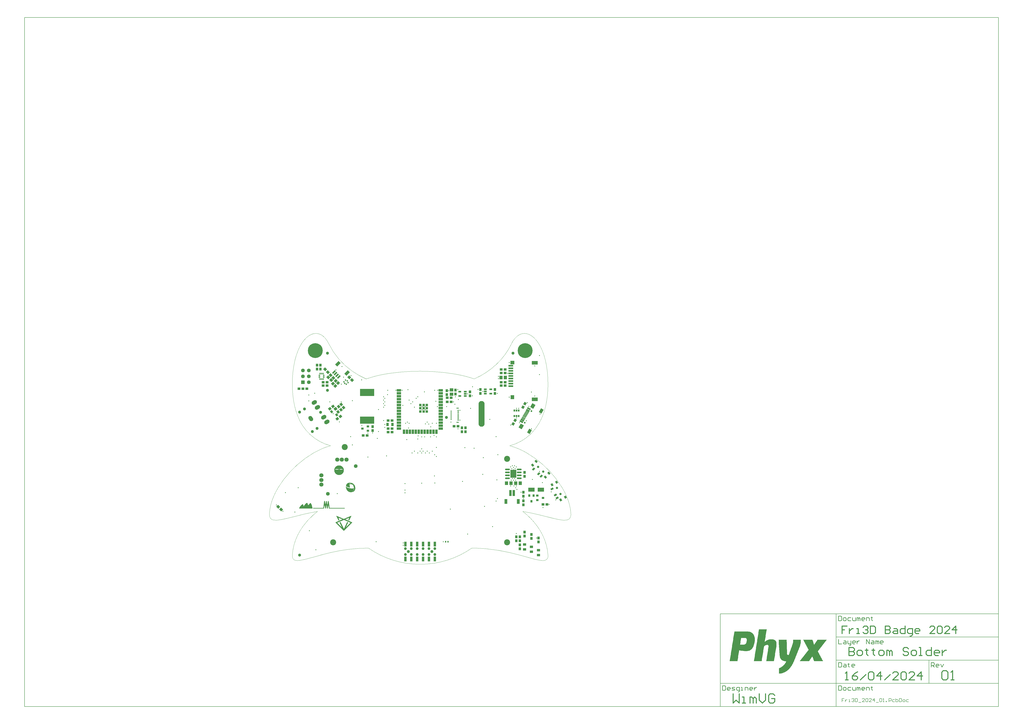
<source format=gbs>
G04*
G04 #@! TF.GenerationSoftware,Altium Limited,Altium Designer,24.4.1 (13)*
G04*
G04 Layer_Color=16711935*
%FSLAX25Y25*%
%MOIN*%
G70*
G04*
G04 #@! TF.SameCoordinates,26F0EDD7-2FD7-4C20-BC01-A1B826D05D5E*
G04*
G04*
G04 #@! TF.FilePolarity,Negative*
G04*
G01*
G75*
%ADD10C,0.00394*%
%ADD13C,0.00787*%
%ADD14C,0.01575*%
%ADD15C,0.00984*%
%ADD30C,0.10236*%
%ADD31C,0.04724*%
%ADD32C,0.05118*%
%ADD33C,0.02953*%
%ADD34C,0.00394*%
G04:AMPARAMS|DCode=35|XSize=94.49mil|YSize=66.93mil|CornerRadius=0mil|HoleSize=0mil|Usage=FLASHONLY|Rotation=33.000|XOffset=0mil|YOffset=0mil|HoleType=Round|Shape=Round|*
%AMOVALD35*
21,1,0.02756,0.06693,0.00000,0.00000,33.0*
1,1,0.06693,-0.01156,-0.00751*
1,1,0.06693,0.01156,0.00751*
%
%ADD35OVALD35*%

G04:AMPARAMS|DCode=36|XSize=94.49mil|YSize=66.93mil|CornerRadius=0mil|HoleSize=0mil|Usage=FLASHONLY|Rotation=303.000|XOffset=0mil|YOffset=0mil|HoleType=Round|Shape=Round|*
%AMOVALD36*
21,1,0.02756,0.06693,0.00000,0.00000,303.0*
1,1,0.06693,-0.00751,0.01156*
1,1,0.06693,0.00751,-0.01156*
%
%ADD36OVALD36*%

%ADD37C,0.06299*%
%ADD38C,0.07087*%
%ADD39C,0.25197*%
%ADD40O,0.10236X0.43701*%
%ADD41C,0.03937*%
%ADD42R,0.06299X0.06299*%
%ADD70R,0.05512X0.06299*%
%ADD110C,0.05118*%
%ADD111R,0.07284X0.03937*%
%ADD112R,0.03937X0.07284*%
%ADD113R,0.03937X0.03937*%
%ADD114R,0.03937X0.08268*%
%ADD115R,0.04724X0.04331*%
G04:AMPARAMS|DCode=116|XSize=43.31mil|YSize=47.24mil|CornerRadius=0mil|HoleSize=0mil|Usage=FLASHONLY|Rotation=45.000|XOffset=0mil|YOffset=0mil|HoleType=Round|Shape=Rectangle|*
%AMROTATEDRECTD116*
4,1,4,0.00139,-0.03202,-0.03202,0.00139,-0.00139,0.03202,0.03202,-0.00139,0.00139,-0.03202,0.0*
%
%ADD116ROTATEDRECTD116*%

G04:AMPARAMS|DCode=117|XSize=15.75mil|YSize=61.02mil|CornerRadius=0mil|HoleSize=0mil|Usage=FLASHONLY|Rotation=240.000|XOffset=0mil|YOffset=0mil|HoleType=Round|Shape=Rectangle|*
%AMROTATEDRECTD117*
4,1,4,-0.02249,0.02208,0.03036,-0.00844,0.02249,-0.02208,-0.03036,0.00844,-0.02249,0.02208,0.0*
%
%ADD117ROTATEDRECTD117*%

G04:AMPARAMS|DCode=118|XSize=74.8mil|YSize=61.02mil|CornerRadius=0mil|HoleSize=0mil|Usage=FLASHONLY|Rotation=240.000|XOffset=0mil|YOffset=0mil|HoleType=Round|Shape=Rectangle|*
%AMROTATEDRECTD118*
4,1,4,-0.00772,0.04765,0.04513,0.01714,0.00772,-0.04765,-0.04513,-0.01714,-0.00772,0.04765,0.0*
%
%ADD118ROTATEDRECTD118*%

G04:AMPARAMS|DCode=119|XSize=74.8mil|YSize=51.18mil|CornerRadius=0mil|HoleSize=0mil|Usage=FLASHONLY|Rotation=240.000|XOffset=0mil|YOffset=0mil|HoleType=Round|Shape=Rectangle|*
%AMROTATEDRECTD119*
4,1,4,-0.00346,0.04519,0.04086,0.01959,0.00346,-0.04519,-0.04086,-0.01959,-0.00346,0.04519,0.0*
%
%ADD119ROTATEDRECTD119*%

%ADD120R,0.06299X0.05512*%
%ADD121R,0.08268X0.03150*%
%ADD122R,0.05906X0.06693*%
%ADD123R,0.06693X0.05906*%
%ADD124R,0.09843X0.05906*%
%ADD125R,0.03032X0.01575*%
%ADD126R,0.04331X0.04724*%
G04:AMPARAMS|DCode=127|XSize=43.31mil|YSize=47.24mil|CornerRadius=0mil|HoleSize=0mil|Usage=FLASHONLY|Rotation=306.000|XOffset=0mil|YOffset=0mil|HoleType=Round|Shape=Rectangle|*
%AMROTATEDRECTD127*
4,1,4,-0.03184,0.00363,0.00638,0.03140,0.03184,-0.00363,-0.00638,-0.03140,-0.03184,0.00363,0.0*
%
%ADD127ROTATEDRECTD127*%

G04:AMPARAMS|DCode=128|XSize=37.4mil|YSize=43.31mil|CornerRadius=0mil|HoleSize=0mil|Usage=FLASHONLY|Rotation=36.000|XOffset=0mil|YOffset=0mil|HoleType=Round|Shape=Rectangle|*
%AMROTATEDRECTD128*
4,1,4,-0.00240,-0.02851,-0.02786,0.00653,0.00240,0.02851,0.02786,-0.00653,-0.00240,-0.02851,0.0*
%
%ADD128ROTATEDRECTD128*%

G04:AMPARAMS|DCode=129|XSize=37.4mil|YSize=43.31mil|CornerRadius=0mil|HoleSize=0mil|Usage=FLASHONLY|Rotation=36.000|XOffset=0mil|YOffset=0mil|HoleType=Round|Shape=Rectangle|*
%AMROTATEDRECTD129*
4,1,4,-0.00240,-0.02851,-0.02786,0.00653,0.00240,0.02851,0.02786,-0.00653,-0.00240,-0.02851,0.0*
%
%ADD129ROTATEDRECTD129*%

G04:AMPARAMS|DCode=130|XSize=43.31mil|YSize=47.24mil|CornerRadius=0mil|HoleSize=0mil|Usage=FLASHONLY|Rotation=216.000|XOffset=0mil|YOffset=0mil|HoleType=Round|Shape=Rectangle|*
%AMROTATEDRECTD130*
4,1,4,0.00363,0.03184,0.03140,-0.00638,-0.00363,-0.03184,-0.03140,0.00638,0.00363,0.03184,0.0*
%
%ADD130ROTATEDRECTD130*%

%ADD131R,0.04331X0.01772*%
%ADD132R,0.02362X0.01575*%
%ADD133R,0.02658X0.01772*%
%ADD134R,0.01752X0.02658*%
%ADD135R,0.01772X0.02658*%
%ADD136R,0.04724X0.07874*%
%ADD137R,0.04331X0.10236*%
%ADD138R,0.04331X0.05512*%
G04:AMPARAMS|DCode=139|XSize=19.69mil|YSize=21.66mil|CornerRadius=0mil|HoleSize=0mil|Usage=FLASHONLY|Rotation=45.000|XOffset=0mil|YOffset=0mil|HoleType=Round|Shape=Rectangle|*
%AMROTATEDRECTD139*
4,1,4,0.00070,-0.01462,-0.01462,0.00070,-0.00070,0.01462,0.01462,-0.00070,0.00070,-0.01462,0.0*
%
%ADD139ROTATEDRECTD139*%

G04:AMPARAMS|DCode=140|XSize=19.69mil|YSize=21.66mil|CornerRadius=0mil|HoleSize=0mil|Usage=FLASHONLY|Rotation=135.000|XOffset=0mil|YOffset=0mil|HoleType=Round|Shape=Rectangle|*
%AMROTATEDRECTD140*
4,1,4,0.01462,0.00070,-0.00070,-0.01462,-0.01462,-0.00070,0.00070,0.01462,0.01462,0.00070,0.0*
%
%ADD140ROTATEDRECTD140*%

%ADD141R,0.04921X0.02756*%
%ADD142R,0.24016X0.12205*%
%ADD143R,0.02559X0.03543*%
%ADD144R,0.02362X0.02756*%
G04:AMPARAMS|DCode=145|XSize=27.56mil|YSize=64.96mil|CornerRadius=0mil|HoleSize=0mil|Usage=FLASHONLY|Rotation=315.000|XOffset=0mil|YOffset=0mil|HoleType=Round|Shape=Rectangle|*
%AMROTATEDRECTD145*
4,1,4,-0.03271,-0.01322,0.01322,0.03271,0.03271,0.01322,-0.01322,-0.03271,-0.03271,-0.01322,0.0*
%
%ADD145ROTATEDRECTD145*%

G04:AMPARAMS|DCode=146|XSize=51.18mil|YSize=82.68mil|CornerRadius=0mil|HoleSize=0mil|Usage=FLASHONLY|Rotation=135.000|XOffset=0mil|YOffset=0mil|HoleType=Round|Shape=Rectangle|*
%AMROTATEDRECTD146*
4,1,4,0.04733,0.01114,-0.01114,-0.04733,-0.04733,-0.01114,0.01114,0.04733,0.04733,0.01114,0.0*
%
%ADD146ROTATEDRECTD146*%

%ADD147O,0.08268X0.02756*%
%ADD148R,0.09882X0.13386*%
%ADD149R,0.04331X0.03740*%
%ADD150R,0.04331X0.03740*%
%ADD151R,0.05512X0.04331*%
G04:AMPARAMS|DCode=152|XSize=31.5mil|YSize=47.24mil|CornerRadius=0mil|HoleSize=0mil|Usage=FLASHONLY|Rotation=137.000|XOffset=0mil|YOffset=0mil|HoleType=Round|Shape=Rectangle|*
%AMROTATEDRECTD152*
4,1,4,0.02763,0.00654,-0.00459,-0.02802,-0.02763,-0.00654,0.00459,0.02802,0.02763,0.00654,0.0*
%
%ADD152ROTATEDRECTD152*%

G04:AMPARAMS|DCode=153|XSize=43.31mil|YSize=35.43mil|CornerRadius=0mil|HoleSize=0mil|Usage=FLASHONLY|Rotation=137.000|XOffset=0mil|YOffset=0mil|HoleType=Round|Shape=Rectangle|*
%AMROTATEDRECTD153*
4,1,4,0.02792,-0.00181,0.00375,-0.02773,-0.02792,0.00181,-0.00375,0.02773,0.02792,-0.00181,0.0*
%
%ADD153ROTATEDRECTD153*%

G04:AMPARAMS|DCode=154|XSize=43.31mil|YSize=47.24mil|CornerRadius=0mil|HoleSize=0mil|Usage=FLASHONLY|Rotation=150.000|XOffset=0mil|YOffset=0mil|HoleType=Round|Shape=Rectangle|*
%AMROTATEDRECTD154*
4,1,4,0.03056,0.00963,0.00694,-0.03128,-0.03056,-0.00963,-0.00694,0.03128,0.03056,0.00963,0.0*
%
%ADD154ROTATEDRECTD154*%

G04:AMPARAMS|DCode=155|XSize=43.31mil|YSize=47.24mil|CornerRadius=0mil|HoleSize=0mil|Usage=FLASHONLY|Rotation=315.000|XOffset=0mil|YOffset=0mil|HoleType=Round|Shape=Rectangle|*
%AMROTATEDRECTD155*
4,1,4,-0.03202,-0.00139,0.00139,0.03202,0.03202,0.00139,-0.00139,-0.03202,-0.03202,-0.00139,0.0*
%
%ADD155ROTATEDRECTD155*%

G04:AMPARAMS|DCode=156|XSize=31.5mil|YSize=47.24mil|CornerRadius=0mil|HoleSize=0mil|Usage=FLASHONLY|Rotation=120.000|XOffset=0mil|YOffset=0mil|HoleType=Round|Shape=Rectangle|*
%AMROTATEDRECTD156*
4,1,4,0.02833,-0.00183,-0.01258,-0.02545,-0.02833,0.00183,0.01258,0.02545,0.02833,-0.00183,0.0*
%
%ADD156ROTATEDRECTD156*%

G04:AMPARAMS|DCode=157|XSize=43.31mil|YSize=35.43mil|CornerRadius=0mil|HoleSize=0mil|Usage=FLASHONLY|Rotation=120.000|XOffset=0mil|YOffset=0mil|HoleType=Round|Shape=Rectangle|*
%AMROTATEDRECTD157*
4,1,4,0.02617,-0.00989,-0.00452,-0.02761,-0.02617,0.00989,0.00452,0.02761,0.02617,-0.00989,0.0*
%
%ADD157ROTATEDRECTD157*%

%ADD158R,0.10630X0.07087*%
%ADD159R,0.03740X0.04331*%
%ADD160R,0.03740X0.04331*%
%ADD161C,0.01772*%
G36*
X-136772Y167794D02*
X-136735Y167783D01*
X-136701Y167764D01*
X-136671Y167740D01*
X-136647Y167710D01*
X-136628Y167676D01*
X-136627Y167670D01*
X-136043D01*
X-136004Y167666D01*
X-135968Y167655D01*
X-135933Y167636D01*
X-135903Y167612D01*
X-135879Y167582D01*
X-135860Y167548D01*
X-135859Y167542D01*
X-135531D01*
X-135493Y167538D01*
X-135456Y167527D01*
X-135421Y167508D01*
X-135391Y167484D01*
X-135367Y167454D01*
X-135348Y167420D01*
X-135347Y167414D01*
X-135147D01*
X-135109Y167410D01*
X-135072Y167399D01*
X-135037Y167380D01*
X-135007Y167356D01*
X-134983Y167326D01*
X-134965Y167292D01*
X-134963Y167286D01*
X-134763D01*
X-134725Y167282D01*
X-134688Y167271D01*
X-134653Y167253D01*
X-134624Y167228D01*
X-134599Y167198D01*
X-134581Y167164D01*
X-134579Y167158D01*
X-134507D01*
X-134469Y167154D01*
X-134432Y167143D01*
X-134397Y167124D01*
X-134368Y167100D01*
X-134343Y167070D01*
X-134325Y167036D01*
X-134323Y167030D01*
X-134251D01*
X-134213Y167026D01*
X-134176Y167015D01*
X-134142Y166997D01*
X-134112Y166972D01*
X-134087Y166942D01*
X-134069Y166908D01*
X-134067Y166902D01*
X-133995D01*
X-133957Y166898D01*
X-133920Y166887D01*
X-133886Y166868D01*
X-133856Y166844D01*
X-133831Y166814D01*
X-133813Y166780D01*
X-133811Y166774D01*
X-133739D01*
X-133701Y166770D01*
X-133664Y166759D01*
X-133630Y166741D01*
X-133600Y166716D01*
X-133575Y166686D01*
X-133557Y166652D01*
X-133555Y166646D01*
X-133484D01*
X-133445Y166642D01*
X-133408Y166631D01*
X-133374Y166613D01*
X-133344Y166588D01*
X-133319Y166558D01*
X-133301Y166524D01*
X-133296Y166508D01*
X-133280Y166503D01*
X-133246Y166485D01*
X-133216Y166460D01*
X-133191Y166430D01*
X-133173Y166396D01*
X-133171Y166390D01*
X-133100D01*
X-133061Y166386D01*
X-133024Y166375D01*
X-132990Y166357D01*
X-132960Y166332D01*
X-132935Y166302D01*
X-132917Y166268D01*
X-132912Y166252D01*
X-132896Y166247D01*
X-132862Y166229D01*
X-132832Y166204D01*
X-132807Y166174D01*
X-132789Y166140D01*
X-132787Y166132D01*
X-132784Y166124D01*
X-132768Y166119D01*
X-132734Y166101D01*
X-132704Y166076D01*
X-132679Y166046D01*
X-132661Y166012D01*
X-132659Y166006D01*
X-132588D01*
X-132549Y166002D01*
X-132512Y165991D01*
X-132478Y165973D01*
X-132448Y165948D01*
X-132423Y165918D01*
X-132405Y165884D01*
X-132400Y165868D01*
X-132384Y165863D01*
X-132350Y165845D01*
X-132320Y165820D01*
X-132295Y165790D01*
X-132277Y165756D01*
X-132272Y165740D01*
X-132256Y165735D01*
X-132222Y165717D01*
X-132192Y165692D01*
X-132167Y165662D01*
X-132149Y165628D01*
X-132144Y165612D01*
X-132128Y165607D01*
X-132094Y165589D01*
X-132064Y165564D01*
X-132039Y165534D01*
X-132021Y165500D01*
X-132016Y165484D01*
X-132000Y165479D01*
X-131966Y165461D01*
X-131936Y165436D01*
X-131911Y165406D01*
X-131893Y165372D01*
X-131888Y165356D01*
X-131872Y165351D01*
X-131838Y165333D01*
X-131808Y165308D01*
X-131783Y165278D01*
X-131765Y165244D01*
X-131760Y165228D01*
X-131744Y165223D01*
X-131710Y165205D01*
X-131680Y165180D01*
X-131655Y165150D01*
X-131637Y165116D01*
X-131632Y165100D01*
X-131616Y165095D01*
X-131582Y165077D01*
X-131552Y165052D01*
X-131527Y165022D01*
X-131509Y164988D01*
X-131504Y164972D01*
X-131488Y164967D01*
X-131454Y164949D01*
X-131424Y164924D01*
X-131399Y164894D01*
X-131381Y164860D01*
X-131370Y164823D01*
X-131366Y164784D01*
Y164713D01*
X-131360Y164711D01*
X-131326Y164693D01*
X-131296Y164668D01*
X-131271Y164638D01*
X-131253Y164604D01*
X-131248Y164588D01*
X-131232Y164583D01*
X-131198Y164565D01*
X-131168Y164540D01*
X-131143Y164510D01*
X-131125Y164476D01*
X-131120Y164460D01*
X-131104Y164455D01*
X-131070Y164437D01*
X-131040Y164412D01*
X-131016Y164382D01*
X-130997Y164348D01*
X-130986Y164311D01*
X-130982Y164272D01*
Y164201D01*
X-130976Y164199D01*
X-130942Y164181D01*
X-130912Y164156D01*
X-130887Y164126D01*
X-130869Y164092D01*
X-130864Y164076D01*
X-130848Y164071D01*
X-130814Y164053D01*
X-130784Y164028D01*
X-130760Y163998D01*
X-130741Y163964D01*
X-130730Y163927D01*
X-130726Y163889D01*
Y163817D01*
X-130720Y163815D01*
X-130686Y163797D01*
X-130656Y163772D01*
X-130631Y163742D01*
X-130613Y163708D01*
X-130602Y163671D01*
X-130598Y163633D01*
Y163561D01*
X-130592Y163559D01*
X-130558Y163541D01*
X-130528Y163516D01*
X-130503Y163487D01*
X-130485Y163452D01*
X-130474Y163415D01*
X-130470Y163377D01*
Y163305D01*
X-130464Y163303D01*
X-130430Y163285D01*
X-130400Y163260D01*
X-130376Y163231D01*
X-130357Y163196D01*
X-130346Y163159D01*
X-130342Y163121D01*
Y163049D01*
X-130336Y163047D01*
X-130302Y163029D01*
X-130272Y163005D01*
X-130248Y162975D01*
X-130229Y162940D01*
X-130218Y162903D01*
X-130214Y162865D01*
Y162793D01*
X-130208Y162792D01*
X-130174Y162773D01*
X-130144Y162749D01*
X-130120Y162719D01*
X-130101Y162684D01*
X-130090Y162647D01*
X-130086Y162609D01*
Y162481D01*
Y162409D01*
X-130080Y162408D01*
X-130046Y162389D01*
X-130016Y162365D01*
X-129992Y162335D01*
X-129973Y162301D01*
X-129962Y162263D01*
X-129958Y162225D01*
Y162097D01*
Y161969D01*
Y161897D01*
X-129952Y161896D01*
X-129918Y161877D01*
X-129888Y161853D01*
X-129864Y161823D01*
X-129845Y161789D01*
X-129834Y161751D01*
X-129830Y161713D01*
Y161585D01*
Y161457D01*
Y161386D01*
X-129824Y161384D01*
X-129790Y161365D01*
X-129760Y161341D01*
X-129736Y161311D01*
X-129717Y161277D01*
X-129706Y161240D01*
X-129702Y161201D01*
Y161073D01*
Y160945D01*
Y160817D01*
Y160689D01*
Y160561D01*
Y160490D01*
X-129696Y160488D01*
X-129662Y160470D01*
X-129632Y160445D01*
X-129608Y160415D01*
X-129589Y160381D01*
X-129578Y160344D01*
X-129574Y160305D01*
Y160177D01*
Y160049D01*
Y159921D01*
Y159793D01*
Y159665D01*
Y159537D01*
Y159409D01*
Y159281D01*
Y159153D01*
Y159025D01*
X-129578Y158987D01*
X-129589Y158950D01*
X-129608Y158915D01*
X-129632Y158885D01*
X-129662Y158861D01*
X-129696Y158843D01*
X-129702Y158841D01*
Y158769D01*
Y158641D01*
Y158513D01*
Y158385D01*
Y158257D01*
Y158129D01*
X-129706Y158091D01*
X-129717Y158054D01*
X-129736Y158020D01*
X-129760Y157990D01*
X-129790Y157965D01*
X-129824Y157947D01*
X-129830Y157945D01*
Y157873D01*
Y157746D01*
Y157617D01*
X-129834Y157579D01*
X-129845Y157542D01*
X-129864Y157508D01*
X-129888Y157478D01*
X-129918Y157453D01*
X-129952Y157435D01*
X-129958Y157433D01*
Y157362D01*
Y157234D01*
Y157106D01*
X-129962Y157067D01*
X-129973Y157030D01*
X-129992Y156996D01*
X-130016Y156966D01*
X-130046Y156941D01*
X-130080Y156923D01*
X-130086Y156921D01*
Y156850D01*
X-130090Y156811D01*
X-130101Y156774D01*
X-130120Y156740D01*
X-130144Y156710D01*
X-130174Y156685D01*
X-130208Y156667D01*
X-130214Y156665D01*
Y156594D01*
Y156466D01*
X-130218Y156427D01*
X-130229Y156390D01*
X-130248Y156356D01*
X-130272Y156326D01*
X-130302Y156301D01*
X-130336Y156283D01*
X-130342Y156281D01*
Y156210D01*
X-130346Y156171D01*
X-130357Y156134D01*
X-130376Y156100D01*
X-130400Y156070D01*
X-130430Y156045D01*
X-130464Y156027D01*
X-130470Y156025D01*
Y155954D01*
X-130474Y155915D01*
X-130485Y155878D01*
X-130503Y155844D01*
X-130528Y155814D01*
X-130558Y155789D01*
X-130592Y155771D01*
X-130598Y155769D01*
Y155698D01*
X-130602Y155659D01*
X-130613Y155622D01*
X-130631Y155588D01*
X-130656Y155558D01*
X-130686Y155533D01*
X-130720Y155515D01*
X-130726Y155513D01*
Y155442D01*
X-130730Y155403D01*
X-130741Y155366D01*
X-130760Y155332D01*
X-130784Y155302D01*
X-130814Y155277D01*
X-130848Y155259D01*
X-130864Y155254D01*
X-130869Y155238D01*
X-130887Y155204D01*
X-130912Y155174D01*
X-130942Y155149D01*
X-130976Y155131D01*
X-130982Y155129D01*
Y155058D01*
X-130986Y155019D01*
X-130997Y154982D01*
X-131016Y154948D01*
X-131040Y154918D01*
X-131070Y154894D01*
X-131104Y154875D01*
X-131120Y154870D01*
X-131123Y154862D01*
X-131125Y154854D01*
X-131143Y154820D01*
X-131168Y154790D01*
X-131198Y154765D01*
X-131232Y154747D01*
X-131248Y154742D01*
X-131253Y154726D01*
X-131271Y154692D01*
X-131296Y154662D01*
X-131326Y154638D01*
X-131360Y154619D01*
X-131366Y154618D01*
Y154546D01*
X-131370Y154507D01*
X-131381Y154470D01*
X-131399Y154436D01*
X-131424Y154406D01*
X-131454Y154382D01*
X-131488Y154363D01*
X-131504Y154358D01*
X-131508Y154345D01*
X-131509Y154342D01*
X-131527Y154308D01*
X-131552Y154278D01*
X-131582Y154254D01*
X-131616Y154235D01*
X-131632Y154230D01*
X-131637Y154214D01*
X-131655Y154180D01*
X-131680Y154150D01*
X-131710Y154126D01*
X-131744Y154107D01*
X-131760Y154102D01*
X-131765Y154086D01*
X-131783Y154052D01*
X-131808Y154022D01*
X-131838Y153998D01*
X-131872Y153979D01*
X-131888Y153974D01*
X-131892Y153961D01*
X-131893Y153958D01*
X-131911Y153924D01*
X-131936Y153894D01*
X-131966Y153870D01*
X-132000Y153851D01*
X-132016Y153847D01*
X-132021Y153830D01*
X-132039Y153796D01*
X-132064Y153766D01*
X-132094Y153742D01*
X-132128Y153723D01*
X-132144Y153718D01*
X-132149Y153702D01*
X-132167Y153668D01*
X-132192Y153638D01*
X-132222Y153614D01*
X-132256Y153595D01*
X-132272Y153591D01*
X-132275Y153580D01*
X-132277Y153575D01*
X-132295Y153540D01*
X-132320Y153510D01*
X-132350Y153486D01*
X-132384Y153467D01*
X-132400Y153463D01*
X-132402Y153456D01*
X-132405Y153446D01*
X-132423Y153412D01*
X-132448Y153382D01*
X-132478Y153358D01*
X-132512Y153339D01*
X-132549Y153328D01*
X-132588Y153324D01*
X-132659D01*
X-132661Y153319D01*
X-132679Y153284D01*
X-132704Y153254D01*
X-132734Y153230D01*
X-132768Y153211D01*
X-132784Y153207D01*
X-132787Y153198D01*
X-132789Y153191D01*
X-132807Y153156D01*
X-132832Y153126D01*
X-132862Y153102D01*
X-132896Y153084D01*
X-132912Y153079D01*
X-132917Y153062D01*
X-132935Y153028D01*
X-132960Y152998D01*
X-132990Y152974D01*
X-133024Y152955D01*
X-133061Y152944D01*
X-133100Y152940D01*
X-133171D01*
X-133173Y152935D01*
X-133191Y152900D01*
X-133216Y152870D01*
X-133246Y152846D01*
X-133280Y152828D01*
X-133296Y152823D01*
X-133301Y152807D01*
X-133319Y152772D01*
X-133344Y152742D01*
X-133374Y152718D01*
X-133408Y152699D01*
X-133445Y152688D01*
X-133484Y152684D01*
X-133555D01*
X-133557Y152679D01*
X-133575Y152644D01*
X-133600Y152614D01*
X-133630Y152590D01*
X-133664Y152572D01*
X-133701Y152560D01*
X-133739Y152557D01*
X-133811D01*
X-133813Y152551D01*
X-133831Y152516D01*
X-133856Y152486D01*
X-133886Y152462D01*
X-133920Y152444D01*
X-133957Y152432D01*
X-133995Y152428D01*
X-134067D01*
X-134069Y152423D01*
X-134087Y152388D01*
X-134112Y152358D01*
X-134142Y152334D01*
X-134176Y152316D01*
X-134213Y152304D01*
X-134251Y152301D01*
X-134323D01*
X-134325Y152295D01*
X-134343Y152260D01*
X-134368Y152231D01*
X-134397Y152206D01*
X-134432Y152188D01*
X-134469Y152176D01*
X-134507Y152173D01*
X-134579D01*
X-134581Y152167D01*
X-134599Y152132D01*
X-134624Y152102D01*
X-134653Y152078D01*
X-134688Y152060D01*
X-134725Y152048D01*
X-134763Y152045D01*
X-134963D01*
X-134965Y152039D01*
X-134983Y152005D01*
X-135007Y151974D01*
X-135037Y151950D01*
X-135072Y151932D01*
X-135109Y151920D01*
X-135147Y151917D01*
X-135347D01*
X-135348Y151911D01*
X-135367Y151876D01*
X-135391Y151847D01*
X-135421Y151822D01*
X-135456Y151804D01*
X-135493Y151792D01*
X-135531Y151789D01*
X-135859D01*
X-135860Y151783D01*
X-135879Y151749D01*
X-135903Y151719D01*
X-135933Y151694D01*
X-135968Y151676D01*
X-136004Y151664D01*
X-136043Y151661D01*
X-136627D01*
X-136628Y151655D01*
X-136647Y151621D01*
X-136671Y151591D01*
X-136701Y151566D01*
X-136735Y151548D01*
X-136772Y151536D01*
X-136811Y151533D01*
X-138603D01*
X-138641Y151536D01*
X-138678Y151548D01*
X-138713Y151566D01*
X-138743Y151591D01*
X-138767Y151621D01*
X-138786Y151655D01*
X-138787Y151661D01*
X-139371D01*
X-139409Y151664D01*
X-139446Y151676D01*
X-139480Y151694D01*
X-139511Y151719D01*
X-139535Y151749D01*
X-139553Y151783D01*
X-139555Y151789D01*
X-139883D01*
X-139921Y151792D01*
X-139958Y151804D01*
X-139992Y151822D01*
X-140022Y151847D01*
X-140047Y151876D01*
X-140065Y151911D01*
X-140067Y151917D01*
X-140267D01*
X-140305Y151920D01*
X-140342Y151932D01*
X-140376Y151950D01*
X-140406Y151974D01*
X-140431Y152005D01*
X-140449Y152039D01*
X-140451Y152045D01*
X-140650D01*
X-140689Y152048D01*
X-140726Y152060D01*
X-140760Y152078D01*
X-140790Y152102D01*
X-140815Y152132D01*
X-140833Y152167D01*
X-140835Y152173D01*
X-140906D01*
X-140945Y152176D01*
X-140982Y152188D01*
X-141016Y152206D01*
X-141046Y152231D01*
X-141071Y152260D01*
X-141089Y152295D01*
X-141091Y152301D01*
X-141290D01*
X-141329Y152304D01*
X-141366Y152316D01*
X-141400Y152334D01*
X-141430Y152358D01*
X-141455Y152388D01*
X-141473Y152423D01*
X-141478Y152439D01*
X-141494Y152444D01*
X-141528Y152462D01*
X-141558Y152486D01*
X-141583Y152516D01*
X-141601Y152551D01*
X-141603Y152557D01*
X-141674D01*
X-141713Y152560D01*
X-141750Y152572D01*
X-141784Y152590D01*
X-141814Y152614D01*
X-141839Y152644D01*
X-141857Y152679D01*
X-141859Y152684D01*
X-141930D01*
X-141969Y152688D01*
X-142006Y152699D01*
X-142040Y152718D01*
X-142070Y152742D01*
X-142095Y152772D01*
X-142113Y152807D01*
X-142118Y152823D01*
X-142134Y152828D01*
X-142168Y152846D01*
X-142198Y152870D01*
X-142223Y152900D01*
X-142241Y152935D01*
X-142243Y152940D01*
X-142314D01*
X-142353Y152944D01*
X-142390Y152955D01*
X-142424Y152974D01*
X-142454Y152998D01*
X-142479Y153028D01*
X-142497Y153062D01*
X-142502Y153079D01*
X-142518Y153084D01*
X-142552Y153102D01*
X-142582Y153126D01*
X-142607Y153156D01*
X-142625Y153191D01*
X-142627Y153196D01*
X-142698D01*
X-142737Y153200D01*
X-142774Y153211D01*
X-142808Y153230D01*
X-142838Y153254D01*
X-142862Y153284D01*
X-142881Y153319D01*
X-142886Y153334D01*
X-142902Y153339D01*
X-142936Y153358D01*
X-142966Y153382D01*
X-142991Y153412D01*
X-143009Y153446D01*
X-143014Y153463D01*
X-143030Y153467D01*
X-143064Y153486D01*
X-143094Y153510D01*
X-143119Y153540D01*
X-143137Y153575D01*
X-143142Y153591D01*
X-143158Y153595D01*
X-143192Y153614D01*
X-143222Y153638D01*
X-143246Y153668D01*
X-143265Y153702D01*
X-143267Y153710D01*
X-143270Y153718D01*
X-143286Y153723D01*
X-143320Y153742D01*
X-143350Y153766D01*
X-143375Y153796D01*
X-143393Y153830D01*
X-143398Y153847D01*
X-143414Y153851D01*
X-143448Y153870D01*
X-143478Y153894D01*
X-143502Y153924D01*
X-143521Y153958D01*
X-143521Y153961D01*
X-143526Y153974D01*
X-143542Y153979D01*
X-143576Y153998D01*
X-143606Y154022D01*
X-143630Y154052D01*
X-143649Y154086D01*
X-143654Y154102D01*
X-143670Y154107D01*
X-143704Y154126D01*
X-143734Y154150D01*
X-143758Y154180D01*
X-143777Y154214D01*
X-143782Y154230D01*
X-143798Y154235D01*
X-143832Y154254D01*
X-143862Y154278D01*
X-143886Y154308D01*
X-143905Y154342D01*
X-143910Y154358D01*
X-143926Y154363D01*
X-143960Y154382D01*
X-143990Y154406D01*
X-144014Y154436D01*
X-144033Y154470D01*
X-144037Y154486D01*
X-144054Y154491D01*
X-144088Y154509D01*
X-144118Y154534D01*
X-144142Y154564D01*
X-144161Y154598D01*
X-144172Y154635D01*
X-144176Y154674D01*
Y154745D01*
X-144182Y154747D01*
X-144216Y154765D01*
X-144246Y154790D01*
X-144270Y154820D01*
X-144289Y154854D01*
X-144293Y154870D01*
X-144309Y154875D01*
X-144344Y154894D01*
X-144374Y154918D01*
X-144398Y154948D01*
X-144417Y154982D01*
X-144428Y155019D01*
X-144432Y155058D01*
Y155129D01*
X-144438Y155131D01*
X-144472Y155149D01*
X-144502Y155174D01*
X-144526Y155204D01*
X-144545Y155238D01*
X-144549Y155254D01*
X-144565Y155259D01*
X-144600Y155277D01*
X-144630Y155302D01*
X-144654Y155332D01*
X-144673Y155366D01*
X-144684Y155403D01*
X-144688Y155442D01*
Y155513D01*
X-144694Y155515D01*
X-144728Y155533D01*
X-144758Y155558D01*
X-144782Y155588D01*
X-144800Y155622D01*
X-144812Y155659D01*
X-144816Y155698D01*
Y155769D01*
X-144822Y155771D01*
X-144856Y155789D01*
X-144886Y155814D01*
X-144910Y155844D01*
X-144929Y155878D01*
X-144940Y155915D01*
X-144944Y155954D01*
Y156025D01*
X-144949Y156027D01*
X-144984Y156045D01*
X-145014Y156070D01*
X-145038Y156100D01*
X-145056Y156134D01*
X-145068Y156171D01*
X-145071Y156210D01*
Y156281D01*
X-145077Y156283D01*
X-145112Y156301D01*
X-145142Y156326D01*
X-145166Y156356D01*
X-145185Y156390D01*
X-145196Y156427D01*
X-145200Y156466D01*
Y156537D01*
X-145205Y156539D01*
X-145240Y156557D01*
X-145270Y156582D01*
X-145294Y156612D01*
X-145312Y156646D01*
X-145324Y156683D01*
X-145327Y156722D01*
Y156850D01*
Y156921D01*
X-145333Y156923D01*
X-145368Y156941D01*
X-145398Y156966D01*
X-145422Y156996D01*
X-145440Y157030D01*
X-145452Y157067D01*
X-145456Y157106D01*
Y157234D01*
Y157305D01*
X-145461Y157307D01*
X-145496Y157325D01*
X-145526Y157350D01*
X-145550Y157380D01*
X-145568Y157414D01*
X-145580Y157451D01*
X-145583Y157490D01*
Y157617D01*
Y157746D01*
Y157817D01*
X-145589Y157819D01*
X-145624Y157837D01*
X-145653Y157862D01*
X-145678Y157892D01*
X-145696Y157926D01*
X-145708Y157963D01*
X-145711Y158001D01*
Y158129D01*
Y158257D01*
Y158385D01*
Y158513D01*
Y158585D01*
X-145717Y158587D01*
X-145752Y158605D01*
X-145782Y158630D01*
X-145806Y158659D01*
X-145824Y158694D01*
X-145836Y158731D01*
X-145839Y158769D01*
Y158897D01*
Y159025D01*
Y159153D01*
Y159281D01*
Y159409D01*
Y159537D01*
Y159665D01*
Y159793D01*
Y159921D01*
Y160049D01*
Y160177D01*
Y160305D01*
Y160433D01*
Y160561D01*
X-145836Y160600D01*
X-145824Y160637D01*
X-145806Y160671D01*
X-145782Y160701D01*
X-145752Y160725D01*
X-145717Y160744D01*
X-145711Y160746D01*
Y160817D01*
Y160945D01*
Y161073D01*
Y161201D01*
Y161329D01*
X-145708Y161367D01*
X-145696Y161405D01*
X-145678Y161439D01*
X-145653Y161469D01*
X-145624Y161493D01*
X-145589Y161512D01*
X-145583Y161513D01*
Y161585D01*
Y161713D01*
Y161841D01*
X-145580Y161879D01*
X-145568Y161916D01*
X-145550Y161951D01*
X-145526Y161981D01*
X-145496Y162005D01*
X-145461Y162024D01*
X-145456Y162025D01*
Y162097D01*
Y162225D01*
X-145452Y162263D01*
X-145440Y162301D01*
X-145422Y162335D01*
X-145398Y162365D01*
X-145368Y162389D01*
X-145333Y162408D01*
X-145327Y162409D01*
Y162481D01*
Y162609D01*
X-145324Y162647D01*
X-145312Y162684D01*
X-145294Y162719D01*
X-145270Y162749D01*
X-145240Y162773D01*
X-145205Y162792D01*
X-145200Y162793D01*
Y162865D01*
X-145196Y162903D01*
X-145185Y162940D01*
X-145166Y162975D01*
X-145142Y163005D01*
X-145112Y163029D01*
X-145077Y163047D01*
X-145071Y163049D01*
Y163121D01*
X-145068Y163159D01*
X-145056Y163196D01*
X-145038Y163231D01*
X-145014Y163260D01*
X-144984Y163285D01*
X-144949Y163303D01*
X-144944Y163305D01*
Y163377D01*
X-144940Y163415D01*
X-144929Y163452D01*
X-144910Y163487D01*
X-144886Y163516D01*
X-144856Y163541D01*
X-144822Y163559D01*
X-144816Y163561D01*
Y163633D01*
X-144812Y163671D01*
X-144800Y163708D01*
X-144782Y163742D01*
X-144758Y163772D01*
X-144728Y163797D01*
X-144694Y163815D01*
X-144688Y163817D01*
Y163889D01*
X-144684Y163927D01*
X-144673Y163964D01*
X-144654Y163998D01*
X-144630Y164028D01*
X-144600Y164053D01*
X-144565Y164071D01*
X-144549Y164076D01*
X-144545Y164092D01*
X-144526Y164126D01*
X-144502Y164156D01*
X-144472Y164181D01*
X-144438Y164199D01*
X-144432Y164201D01*
Y164272D01*
X-144428Y164311D01*
X-144417Y164348D01*
X-144398Y164382D01*
X-144374Y164412D01*
X-144344Y164437D01*
X-144309Y164455D01*
X-144293Y164460D01*
X-144289Y164476D01*
X-144270Y164510D01*
X-144246Y164540D01*
X-144216Y164565D01*
X-144182Y164583D01*
X-144176Y164585D01*
Y164656D01*
X-144172Y164695D01*
X-144161Y164732D01*
X-144142Y164766D01*
X-144118Y164796D01*
X-144088Y164821D01*
X-144054Y164839D01*
X-144037Y164844D01*
X-144033Y164860D01*
X-144014Y164894D01*
X-143990Y164924D01*
X-143960Y164949D01*
X-143926Y164967D01*
X-143910Y164972D01*
X-143905Y164988D01*
X-143886Y165022D01*
X-143862Y165052D01*
X-143832Y165077D01*
X-143798Y165095D01*
X-143782Y165100D01*
X-143777Y165116D01*
X-143758Y165150D01*
X-143734Y165180D01*
X-143704Y165205D01*
X-143670Y165223D01*
X-143654Y165228D01*
X-143653Y165228D01*
X-143649Y165244D01*
X-143630Y165278D01*
X-143606Y165308D01*
X-143576Y165333D01*
X-143542Y165351D01*
X-143526Y165356D01*
X-143521Y165372D01*
X-143502Y165406D01*
X-143478Y165436D01*
X-143448Y165461D01*
X-143414Y165479D01*
X-143398Y165484D01*
X-143393Y165500D01*
X-143375Y165534D01*
X-143350Y165564D01*
X-143320Y165589D01*
X-143286Y165607D01*
X-143270Y165612D01*
X-143265Y165628D01*
X-143246Y165662D01*
X-143222Y165692D01*
X-143192Y165717D01*
X-143158Y165735D01*
X-143142Y165740D01*
X-143137Y165756D01*
X-143119Y165790D01*
X-143094Y165820D01*
X-143064Y165845D01*
X-143030Y165863D01*
X-143014Y165868D01*
X-143009Y165884D01*
X-142991Y165918D01*
X-142966Y165948D01*
X-142936Y165973D01*
X-142902Y165991D01*
X-142886Y165996D01*
X-142881Y166012D01*
X-142862Y166046D01*
X-142838Y166076D01*
X-142808Y166101D01*
X-142774Y166119D01*
X-142737Y166130D01*
X-142698Y166134D01*
X-142627D01*
X-142625Y166140D01*
X-142607Y166174D01*
X-142582Y166204D01*
X-142552Y166229D01*
X-142518Y166247D01*
X-142502Y166252D01*
X-142497Y166268D01*
X-142479Y166302D01*
X-142454Y166332D01*
X-142424Y166357D01*
X-142390Y166375D01*
X-142353Y166386D01*
X-142314Y166390D01*
X-142243D01*
X-142241Y166396D01*
X-142223Y166430D01*
X-142198Y166460D01*
X-142168Y166485D01*
X-142134Y166503D01*
X-142118Y166508D01*
X-142113Y166524D01*
X-142095Y166558D01*
X-142070Y166588D01*
X-142040Y166613D01*
X-142006Y166631D01*
X-141969Y166642D01*
X-141930Y166646D01*
X-141859D01*
X-141857Y166652D01*
X-141839Y166686D01*
X-141814Y166716D01*
X-141784Y166741D01*
X-141750Y166759D01*
X-141713Y166770D01*
X-141674Y166774D01*
X-141603D01*
X-141601Y166780D01*
X-141583Y166814D01*
X-141558Y166844D01*
X-141528Y166868D01*
X-141494Y166887D01*
X-141457Y166898D01*
X-141418Y166902D01*
X-141347D01*
X-141345Y166908D01*
X-141327Y166942D01*
X-141302Y166972D01*
X-141272Y166997D01*
X-141238Y167015D01*
X-141201Y167026D01*
X-141162Y167030D01*
X-141091D01*
X-141089Y167036D01*
X-141071Y167070D01*
X-141046Y167100D01*
X-141016Y167124D01*
X-140982Y167143D01*
X-140945Y167154D01*
X-140906Y167158D01*
X-140835D01*
X-140833Y167164D01*
X-140815Y167198D01*
X-140790Y167228D01*
X-140760Y167253D01*
X-140726Y167271D01*
X-140689Y167282D01*
X-140650Y167286D01*
X-140451D01*
X-140449Y167292D01*
X-140431Y167326D01*
X-140406Y167356D01*
X-140376Y167380D01*
X-140342Y167399D01*
X-140305Y167410D01*
X-140267Y167414D01*
X-140067D01*
X-140065Y167420D01*
X-140047Y167454D01*
X-140022Y167484D01*
X-139992Y167508D01*
X-139958Y167527D01*
X-139921Y167538D01*
X-139883Y167542D01*
X-139555D01*
X-139553Y167548D01*
X-139535Y167582D01*
X-139511Y167612D01*
X-139480Y167636D01*
X-139446Y167655D01*
X-139409Y167666D01*
X-139371Y167670D01*
X-138787D01*
X-138786Y167676D01*
X-138767Y167710D01*
X-138743Y167740D01*
X-138713Y167764D01*
X-138678Y167783D01*
X-138641Y167794D01*
X-138603Y167798D01*
X-136811D01*
X-136772Y167794D01*
D02*
G37*
G36*
X-119995Y138516D02*
X-119995Y138516D01*
X-119995Y138516D01*
X-119979Y138515D01*
X-119961Y138513D01*
X-119947Y138514D01*
X-119927Y138516D01*
X-119927D01*
X-119927D01*
X-119927D01*
X-119858Y138515D01*
X-119824Y138512D01*
X-119800Y138514D01*
X-119790Y138515D01*
X-119790D01*
X-119790D01*
X-119721Y138514D01*
X-119721D01*
X-119721D01*
X-119709Y138513D01*
X-119687Y138510D01*
X-119653Y138514D01*
X-118489Y138503D01*
D01*
X-118489D01*
X-118484Y138503D01*
X-118450Y138499D01*
X-118425Y138491D01*
X-118413Y138488D01*
X-118394Y138478D01*
X-118379Y138469D01*
X-118349Y138444D01*
Y138444D01*
X-118349D01*
X-118325Y138414D01*
X-118307Y138380D01*
X-118299Y138353D01*
X-118296Y138342D01*
X-118292Y138304D01*
Y138304D01*
Y138304D01*
X-118293Y138235D01*
X-118294Y138227D01*
X-118297Y138197D01*
X-118309Y138160D01*
X-118309Y138160D01*
D01*
X-118327Y138126D01*
X-118336Y138115D01*
X-118352Y138096D01*
X-118375Y138077D01*
X-118383Y138072D01*
X-118414Y138055D01*
X-118417Y138054D01*
D01*
X-118417Y138054D01*
X-118432Y138049D01*
X-118454Y138043D01*
X-118493Y138039D01*
X-118493D01*
D01*
D01*
X-118550Y138040D01*
X-118558Y138029D01*
X-118558Y138029D01*
X-118558Y138029D01*
X-118566Y138023D01*
X-118588Y138005D01*
X-118588Y138005D01*
X-118589Y138005D01*
X-118599Y137999D01*
X-118623Y137987D01*
X-118623Y137987D01*
X-118623Y137987D01*
X-118635Y137983D01*
X-118660Y137976D01*
X-118660Y137976D01*
X-118660Y137976D01*
X-118678Y137974D01*
X-118699Y137973D01*
X-118699Y137973D01*
X-118699Y137973D01*
X-118756Y137973D01*
X-118756Y137972D01*
X-118764Y137963D01*
X-118764Y137963D01*
X-118764Y137963D01*
X-118776Y137953D01*
X-118795Y137938D01*
X-118798Y137936D01*
X-118804Y137934D01*
X-118805Y137932D01*
X-118808Y137925D01*
X-118809Y137925D01*
X-118809Y137924D01*
X-118825Y137905D01*
X-118833Y137895D01*
X-118833Y137895D01*
X-118833Y137895D01*
X-118859Y137874D01*
X-118864Y137870D01*
X-118864D01*
X-118864Y137870D01*
X-118873Y137866D01*
X-118878Y137857D01*
X-118878Y137857D01*
X-118878Y137857D01*
X-118890Y137842D01*
X-118902Y137827D01*
X-118903Y137827D01*
X-118903Y137827D01*
X-118933Y137803D01*
X-118965Y137786D01*
X-118967Y137785D01*
D01*
X-118967Y137785D01*
X-118990Y137778D01*
X-118997Y137755D01*
X-118997Y137755D01*
Y137755D01*
X-119007Y137738D01*
X-119016Y137721D01*
X-119016Y137721D01*
X-119016Y137721D01*
X-119026Y137708D01*
X-119041Y137691D01*
X-119071Y137667D01*
X-119071Y137667D01*
X-119071Y137667D01*
X-119080Y137662D01*
X-119080Y137662D01*
X-119085Y137653D01*
X-119110Y137623D01*
X-119140Y137599D01*
X-119149Y137594D01*
X-119154Y137585D01*
X-119179Y137555D01*
X-119209Y137531D01*
X-119218Y137526D01*
X-119223Y137517D01*
X-119248Y137487D01*
X-119248Y137487D01*
X-119248Y137487D01*
X-119254Y137482D01*
X-119258Y137479D01*
X-119259Y137422D01*
X-119263Y137383D01*
X-119266Y137374D01*
X-119275Y137346D01*
X-119293Y137312D01*
X-119318Y137283D01*
X-119348Y137258D01*
X-119357Y137253D01*
X-119362Y137244D01*
X-119387Y137215D01*
X-119417Y137190D01*
X-119427Y137186D01*
X-119431Y137177D01*
X-119431Y137177D01*
X-119431Y137177D01*
X-119445Y137160D01*
X-119456Y137147D01*
X-119456Y137147D01*
X-119456Y137147D01*
X-119467Y137138D01*
X-119467Y137081D01*
X-119467Y137081D01*
X-119467Y137081D01*
X-119469Y137066D01*
X-119472Y137043D01*
X-119472Y137043D01*
Y137043D01*
X-119474Y137036D01*
X-119483Y137006D01*
X-119483Y137006D01*
X-119483Y137006D01*
X-119493Y136988D01*
X-119502Y136972D01*
X-119502Y136972D01*
X-119502Y136972D01*
X-119515Y136955D01*
X-119527Y136942D01*
X-119527Y136942D01*
X-119527Y136942D01*
X-119537Y136933D01*
X-119538Y136876D01*
X-119541Y136842D01*
X-119538Y136808D01*
D01*
Y136808D01*
X-119539Y136740D01*
X-119541Y136720D01*
X-119543Y136701D01*
X-119543Y136701D01*
X-119543Y136701D01*
X-119551Y136676D01*
X-119555Y136664D01*
X-119555Y136664D01*
X-119555Y136664D01*
X-119567Y136642D01*
X-119573Y136630D01*
X-119573Y136630D01*
X-119573Y136630D01*
X-119587Y136614D01*
X-119598Y136600D01*
X-119598Y136600D01*
X-119598Y136600D01*
X-119609Y136592D01*
X-119609Y136535D01*
Y136535D01*
Y136535D01*
X-119613Y136496D01*
X-119622Y136470D01*
X-119625Y136459D01*
X-119625Y136459D01*
D01*
X-119627Y136456D01*
X-119643Y136425D01*
X-119668Y136395D01*
X-119668Y136395D01*
X-119668Y136395D01*
X-119679Y136387D01*
X-119679Y136330D01*
Y136330D01*
Y136330D01*
X-119681Y136318D01*
X-119683Y136295D01*
X-119681Y136272D01*
X-119680Y136261D01*
Y136261D01*
Y136261D01*
X-119681Y136193D01*
Y136193D01*
Y136193D01*
X-119682Y136180D01*
X-119684Y136159D01*
X-119683Y136142D01*
X-119681Y136124D01*
Y136124D01*
D01*
D01*
X-119682Y136056D01*
X-119686Y136017D01*
X-119694Y135991D01*
X-119697Y135980D01*
X-119698Y135980D01*
D01*
X-119716Y135946D01*
X-119733Y135926D01*
X-119741Y135917D01*
X-119741Y135917D01*
X-119741Y135917D01*
X-119752Y135908D01*
X-119752Y135851D01*
D01*
X-119753Y135783D01*
Y135783D01*
Y135783D01*
X-119753Y135714D01*
Y135714D01*
Y135714D01*
X-119754Y135646D01*
Y135646D01*
X-119755Y135577D01*
Y135577D01*
Y135577D01*
X-119756Y135559D01*
X-119758Y135543D01*
X-119757Y135531D01*
X-119755Y135509D01*
Y135509D01*
Y135509D01*
X-119756Y135440D01*
X-119758Y135417D01*
X-119759Y135406D01*
X-119756Y135372D01*
Y135372D01*
D01*
D01*
X-119757Y135303D01*
X-119761Y135269D01*
X-119759Y135256D01*
X-119757Y135235D01*
X-119758Y135166D01*
Y135166D01*
Y135166D01*
X-119760Y135149D01*
X-119762Y135132D01*
X-119759Y135098D01*
X-119759Y135029D01*
Y135029D01*
Y135029D01*
X-119761Y135012D01*
X-119763Y134995D01*
X-119760Y134961D01*
X-119761Y134892D01*
X-119764Y134858D01*
X-119761Y134824D01*
Y134824D01*
Y134824D01*
X-119762Y134755D01*
X-119764Y134731D01*
X-119765Y134721D01*
X-119762Y134687D01*
Y134687D01*
Y134687D01*
X-119763Y134618D01*
Y134618D01*
Y134618D01*
X-119764Y134550D01*
D01*
X-119764Y134482D01*
D01*
X-119765Y134413D01*
Y134413D01*
Y134413D01*
X-119765Y134345D01*
X-119765Y134344D01*
X-119765Y134344D01*
X-119766Y134276D01*
Y134276D01*
X-119766Y134219D01*
X-119756Y134210D01*
X-119756Y134210D01*
X-119756Y134210D01*
X-119741Y134192D01*
X-119732Y134180D01*
X-119731Y134180D01*
X-119731Y134180D01*
X-119719Y134156D01*
X-119714Y134146D01*
X-119714Y134146D01*
X-119713Y134146D01*
X-119708Y134126D01*
X-119703Y134109D01*
X-119703Y134109D01*
X-119703Y134109D01*
X-119701Y134091D01*
X-119699Y134070D01*
X-119699Y134070D01*
X-119699Y134070D01*
X-119700Y134002D01*
X-119701Y133990D01*
X-119703Y133967D01*
X-119700Y133933D01*
D01*
Y133933D01*
X-119701Y133865D01*
Y133865D01*
Y133864D01*
X-119704Y133840D01*
X-119705Y133830D01*
X-119703Y133815D01*
X-119702Y133796D01*
Y133796D01*
Y133796D01*
Y133796D01*
X-119702Y133728D01*
X-119702Y133728D01*
X-119702Y133728D01*
X-119704Y133712D01*
X-119706Y133693D01*
X-119704Y133678D01*
X-119703Y133659D01*
Y133659D01*
Y133659D01*
Y133659D01*
X-119703Y133591D01*
Y133591D01*
Y133591D01*
X-119704Y133522D01*
Y133522D01*
X-119704Y133465D01*
X-119694Y133457D01*
X-119694Y133457D01*
X-119694Y133457D01*
X-119684Y133444D01*
X-119670Y133426D01*
X-119670Y133426D01*
X-119670Y133426D01*
X-119657Y133401D01*
X-119652Y133392D01*
Y133392D01*
X-119652Y133392D01*
X-119641Y133355D01*
X-119638Y133327D01*
X-119637Y133316D01*
Y133316D01*
Y133316D01*
X-119638Y133248D01*
Y133248D01*
Y133248D01*
X-119641Y133223D01*
X-119641Y133213D01*
X-119640Y133197D01*
X-119639Y133179D01*
Y133179D01*
D01*
D01*
X-119639Y133111D01*
Y133111D01*
Y133111D01*
X-119640Y133042D01*
D01*
Y133042D01*
X-119640Y132985D01*
X-119630Y132977D01*
X-119630Y132976D01*
X-119630Y132976D01*
X-119617Y132961D01*
X-119605Y132946D01*
X-119605Y132946D01*
X-119605Y132946D01*
X-119595Y132927D01*
X-119587Y132912D01*
X-119587Y132912D01*
X-119587Y132912D01*
X-119581Y132891D01*
X-119576Y132875D01*
X-119576Y132875D01*
X-119576Y132875D01*
X-119575Y132855D01*
X-119573Y132836D01*
Y132836D01*
Y132836D01*
Y132836D01*
X-119573Y132768D01*
Y132768D01*
Y132768D01*
X-119574Y132758D01*
X-119577Y132733D01*
X-119576Y132719D01*
X-119574Y132699D01*
Y132699D01*
Y132699D01*
Y132699D01*
X-119575Y132631D01*
X-119575Y132631D01*
X-119575Y132631D01*
X-119575Y132562D01*
D01*
X-119576Y132505D01*
X-119565Y132497D01*
X-119565Y132497D01*
X-119565Y132497D01*
X-119541Y132466D01*
X-119524Y132434D01*
X-119523Y132432D01*
D01*
X-119523Y132432D01*
X-119512Y132395D01*
X-119509Y132366D01*
X-119509Y132356D01*
Y132356D01*
D01*
D01*
X-119509Y132299D01*
X-119499Y132291D01*
X-119474Y132260D01*
X-119456Y132226D01*
X-119446Y132189D01*
X-119442Y132150D01*
D01*
Y132150D01*
X-119443Y132082D01*
X-119443Y132082D01*
X-119443Y132082D01*
X-119444Y132066D01*
X-119446Y132048D01*
X-119444Y132024D01*
X-119443Y132013D01*
Y132013D01*
Y132013D01*
X-119444Y131945D01*
X-119447Y131911D01*
X-119444Y131876D01*
X-119445Y131819D01*
X-119434Y131811D01*
X-119410Y131781D01*
X-119392Y131746D01*
X-119381Y131709D01*
X-119378Y131670D01*
X-119378Y131613D01*
X-119378Y131613D01*
X-119368Y131605D01*
X-119368Y131605D01*
X-119368Y131605D01*
X-119343Y131574D01*
X-119332Y131553D01*
X-119325Y131540D01*
X-119325Y131540D01*
Y131540D01*
X-119315Y131503D01*
X-119312Y131477D01*
X-119311Y131464D01*
Y131464D01*
Y131464D01*
X-119312Y131396D01*
X-119312Y131396D01*
X-119312Y131396D01*
X-119314Y131377D01*
X-119315Y131361D01*
X-119314Y131345D01*
X-119312Y131327D01*
Y131327D01*
D01*
D01*
X-119313Y131259D01*
X-119313Y131259D01*
X-119313Y131259D01*
X-119314Y131244D01*
X-119316Y131225D01*
X-119315Y131211D01*
X-119313Y131190D01*
Y131190D01*
Y131190D01*
X-119314Y131133D01*
X-119303Y131125D01*
X-119303Y131125D01*
X-119303Y131125D01*
X-119280Y131096D01*
X-119279Y131095D01*
D01*
X-119279Y131094D01*
X-119263Y131063D01*
X-119261Y131060D01*
Y131060D01*
X-119261Y131060D01*
X-119254Y131037D01*
X-119250Y131023D01*
Y131023D01*
X-119250Y131023D01*
X-119249Y131005D01*
X-119247Y130984D01*
Y130984D01*
Y130984D01*
X-119247Y130927D01*
X-119237Y130919D01*
X-119212Y130888D01*
X-119194Y130854D01*
X-119183Y130817D01*
X-119180Y130778D01*
X-119181Y130710D01*
X-119183Y130692D01*
X-119184Y130675D01*
X-119183Y130660D01*
X-119181Y130641D01*
Y130641D01*
Y130641D01*
Y130641D01*
X-119182Y130573D01*
X-119182Y130573D01*
X-119182Y130573D01*
X-119182Y130504D01*
Y130504D01*
X-119183Y130436D01*
Y130436D01*
Y130436D01*
X-119184Y130423D01*
X-119187Y130397D01*
X-119199Y130360D01*
Y130360D01*
X-119199Y130360D01*
X-119214Y130332D01*
X-119217Y130326D01*
X-119217Y130326D01*
X-119217Y130326D01*
X-119233Y130307D01*
X-119242Y130297D01*
X-119242Y130297D01*
X-119242Y130297D01*
X-119271Y130273D01*
X-119272Y130272D01*
D01*
X-119272Y130272D01*
X-119304Y130256D01*
X-119307Y130254D01*
X-119307D01*
X-119307Y130254D01*
X-119330Y130247D01*
X-119344Y130243D01*
X-119344D01*
X-119344Y130243D01*
X-119360Y130242D01*
X-119382Y130240D01*
X-119383D01*
X-119383D01*
X-119451Y130240D01*
X-119451D01*
X-119451D01*
X-119485Y130244D01*
X-119500Y130243D01*
X-119519Y130241D01*
X-119519D01*
X-119519D01*
X-119588Y130242D01*
X-119588D01*
X-119588D01*
X-119627Y130246D01*
X-119653Y130254D01*
X-119664Y130257D01*
X-119664Y130257D01*
D01*
X-119667Y130259D01*
X-119698Y130276D01*
X-119727Y130301D01*
X-119727Y130301D01*
X-119727Y130301D01*
X-119733Y130307D01*
X-119736Y130311D01*
X-119793Y130312D01*
X-119809Y130314D01*
X-119827Y130315D01*
X-119842Y130314D01*
X-119861Y130312D01*
X-119861D01*
D01*
D01*
X-119930Y130313D01*
X-119930D01*
X-119930D01*
X-119952Y130315D01*
X-119968Y130317D01*
X-119968Y130317D01*
X-119968D01*
X-119979Y130321D01*
X-120005Y130329D01*
X-120039Y130347D01*
X-120039Y130347D01*
X-120039Y130347D01*
X-120050Y130356D01*
X-120069Y130372D01*
X-120069Y130372D01*
X-120069Y130372D01*
X-120078Y130383D01*
X-120272Y130385D01*
X-120306Y130388D01*
X-120340Y130385D01*
D01*
X-120340D01*
X-120408Y130386D01*
X-120447Y130390D01*
X-120474Y130398D01*
X-120484Y130401D01*
X-120484Y130401D01*
D01*
X-120491Y130405D01*
X-120518Y130420D01*
X-120518Y130420D01*
X-120518Y130420D01*
X-120536Y130435D01*
X-120548Y130445D01*
X-120548Y130445D01*
X-120548Y130445D01*
X-120553Y130451D01*
X-120556Y130455D01*
X-120613Y130456D01*
X-120647Y130460D01*
X-120652Y130460D01*
X-120652D01*
X-120652Y130460D01*
X-120680Y130469D01*
X-120689Y130472D01*
X-120689Y130472D01*
X-120689Y130472D01*
X-120707Y130482D01*
X-120723Y130490D01*
X-120723Y130490D01*
X-120723Y130490D01*
X-120737Y130502D01*
X-120753Y130515D01*
X-120753Y130515D01*
X-120753Y130515D01*
X-120761Y130526D01*
X-120955Y130527D01*
X-120955D01*
X-120955D01*
X-120974Y130529D01*
X-120994Y130532D01*
X-120994Y130532D01*
X-120994D01*
X-121010Y130536D01*
X-121031Y130543D01*
X-121031Y130543D01*
X-121031D01*
X-121037Y130547D01*
X-121065Y130562D01*
X-121065Y130562D01*
X-121065Y130562D01*
X-121077Y130572D01*
X-121095Y130587D01*
X-121095Y130587D01*
X-121095Y130587D01*
X-121102Y130596D01*
X-121103Y130597D01*
X-121160Y130598D01*
X-121198Y130602D01*
X-121236Y130613D01*
X-121254Y130623D01*
X-121270Y130632D01*
X-121299Y130657D01*
Y130657D01*
X-121299D01*
X-121308Y130667D01*
X-121502Y130669D01*
D01*
X-121502D01*
X-121506Y130670D01*
X-121540Y130673D01*
X-121577Y130685D01*
X-121577Y130685D01*
D01*
X-121611Y130703D01*
X-121635Y130723D01*
X-121641Y130728D01*
Y130728D01*
X-121641D01*
X-121647Y130736D01*
X-121650Y130739D01*
X-121707Y130739D01*
X-121725Y130741D01*
X-121745Y130744D01*
X-121745Y130744D01*
X-121745D01*
X-121775Y130753D01*
X-121782Y130755D01*
X-121782D01*
X-121782Y130755D01*
X-121808Y130769D01*
X-121816Y130774D01*
X-121816Y130774D01*
X-121816Y130774D01*
X-121834Y130788D01*
X-121846Y130798D01*
X-121846Y130799D01*
X-121846Y130799D01*
X-121854Y130809D01*
X-122048Y130811D01*
X-122087Y130815D01*
X-122116Y130824D01*
X-122124Y130827D01*
X-122124Y130827D01*
X-122124Y130827D01*
X-122140Y130835D01*
X-122158Y130845D01*
X-122158Y130845D01*
X-122158Y130845D01*
X-122168Y130854D01*
X-122188Y130870D01*
X-122188Y130870D01*
X-122188Y130870D01*
X-122196Y130881D01*
X-122253Y130881D01*
X-122292Y130885D01*
X-122329Y130897D01*
X-122363Y130915D01*
X-122393Y130940D01*
X-122401Y130951D01*
X-122458Y130951D01*
X-122458D01*
X-122458D01*
X-122472Y130953D01*
X-122497Y130956D01*
X-122534Y130967D01*
X-122534Y130967D01*
X-122534D01*
X-122540Y130971D01*
X-122568Y130986D01*
X-122568Y130986D01*
X-122568D01*
X-122573Y130990D01*
X-122598Y131011D01*
X-122598Y131011D01*
X-122598Y131011D01*
X-122606Y131021D01*
X-122663Y131022D01*
X-122687Y131024D01*
X-122702Y131026D01*
X-122702Y131026D01*
X-122702Y131026D01*
X-122728Y131034D01*
X-122739Y131037D01*
X-122739Y131037D01*
X-122739Y131037D01*
X-122765Y131052D01*
X-122773Y131056D01*
X-122773Y131056D01*
X-122773Y131056D01*
X-122792Y131072D01*
X-122802Y131081D01*
X-122802Y131081D01*
X-122802Y131081D01*
X-122811Y131091D01*
X-122868Y131092D01*
X-122868Y131092D01*
X-122868Y131092D01*
X-122882Y131094D01*
X-122906Y131096D01*
X-122906Y131096D01*
X-122906D01*
X-122909Y131097D01*
X-122943Y131108D01*
X-122943Y131108D01*
X-122943Y131108D01*
X-122953Y131113D01*
X-122977Y131126D01*
X-122977Y131126D01*
X-122977Y131126D01*
X-122994Y131140D01*
X-123007Y131151D01*
X-123007Y131151D01*
X-123007Y131151D01*
X-123016Y131162D01*
X-123073Y131162D01*
X-123085Y131164D01*
X-123111Y131166D01*
X-123148Y131178D01*
D01*
X-123148Y131178D01*
X-123182Y131197D01*
X-123207Y131217D01*
X-123212Y131221D01*
X-123212Y131221D01*
X-123212Y131221D01*
X-123221Y131232D01*
X-123277Y131233D01*
X-123316Y131237D01*
X-123351Y131248D01*
X-123353Y131248D01*
D01*
X-123353Y131248D01*
X-123375Y131260D01*
X-123387Y131267D01*
X-123387Y131267D01*
X-123387Y131267D01*
X-123402Y131279D01*
X-123417Y131292D01*
X-123417Y131292D01*
X-123417Y131292D01*
X-123425Y131302D01*
X-123482Y131303D01*
X-123521Y131307D01*
X-123558Y131318D01*
X-123592Y131337D01*
X-123622Y131362D01*
X-123630Y131373D01*
X-123687Y131373D01*
X-123687Y131373D01*
X-123687Y131373D01*
X-123706Y131375D01*
X-123726Y131377D01*
X-123726Y131377D01*
X-123726Y131377D01*
X-123738Y131381D01*
X-123763Y131389D01*
X-123763Y131389D01*
X-123763Y131389D01*
X-123770Y131393D01*
X-123797Y131407D01*
X-123797Y131407D01*
X-123797Y131407D01*
X-123807Y131415D01*
X-123827Y131432D01*
X-123827Y131432D01*
X-123827Y131432D01*
X-123835Y131442D01*
X-123851Y131462D01*
X-123851Y131463D01*
X-123851Y131463D01*
X-123856Y131472D01*
X-123865Y131476D01*
X-123865Y131476D01*
X-123865Y131476D01*
X-123873Y131483D01*
X-123894Y131501D01*
X-123894Y131501D01*
X-123894Y131501D01*
X-123903Y131512D01*
X-123960Y131512D01*
X-123987Y131515D01*
X-123998Y131517D01*
X-123998D01*
X-123998Y131517D01*
X-124032Y131527D01*
X-124035Y131528D01*
X-124035D01*
X-124035Y131528D01*
X-124052Y131537D01*
X-124069Y131547D01*
X-124069Y131547D01*
X-124069D01*
X-124075Y131551D01*
X-124099Y131571D01*
X-124099Y131572D01*
X-124099Y131572D01*
X-124123Y131601D01*
X-124124Y131602D01*
D01*
X-124124Y131602D01*
X-124128Y131611D01*
X-124137Y131616D01*
X-124137Y131616D01*
X-124137Y131616D01*
X-124156Y131632D01*
X-124167Y131641D01*
X-124167Y131641D01*
X-124167Y131641D01*
X-124176Y131651D01*
X-124233Y131652D01*
D01*
X-124233D01*
X-124237Y131652D01*
X-124271Y131656D01*
X-124297Y131664D01*
X-124308Y131667D01*
X-124327Y131678D01*
X-124342Y131686D01*
X-124372Y131711D01*
Y131711D01*
X-124372D01*
X-124396Y131741D01*
X-124401Y131750D01*
X-124410Y131755D01*
X-124410Y131755D01*
X-124410Y131755D01*
X-124424Y131767D01*
X-124440Y131780D01*
X-124440Y131780D01*
X-124440Y131780D01*
X-124445Y131786D01*
X-124448Y131791D01*
X-124505Y131791D01*
X-124544Y131795D01*
X-124581Y131807D01*
X-124615Y131825D01*
X-124645Y131850D01*
X-124669Y131880D01*
X-124674Y131890D01*
X-124683Y131895D01*
X-124683Y131895D01*
X-124683Y131895D01*
X-124701Y131910D01*
X-124713Y131919D01*
X-124713Y131919D01*
X-124713Y131919D01*
X-124723Y131933D01*
X-124737Y131949D01*
X-124737Y131949D01*
X-124737Y131950D01*
X-124742Y131959D01*
X-124751Y131964D01*
X-124751Y131964D01*
X-124751D01*
X-124757Y131969D01*
X-124780Y131988D01*
X-124780Y131988D01*
X-124780Y131988D01*
X-124791Y132001D01*
X-124805Y132018D01*
X-124805Y132019D01*
X-124805Y132019D01*
X-124810Y132028D01*
X-124819Y132033D01*
X-124819Y132033D01*
X-124819Y132033D01*
X-124827Y132040D01*
X-124848Y132057D01*
X-124848Y132057D01*
X-124848Y132057D01*
X-124857Y132068D01*
X-124914Y132069D01*
X-124914D01*
X-124914D01*
X-124934Y132071D01*
X-124952Y132073D01*
X-124952Y132073D01*
X-124952D01*
X-124968Y132078D01*
X-124989Y132084D01*
X-124989Y132084D01*
X-124989D01*
X-124996Y132088D01*
X-125023Y132103D01*
X-125023Y132103D01*
X-125023Y132103D01*
X-125036Y132113D01*
X-125053Y132128D01*
X-125053Y132128D01*
X-125053Y132128D01*
X-125061Y132138D01*
X-125077Y132158D01*
X-125082Y132167D01*
X-125091Y132172D01*
X-125091Y132172D01*
X-125091Y132172D01*
X-125109Y132187D01*
X-125121Y132197D01*
X-125121Y132197D01*
X-125121Y132197D01*
X-125133Y132211D01*
X-125145Y132227D01*
X-125145Y132227D01*
X-125145Y132227D01*
X-125150Y132236D01*
X-125159Y132241D01*
X-125159Y132241D01*
X-125159Y132241D01*
X-125173Y132253D01*
X-125189Y132266D01*
X-125189Y132266D01*
X-125189Y132266D01*
X-125205Y132285D01*
X-125213Y132296D01*
X-125213Y132296D01*
X-125213Y132296D01*
X-125218Y132305D01*
X-125227Y132310D01*
X-125227Y132310D01*
X-125227Y132310D01*
X-125236Y132318D01*
X-125257Y132335D01*
X-125257Y132335D01*
X-125257Y132335D01*
X-125261Y132341D01*
X-125281Y132365D01*
X-125281Y132365D01*
X-125281Y132365D01*
X-125284Y132371D01*
X-125286Y132374D01*
X-125295Y132379D01*
X-125295Y132379D01*
X-125295Y132379D01*
X-125300Y132384D01*
X-125325Y132404D01*
X-125349Y132434D01*
X-125354Y132443D01*
X-125363Y132448D01*
X-125363Y132448D01*
X-125363Y132448D01*
X-125382Y132464D01*
X-125392Y132473D01*
X-125393Y132473D01*
X-125393Y132473D01*
X-125416Y132502D01*
X-125417Y132503D01*
D01*
X-125417Y132503D01*
X-125422Y132512D01*
X-125431Y132517D01*
X-125431Y132517D01*
X-125431Y132517D01*
X-125450Y132533D01*
X-125460Y132542D01*
X-125460Y132542D01*
X-125461Y132542D01*
X-125471Y132555D01*
X-125485Y132572D01*
X-125485Y132572D01*
X-125485Y132572D01*
X-125490Y132581D01*
X-125498Y132586D01*
X-125498Y132586D01*
X-125499Y132587D01*
X-125515Y132600D01*
X-125528Y132611D01*
X-125528Y132611D01*
X-125528Y132611D01*
X-125541Y132627D01*
X-125553Y132641D01*
X-125553Y132641D01*
X-125553Y132641D01*
X-125565Y132665D01*
X-125571Y132676D01*
X-125571Y132676D01*
X-125571Y132676D01*
X-125578Y132700D01*
X-125582Y132713D01*
Y132713D01*
X-125582Y132713D01*
X-125584Y132735D01*
X-125585Y132752D01*
Y132752D01*
Y132752D01*
Y132752D01*
X-125585Y132809D01*
X-125595Y132817D01*
X-125595Y132817D01*
X-125595Y132817D01*
X-125604Y132829D01*
X-125619Y132848D01*
X-125624Y132857D01*
X-125633Y132862D01*
X-125633Y132862D01*
X-125633Y132862D01*
X-125649Y132875D01*
X-125663Y132886D01*
X-125663Y132886D01*
X-125663Y132887D01*
X-125677Y132904D01*
X-125687Y132917D01*
X-125687Y132917D01*
X-125687Y132917D01*
X-125700Y132941D01*
X-125705Y132951D01*
X-125705Y132951D01*
X-125705Y132951D01*
X-125711Y132971D01*
X-125716Y132988D01*
X-125716Y132988D01*
X-125716Y132988D01*
X-125718Y133006D01*
X-125720Y133027D01*
X-125720Y133027D01*
X-125720Y133027D01*
X-125719Y133084D01*
X-125730Y133092D01*
X-125754Y133123D01*
X-125772Y133157D01*
X-125783Y133194D01*
X-125786Y133233D01*
X-125786Y133301D01*
Y133301D01*
Y133301D01*
X-125783Y133324D01*
X-125782Y133335D01*
X-125784Y133357D01*
X-125785Y133370D01*
X-125785Y133370D01*
X-125785Y133370D01*
X-125785Y133438D01*
X-125782Y133463D01*
X-125781Y133473D01*
X-125783Y133498D01*
X-125784Y133507D01*
Y133507D01*
D01*
D01*
X-125783Y133575D01*
Y133575D01*
Y133575D01*
X-125783Y133644D01*
Y133644D01*
Y133644D01*
X-125782Y133712D01*
X-125778Y133746D01*
X-125780Y133760D01*
X-125782Y133781D01*
Y133781D01*
Y133781D01*
X-125781Y133849D01*
Y133849D01*
Y133849D01*
X-125777Y133888D01*
X-125768Y133914D01*
X-125765Y133925D01*
X-125765Y133925D01*
D01*
X-125763Y133928D01*
X-125747Y133959D01*
X-125722Y133988D01*
X-125722Y133988D01*
X-125722Y133988D01*
X-125711Y133997D01*
X-125711Y134054D01*
X-125707Y134092D01*
X-125695Y134130D01*
X-125676Y134164D01*
X-125652Y134193D01*
X-125641Y134202D01*
X-125640Y134259D01*
Y134259D01*
Y134259D01*
X-125638Y134277D01*
X-125636Y134297D01*
X-125636Y134297D01*
Y134297D01*
X-125629Y134320D01*
X-125625Y134334D01*
X-125625Y134334D01*
X-125625Y134334D01*
X-125615Y134353D01*
X-125606Y134368D01*
X-125606Y134368D01*
X-125606Y134369D01*
X-125595Y134382D01*
X-125581Y134398D01*
X-125581Y134398D01*
X-125581Y134398D01*
X-125571Y134407D01*
X-125570Y134464D01*
X-125570Y134464D01*
X-125570Y134464D01*
X-125568Y134480D01*
X-125566Y134502D01*
X-125566Y134502D01*
Y134502D01*
X-125563Y134511D01*
X-125554Y134539D01*
X-125554Y134539D01*
X-125554Y134539D01*
X-125547Y134553D01*
X-125536Y134573D01*
X-125536Y134573D01*
X-125536Y134573D01*
X-125527Y134584D01*
X-125511Y134603D01*
X-125511Y134603D01*
X-125511Y134603D01*
X-125503Y134610D01*
X-125500Y134612D01*
X-125500Y134669D01*
Y134669D01*
Y134669D01*
X-125499Y134679D01*
X-125496Y134707D01*
X-125484Y134744D01*
X-125484Y134744D01*
X-125484Y134744D01*
X-125471Y134769D01*
X-125466Y134778D01*
X-125466Y134778D01*
X-125466Y134778D01*
X-125450Y134797D01*
X-125441Y134808D01*
X-125441Y134808D01*
X-125441Y134808D01*
X-125429Y134818D01*
X-125426Y134843D01*
X-125414Y134880D01*
D01*
X-125414Y134880D01*
X-125396Y134915D01*
X-125375Y134939D01*
X-125371Y134944D01*
X-125371Y134944D01*
X-125371Y134944D01*
X-125359Y134954D01*
X-125358Y134964D01*
X-125356Y134980D01*
X-125356Y134980D01*
Y134980D01*
X-125346Y135012D01*
X-125345Y135017D01*
Y135017D01*
X-125345Y135017D01*
X-125329Y135045D01*
X-125326Y135051D01*
X-125326Y135051D01*
X-125326Y135051D01*
X-125310Y135070D01*
X-125301Y135081D01*
X-125301Y135081D01*
X-125301Y135081D01*
X-125291Y135089D01*
X-125290Y135146D01*
X-125288Y135170D01*
X-125286Y135185D01*
X-125286Y135185D01*
X-125286Y135185D01*
X-125278Y135209D01*
X-125275Y135222D01*
X-125275Y135222D01*
X-125275Y135222D01*
X-125264Y135241D01*
X-125256Y135256D01*
X-125256Y135256D01*
X-125256Y135256D01*
X-125243Y135272D01*
X-125231Y135285D01*
X-125231Y135285D01*
X-125231Y135285D01*
X-125220Y135294D01*
X-125220Y135351D01*
X-125219Y135362D01*
X-125216Y135389D01*
X-125204Y135426D01*
X-125204Y135426D01*
D01*
X-125186Y135461D01*
X-125169Y135480D01*
X-125161Y135490D01*
X-125161Y135490D01*
X-125161Y135490D01*
X-125130Y135515D01*
X-125121Y135519D01*
X-125117Y135528D01*
X-125092Y135558D01*
X-125092Y135558D01*
X-125092Y135558D01*
X-125062Y135582D01*
X-125052Y135587D01*
X-125051Y135590D01*
X-125048Y135596D01*
X-125048Y135596D01*
X-125048Y135596D01*
X-125032Y135615D01*
X-125023Y135626D01*
X-125023Y135626D01*
X-125023Y135626D01*
X-125011Y135636D01*
X-125010Y135642D01*
X-125008Y135661D01*
X-125008Y135662D01*
X-125008Y135662D01*
X-125001Y135684D01*
X-124996Y135698D01*
X-124996Y135699D01*
X-124996Y135699D01*
X-124987Y135716D01*
X-124978Y135733D01*
X-124978Y135733D01*
X-124978Y135733D01*
X-124967Y135745D01*
X-124953Y135762D01*
X-124953Y135762D01*
X-124953Y135762D01*
X-124941Y135772D01*
X-124938Y135798D01*
X-124927Y135835D01*
D01*
X-124927Y135835D01*
X-124919Y135849D01*
X-124908Y135869D01*
X-124883Y135899D01*
X-124883Y135899D01*
X-124883Y135899D01*
X-124853Y135923D01*
X-124844Y135928D01*
X-124842Y135931D01*
X-124839Y135937D01*
X-124839Y135937D01*
X-124839Y135937D01*
X-124824Y135955D01*
X-124814Y135967D01*
X-124814Y135967D01*
X-124814Y135967D01*
X-124802Y135976D01*
X-124784Y135991D01*
X-124775Y135996D01*
X-124770Y136005D01*
X-124745Y136034D01*
X-124733Y136044D01*
X-124731Y136065D01*
X-124730Y136070D01*
Y136070D01*
X-124730Y136070D01*
X-124722Y136098D01*
X-124719Y136107D01*
X-124719Y136107D01*
X-124719Y136107D01*
X-124709Y136125D01*
X-124700Y136141D01*
X-124700Y136141D01*
X-124700Y136141D01*
X-124689Y136155D01*
X-124675Y136171D01*
X-124675Y136171D01*
X-124675Y136171D01*
X-124664Y136180D01*
X-124661Y136206D01*
X-124649Y136243D01*
D01*
X-124649Y136243D01*
X-124631Y136277D01*
X-124614Y136298D01*
X-124606Y136307D01*
X-124606Y136307D01*
X-124606Y136307D01*
X-124575Y136332D01*
X-124566Y136336D01*
X-124562Y136345D01*
X-124562Y136345D01*
X-124562Y136345D01*
X-124555Y136354D01*
X-124537Y136375D01*
X-124506Y136399D01*
X-124506Y136399D01*
X-124506Y136399D01*
X-124497Y136404D01*
X-124493Y136413D01*
X-124493Y136413D01*
X-124492Y136413D01*
X-124479Y136430D01*
X-124468Y136443D01*
X-124468Y136443D01*
X-124468Y136443D01*
X-124455Y136453D01*
X-124437Y136467D01*
X-124437Y136467D01*
X-124437Y136467D01*
X-124428Y136472D01*
X-124423Y136481D01*
X-124399Y136511D01*
X-124368Y136535D01*
X-124359Y136540D01*
X-124358Y136543D01*
X-124354Y136549D01*
X-124354Y136549D01*
X-124354Y136549D01*
X-124338Y136568D01*
X-124329Y136579D01*
X-124329Y136579D01*
X-124329Y136579D01*
X-124300Y136602D01*
X-124299Y136603D01*
D01*
X-124299Y136603D01*
X-124290Y136608D01*
X-124285Y136617D01*
X-124260Y136647D01*
X-124230Y136671D01*
X-124229Y136672D01*
X-124221Y136676D01*
X-124216Y136685D01*
X-124196Y136709D01*
X-124191Y136714D01*
X-124191Y136714D01*
X-124191Y136715D01*
X-124161Y136739D01*
X-124152Y136744D01*
X-124147Y136753D01*
X-124130Y136773D01*
X-124122Y136782D01*
X-124122Y136782D01*
X-124122Y136782D01*
X-124111Y136792D01*
X-124092Y136807D01*
X-124089Y136809D01*
X-124083Y136811D01*
X-124078Y136820D01*
X-124078Y136821D01*
Y136821D01*
X-124073Y136827D01*
X-124053Y136850D01*
X-124053Y136850D01*
X-124053Y136850D01*
X-124040Y136861D01*
X-124023Y136875D01*
X-124023Y136875D01*
X-124023Y136875D01*
X-124014Y136879D01*
X-124011Y136884D01*
X-124009Y136888D01*
X-124009Y136888D01*
X-124009Y136889D01*
X-123993Y136908D01*
X-123984Y136918D01*
X-123984Y136918D01*
X-123984Y136918D01*
X-123965Y136934D01*
X-123954Y136943D01*
X-123954Y136943D01*
X-123954Y136943D01*
X-123945Y136947D01*
X-123940Y136956D01*
X-123940Y136956D01*
X-123940Y136956D01*
X-123932Y136966D01*
X-123915Y136986D01*
X-123915Y136986D01*
X-123915Y136986D01*
X-123892Y137005D01*
X-123885Y137010D01*
X-123885D01*
X-123885Y137010D01*
X-123876Y137015D01*
X-123871Y137024D01*
X-123871Y137024D01*
X-123871Y137024D01*
X-123859Y137038D01*
X-123846Y137054D01*
X-123846Y137054D01*
X-123846Y137054D01*
X-123833Y137064D01*
X-123816Y137078D01*
X-123816Y137078D01*
X-123816Y137078D01*
X-123807Y137083D01*
X-123802Y137092D01*
X-123802Y137092D01*
Y137092D01*
X-123799Y137095D01*
X-123777Y137122D01*
X-123747Y137146D01*
X-123747Y137146D01*
X-123747Y137146D01*
X-123738Y137151D01*
X-123738Y137151D01*
X-123733Y137160D01*
X-123733Y137160D01*
Y137160D01*
X-123727Y137166D01*
X-123708Y137190D01*
X-123708Y137190D01*
X-123708Y137190D01*
X-123695Y137200D01*
X-123678Y137214D01*
X-123678Y137214D01*
X-123678Y137214D01*
X-123668Y137219D01*
X-123663Y137228D01*
X-123663Y137228D01*
X-123663Y137228D01*
X-123655Y137238D01*
X-123639Y137258D01*
X-123639Y137258D01*
X-123639Y137258D01*
X-123615Y137276D01*
X-123609Y137282D01*
X-123609D01*
X-123608Y137282D01*
X-123599Y137287D01*
X-123599Y137288D01*
X-123594Y137296D01*
X-123594Y137296D01*
X-123594Y137296D01*
X-123579Y137315D01*
X-123570Y137325D01*
X-123570Y137325D01*
X-123570Y137326D01*
X-123552Y137340D01*
X-123539Y137350D01*
X-123539Y137350D01*
X-123539Y137350D01*
X-123530Y137355D01*
X-123525Y137364D01*
X-123525Y137364D01*
X-123525Y137364D01*
X-123510Y137382D01*
X-123501Y137393D01*
X-123501Y137393D01*
X-123501Y137393D01*
X-123470Y137418D01*
X-123438Y137435D01*
X-123436Y137436D01*
D01*
X-123436Y137436D01*
X-123424Y137439D01*
X-123399Y137447D01*
X-123360Y137450D01*
X-123360D01*
X-123360D01*
X-123303Y137450D01*
X-123299Y137455D01*
X-123294Y137460D01*
X-123294Y137460D01*
X-123294Y137460D01*
X-123280Y137472D01*
X-123264Y137484D01*
X-123264Y137484D01*
X-123264Y137484D01*
X-123255Y137489D01*
X-123250Y137498D01*
X-123241Y137509D01*
X-123225Y137528D01*
X-123203Y137546D01*
X-123195Y137552D01*
X-123164Y137569D01*
X-123161Y137570D01*
D01*
X-123161Y137570D01*
X-123146Y137575D01*
X-123124Y137581D01*
X-123085Y137585D01*
X-123085D01*
D01*
D01*
X-123028Y137584D01*
X-123020Y137595D01*
X-123019Y137595D01*
X-123019Y137595D01*
X-123007Y137605D01*
X-122989Y137619D01*
X-122989Y137619D01*
X-122989Y137619D01*
X-122980Y137624D01*
X-122975Y137633D01*
X-122959Y137653D01*
X-122950Y137662D01*
X-122950Y137662D01*
X-122950Y137662D01*
X-122920Y137687D01*
X-122911Y137692D01*
X-122906Y137701D01*
X-122886Y137724D01*
X-122881Y137730D01*
X-122881D01*
Y137730D01*
X-122851Y137755D01*
X-122835Y137763D01*
X-122817Y137773D01*
X-122780Y137784D01*
X-122741Y137787D01*
X-122741D01*
X-122741D01*
X-122684Y137787D01*
X-122675Y137797D01*
X-122645Y137821D01*
X-122636Y137826D01*
X-122631Y137835D01*
X-122622Y137846D01*
X-122606Y137865D01*
X-122583Y137883D01*
X-122576Y137889D01*
X-122545Y137906D01*
X-122542Y137907D01*
D01*
X-122542Y137907D01*
X-122526Y137912D01*
X-122504Y137918D01*
X-122466Y137922D01*
X-122466D01*
D01*
D01*
X-122409Y137921D01*
X-122400Y137932D01*
X-122400Y137932D01*
X-122400Y137932D01*
X-122382Y137946D01*
X-122370Y137956D01*
X-122370Y137956D01*
X-122370Y137956D01*
X-122355Y137964D01*
X-122336Y137974D01*
X-122336Y137974D01*
X-122336D01*
X-122332Y137975D01*
X-122298Y137985D01*
X-122260Y137988D01*
X-122260D01*
X-122260D01*
X-122203Y137988D01*
X-122194Y137998D01*
X-122194Y137998D01*
X-122194Y137998D01*
X-122165Y138022D01*
X-122164Y138023D01*
D01*
X-122164Y138023D01*
X-122155Y138027D01*
X-122150Y138037D01*
X-122133Y138056D01*
X-122125Y138066D01*
X-122125Y138066D01*
X-122125Y138066D01*
X-122095Y138091D01*
X-122073Y138102D01*
X-122060Y138109D01*
X-122060Y138109D01*
X-122060D01*
X-122056Y138110D01*
X-122023Y138119D01*
X-121985Y138123D01*
X-121985D01*
D01*
D01*
X-121916Y138122D01*
X-121892Y138120D01*
X-121882Y138119D01*
X-121851Y138121D01*
X-121848Y138122D01*
X-121848D01*
D01*
D01*
X-121791Y138121D01*
X-121782Y138132D01*
X-121782Y138132D01*
X-121782Y138132D01*
X-121769Y138142D01*
X-121752Y138156D01*
X-121752Y138156D01*
X-121752Y138156D01*
X-121743Y138161D01*
X-121738Y138170D01*
X-121738Y138170D01*
X-121738Y138170D01*
X-121726Y138183D01*
X-121713Y138200D01*
X-121713Y138200D01*
X-121713Y138200D01*
X-121699Y138210D01*
X-121683Y138224D01*
X-121683Y138224D01*
X-121683Y138224D01*
X-121669Y138231D01*
X-121648Y138242D01*
X-121648Y138242D01*
X-121648Y138242D01*
X-121638Y138245D01*
X-121611Y138253D01*
X-121611Y138253D01*
X-121611D01*
X-121604Y138253D01*
X-121573Y138256D01*
X-121572D01*
X-121572D01*
X-121504Y138256D01*
X-121470Y138252D01*
X-121456Y138253D01*
X-121436Y138255D01*
X-121436D01*
X-121436D01*
X-121379Y138255D01*
X-121370Y138265D01*
X-121370Y138265D01*
X-121370Y138265D01*
X-121351Y138281D01*
X-121340Y138289D01*
X-121340Y138289D01*
X-121340Y138289D01*
X-121305Y138307D01*
X-121274Y138317D01*
X-121268Y138318D01*
X-121268D01*
X-121268Y138318D01*
X-121244Y138321D01*
X-121230Y138322D01*
X-121230D01*
X-121230D01*
X-121230D01*
X-121173Y138321D01*
X-121164Y138332D01*
X-121134Y138356D01*
X-121099Y138374D01*
X-121099Y138374D01*
X-121099Y138374D01*
X-121084Y138379D01*
X-121062Y138385D01*
X-121062D01*
X-121062Y138385D01*
X-121044Y138387D01*
X-121023Y138389D01*
X-121023D01*
X-121023D01*
X-120955Y138388D01*
X-120936Y138386D01*
X-120921Y138384D01*
X-120887Y138387D01*
D01*
X-120887D01*
X-120556Y138384D01*
X-120547Y138395D01*
X-120517Y138419D01*
X-120482Y138437D01*
X-120445Y138448D01*
X-120407Y138452D01*
D01*
X-120407D01*
X-120338Y138451D01*
X-120326Y138450D01*
X-120304Y138447D01*
X-120270Y138450D01*
X-120213Y138450D01*
X-120204Y138460D01*
X-120174Y138485D01*
X-120140Y138503D01*
X-120102Y138514D01*
X-120064Y138517D01*
X-119995Y138516D01*
D02*
G37*
G36*
X-117463Y138289D02*
X-117429Y138285D01*
X-117395Y138288D01*
X-117395D01*
X-117395D01*
X-117326Y138288D01*
X-117326D01*
X-117326D01*
X-117288Y138284D01*
X-117261Y138275D01*
X-117251Y138272D01*
X-117251Y138272D01*
D01*
X-117247Y138270D01*
X-117217Y138253D01*
X-117187Y138229D01*
X-117187Y138228D01*
X-117187Y138228D01*
X-117178Y138218D01*
X-116984Y138216D01*
X-116984D01*
X-116984D01*
X-116950Y138213D01*
X-116937Y138214D01*
X-116916Y138216D01*
X-116916D01*
X-116916D01*
X-116847Y138215D01*
X-116823Y138212D01*
X-116809Y138211D01*
X-116809Y138211D01*
X-116809Y138211D01*
X-116784Y138203D01*
X-116772Y138199D01*
X-116772Y138199D01*
X-116772Y138199D01*
X-116747Y138186D01*
X-116738Y138181D01*
X-116738Y138181D01*
X-116738Y138181D01*
X-116719Y138165D01*
X-116708Y138156D01*
X-116708Y138156D01*
X-116708Y138156D01*
X-116700Y138145D01*
X-116643Y138145D01*
X-116626Y138143D01*
X-116604Y138141D01*
X-116604Y138141D01*
X-116604D01*
X-116567Y138129D01*
X-116533Y138110D01*
X-116511Y138092D01*
X-116503Y138086D01*
X-116503Y138086D01*
X-116503Y138086D01*
X-116495Y138075D01*
X-116438Y138075D01*
X-116423Y138073D01*
X-116404Y138071D01*
X-116380Y138073D01*
X-116369Y138074D01*
X-116369D01*
X-116369D01*
X-116301Y138073D01*
X-116262Y138069D01*
X-116236Y138061D01*
X-116225Y138058D01*
X-116225Y138058D01*
D01*
X-116222Y138056D01*
X-116191Y138039D01*
X-116162Y138014D01*
X-116161Y138014D01*
X-116161Y138014D01*
X-116153Y138004D01*
X-116096Y138003D01*
X-116096Y138003D01*
X-116096Y138003D01*
X-116081Y138001D01*
X-116058Y137999D01*
X-116057Y137999D01*
X-116057D01*
X-116049Y137996D01*
X-116021Y137987D01*
X-116020Y137987D01*
X-116020Y137987D01*
X-116004Y137978D01*
X-115986Y137969D01*
X-115986Y137969D01*
X-115986Y137969D01*
X-115971Y137955D01*
X-115957Y137944D01*
X-115957Y137944D01*
X-115957Y137944D01*
X-115948Y137933D01*
X-115891Y137933D01*
X-115853Y137929D01*
X-115816Y137917D01*
X-115790Y137903D01*
X-115782Y137899D01*
X-115782Y137899D01*
X-115781Y137899D01*
X-115767Y137886D01*
X-115752Y137874D01*
X-115752Y137874D01*
X-115752Y137874D01*
X-115727Y137843D01*
X-115723Y137834D01*
X-115714Y137829D01*
X-115714Y137829D01*
X-115714Y137829D01*
X-115700Y137818D01*
X-115684Y137805D01*
X-115684Y137805D01*
X-115684Y137804D01*
X-115675Y137794D01*
X-115618Y137793D01*
X-115618D01*
X-115618D01*
X-115594Y137791D01*
X-115580Y137789D01*
X-115580Y137789D01*
X-115580D01*
X-115555Y137782D01*
X-115543Y137778D01*
X-115543Y137778D01*
X-115543Y137778D01*
X-115530Y137771D01*
X-115509Y137759D01*
X-115509Y137759D01*
X-115509D01*
X-115503Y137754D01*
X-115479Y137734D01*
X-115479Y137734D01*
X-115479Y137734D01*
X-115471Y137724D01*
X-115414Y137723D01*
X-115414D01*
X-115413D01*
X-115393Y137721D01*
X-115375Y137719D01*
X-115375Y137719D01*
X-115375D01*
X-115359Y137714D01*
X-115338Y137707D01*
X-115338Y137707D01*
X-115338D01*
X-115332Y137704D01*
X-115304Y137689D01*
X-115304Y137689D01*
X-115304Y137689D01*
X-115292Y137679D01*
X-115274Y137664D01*
X-115274Y137664D01*
X-115274Y137664D01*
X-115266Y137654D01*
X-115250Y137634D01*
X-115245Y137625D01*
X-115236Y137620D01*
X-115236Y137620D01*
X-115236Y137620D01*
X-115226Y137611D01*
X-115206Y137595D01*
X-115206Y137595D01*
X-115206Y137595D01*
X-115198Y137584D01*
X-115141Y137584D01*
X-115102Y137580D01*
X-115094Y137577D01*
X-115065Y137568D01*
X-115043Y137556D01*
X-115031Y137549D01*
X-115006Y137529D01*
X-115001Y137525D01*
Y137525D01*
X-115001D01*
X-114993Y137514D01*
X-114936Y137513D01*
X-114936D01*
X-114936D01*
X-114911Y137511D01*
X-114897Y137509D01*
X-114897Y137509D01*
X-114897D01*
X-114883Y137505D01*
X-114860Y137498D01*
X-114826Y137479D01*
X-114826Y137479D01*
X-114826D01*
X-114823Y137477D01*
X-114797Y137454D01*
X-114772Y137424D01*
X-114768Y137415D01*
X-114759Y137410D01*
X-114759Y137410D01*
X-114758Y137410D01*
X-114739Y137394D01*
X-114729Y137385D01*
X-114729Y137385D01*
X-114729Y137385D01*
X-114713Y137366D01*
X-114704Y137355D01*
X-114704Y137355D01*
X-114704Y137355D01*
X-114700Y137346D01*
X-114691Y137341D01*
X-114666Y137321D01*
X-114661Y137316D01*
X-114661Y137316D01*
X-114661Y137316D01*
X-114652Y137306D01*
X-114595Y137305D01*
X-114567Y137302D01*
X-114557Y137301D01*
X-114557D01*
X-114557Y137301D01*
X-114520Y137289D01*
X-114490Y137273D01*
X-114486Y137271D01*
X-114486Y137271D01*
X-114486Y137271D01*
X-114468Y137256D01*
X-114456Y137246D01*
X-114456Y137246D01*
X-114456Y137246D01*
X-114433Y137217D01*
X-114432Y137216D01*
D01*
X-114432Y137216D01*
X-114427Y137207D01*
X-114418Y137202D01*
X-114398Y137185D01*
X-114388Y137177D01*
X-114388Y137177D01*
X-114388Y137177D01*
X-114364Y137147D01*
X-114359Y137137D01*
X-114350Y137133D01*
X-114350Y137133D01*
X-114350Y137133D01*
X-114334Y137119D01*
X-114320Y137108D01*
X-114320Y137108D01*
X-114320Y137108D01*
X-114312Y137097D01*
X-114255Y137097D01*
X-114237Y137095D01*
X-114216Y137092D01*
X-114216Y137092D01*
X-114216D01*
X-114193Y137085D01*
X-114179Y137081D01*
X-114179Y137081D01*
X-114179Y137081D01*
X-114156Y137068D01*
X-114145Y137062D01*
X-114145Y137062D01*
X-114145Y137062D01*
X-114127Y137047D01*
X-114116Y137038D01*
X-114116Y137038D01*
X-114116Y137038D01*
X-114105Y137024D01*
X-114091Y137007D01*
X-114091Y137007D01*
X-114091Y137007D01*
X-114086Y136998D01*
X-114077Y136993D01*
X-114048Y136969D01*
X-114023Y136938D01*
X-114018Y136929D01*
X-114009Y136924D01*
X-114009Y136924D01*
X-114009Y136924D01*
X-113997Y136913D01*
X-113980Y136899D01*
X-113980Y136899D01*
X-113980Y136899D01*
X-113970Y136887D01*
X-113955Y136869D01*
X-113955Y136869D01*
X-113955Y136869D01*
X-113951Y136860D01*
X-113942Y136855D01*
X-113942Y136855D01*
X-113942Y136855D01*
X-113933Y136848D01*
X-113912Y136830D01*
X-113903Y136820D01*
X-113846Y136819D01*
X-113819Y136816D01*
X-113808Y136815D01*
X-113808D01*
X-113808Y136815D01*
X-113774Y136804D01*
X-113771Y136803D01*
X-113771D01*
X-113771Y136803D01*
X-113743Y136788D01*
X-113737Y136785D01*
X-113737Y136785D01*
X-113737Y136785D01*
X-113719Y136770D01*
X-113707Y136760D01*
X-113707Y136760D01*
X-113707Y136760D01*
X-113695Y136745D01*
X-113683Y136730D01*
X-113683Y136730D01*
X-113683Y136730D01*
X-113678Y136721D01*
X-113675Y136719D01*
X-113669Y136716D01*
X-113669Y136716D01*
X-113669Y136716D01*
X-113639Y136691D01*
X-113623Y136671D01*
X-113615Y136661D01*
X-113610Y136652D01*
X-113601Y136647D01*
X-113571Y136622D01*
X-113547Y136592D01*
X-113542Y136583D01*
X-113533Y136578D01*
X-113503Y136553D01*
X-113503Y136553D01*
X-113503Y136553D01*
X-113479Y136523D01*
X-113474Y136513D01*
X-113472Y136512D01*
X-113465Y136509D01*
X-113465Y136509D01*
X-113465Y136509D01*
X-113446Y136493D01*
X-113435Y136484D01*
X-113435Y136484D01*
X-113435Y136484D01*
X-113425Y136471D01*
X-113411Y136453D01*
X-113411Y136453D01*
X-113411Y136453D01*
X-113406Y136444D01*
X-113403Y136443D01*
X-113397Y136440D01*
X-113397Y136440D01*
X-113397Y136440D01*
X-113378Y136424D01*
X-113368Y136415D01*
X-113368Y136415D01*
X-113368Y136415D01*
X-113358Y136403D01*
X-113351Y136402D01*
X-113332Y136400D01*
X-113332Y136400D01*
X-113332Y136400D01*
X-113313Y136394D01*
X-113295Y136388D01*
X-113295Y136388D01*
X-113295Y136388D01*
X-113277Y136378D01*
X-113261Y136370D01*
X-113261Y136370D01*
X-113261Y136370D01*
X-113248Y136359D01*
X-113231Y136345D01*
X-113231Y136345D01*
X-113231Y136345D01*
X-113219Y136330D01*
X-113207Y136315D01*
X-113207Y136315D01*
X-113207Y136315D01*
X-113197Y136296D01*
X-113189Y136281D01*
X-113189Y136280D01*
X-113189Y136280D01*
X-113184Y136266D01*
X-113166Y136265D01*
X-113143Y136263D01*
X-113128Y136261D01*
X-113128Y136261D01*
X-113128D01*
X-113103Y136253D01*
X-113091Y136250D01*
X-113091Y136250D01*
X-113091Y136250D01*
X-113066Y136236D01*
X-113057Y136231D01*
X-113057Y136231D01*
X-113057Y136231D01*
X-113038Y136215D01*
X-113027Y136206D01*
X-113027Y136206D01*
X-113027Y136206D01*
X-113016Y136193D01*
X-113003Y136176D01*
X-113003Y136176D01*
X-113003Y136176D01*
X-112985Y136142D01*
X-112978Y136119D01*
X-112969Y136116D01*
X-112955Y136111D01*
X-112955Y136111D01*
X-112955Y136111D01*
X-112937Y136101D01*
X-112921Y136093D01*
X-112921Y136093D01*
X-112921Y136093D01*
X-112907Y136082D01*
X-112891Y136068D01*
X-112891Y136068D01*
X-112891Y136068D01*
X-112875Y136049D01*
X-112867Y136038D01*
X-112867Y136038D01*
X-112867Y136038D01*
X-112849Y136003D01*
X-112842Y135980D01*
X-112831Y135977D01*
X-112819Y135973D01*
X-112819Y135973D01*
X-112819Y135973D01*
X-112807Y135967D01*
X-112785Y135955D01*
X-112785Y135955D01*
X-112785D01*
X-112779Y135950D01*
X-112755Y135930D01*
X-112755Y135930D01*
X-112755Y135930D01*
X-112745Y135917D01*
X-112731Y135900D01*
X-112731Y135900D01*
X-112731Y135900D01*
X-112724Y135887D01*
X-112713Y135865D01*
X-112713Y135865D01*
X-112713Y135865D01*
X-112709Y135850D01*
X-112706Y135842D01*
X-112683Y135835D01*
X-112649Y135817D01*
X-112649Y135817D01*
X-112649Y135817D01*
X-112639Y135808D01*
X-112620Y135792D01*
X-112620Y135792D01*
X-112620Y135792D01*
X-112609Y135779D01*
X-112595Y135762D01*
X-112595Y135761D01*
X-112595Y135761D01*
X-112591Y135753D01*
X-112577Y135727D01*
X-112577Y135727D01*
X-112577Y135727D01*
X-112575Y135718D01*
X-112571Y135704D01*
X-112548Y135697D01*
X-112548Y135697D01*
X-112548D01*
X-112541Y135694D01*
X-112514Y135679D01*
X-112514Y135679D01*
X-112514Y135678D01*
X-112502Y135668D01*
X-112484Y135654D01*
X-112484Y135654D01*
X-112484Y135654D01*
X-112466Y135632D01*
X-112460Y135623D01*
Y135623D01*
X-112460Y135623D01*
X-112449Y135603D01*
X-112442Y135589D01*
X-112442Y135589D01*
X-112442Y135589D01*
X-112435Y135566D01*
X-112412Y135559D01*
X-112378Y135540D01*
X-112348Y135515D01*
Y135515D01*
X-112348D01*
X-112324Y135485D01*
X-112308Y135454D01*
X-112306Y135451D01*
D01*
X-112306Y135451D01*
X-112295Y135414D01*
X-112293Y135388D01*
X-112287Y135383D01*
X-112281Y135378D01*
X-112257Y135348D01*
X-112239Y135313D01*
X-112228Y135276D01*
X-112225Y135250D01*
X-112214Y135240D01*
X-112214Y135240D01*
X-112214Y135240D01*
X-112201Y135225D01*
X-112189Y135210D01*
X-112189Y135210D01*
X-112189Y135210D01*
X-112185Y135201D01*
X-112176Y135196D01*
X-112146Y135171D01*
X-112121Y135141D01*
X-112117Y135132D01*
X-112108Y135127D01*
X-112078Y135102D01*
X-112054Y135072D01*
X-112049Y135063D01*
X-112040Y135058D01*
X-112020Y135041D01*
X-112010Y135033D01*
X-112010Y135033D01*
X-112010Y135033D01*
X-111986Y135003D01*
X-111981Y134994D01*
X-111972Y134989D01*
X-111972Y134989D01*
X-111972Y134989D01*
X-111954Y134974D01*
X-111942Y134964D01*
X-111942Y134964D01*
X-111942Y134964D01*
X-111930Y134949D01*
X-111918Y134934D01*
X-111918Y134934D01*
X-111918Y134934D01*
X-111913Y134925D01*
X-111904Y134920D01*
X-111874Y134895D01*
X-111850Y134865D01*
X-111832Y134830D01*
X-111821Y134793D01*
X-111818Y134755D01*
X-111818Y134698D01*
X-111808Y134689D01*
X-111808Y134689D01*
X-111808Y134689D01*
X-111796Y134674D01*
X-111783Y134659D01*
X-111783Y134659D01*
X-111783Y134659D01*
X-111778Y134650D01*
X-111769Y134645D01*
X-111740Y134620D01*
X-111715Y134590D01*
X-111711Y134581D01*
X-111702Y134576D01*
X-111672Y134551D01*
X-111672Y134551D01*
X-111672Y134551D01*
X-111667Y134544D01*
X-111647Y134521D01*
X-111643Y134511D01*
X-111634Y134506D01*
X-111618Y134493D01*
X-111604Y134482D01*
X-111580Y134451D01*
X-111580Y134451D01*
X-111579Y134451D01*
X-111575Y134442D01*
X-111572Y134441D01*
X-111566Y134437D01*
X-111566Y134437D01*
X-111566Y134437D01*
X-111548Y134422D01*
X-111536Y134413D01*
X-111536Y134413D01*
X-111536Y134413D01*
X-111526Y134401D01*
X-111512Y134382D01*
X-111494Y134348D01*
D01*
X-111494Y134348D01*
X-111483Y134311D01*
X-111480Y134285D01*
X-111469Y134275D01*
X-111469Y134275D01*
X-111469Y134275D01*
X-111454Y134257D01*
X-111444Y134245D01*
X-111444Y134245D01*
X-111444Y134245D01*
X-111432Y134221D01*
X-111426Y134211D01*
X-111426Y134211D01*
X-111426Y134210D01*
X-111421Y134190D01*
X-111415Y134173D01*
X-111415Y134173D01*
X-111415Y134173D01*
X-111414Y134155D01*
X-111413Y134147D01*
X-111412Y134146D01*
X-111401Y134137D01*
X-111401Y134137D01*
X-111401Y134137D01*
X-111391Y134124D01*
X-111377Y134107D01*
X-111377Y134107D01*
X-111377Y134107D01*
X-111372Y134098D01*
X-111363Y134093D01*
X-111363Y134093D01*
X-111363D01*
X-111357Y134088D01*
X-111334Y134068D01*
X-111334Y134068D01*
X-111333Y134068D01*
X-111323Y134055D01*
X-111309Y134038D01*
X-111309Y134038D01*
X-111309Y134038D01*
X-111302Y134025D01*
X-111291Y134004D01*
X-111291Y134004D01*
X-111291Y134004D01*
X-111287Y133989D01*
X-111280Y133967D01*
Y133967D01*
X-111280Y133967D01*
X-111279Y133949D01*
X-111277Y133928D01*
Y133928D01*
Y133928D01*
X-111277Y133871D01*
X-111267Y133862D01*
X-111242Y133832D01*
X-111238Y133823D01*
X-111229Y133818D01*
X-111229Y133818D01*
X-111229Y133818D01*
X-111220Y133811D01*
X-111199Y133793D01*
X-111199Y133793D01*
X-111199Y133793D01*
X-111190Y133782D01*
X-111175Y133763D01*
X-111174Y133763D01*
X-111174Y133763D01*
X-111170Y133754D01*
X-111161Y133749D01*
X-111161Y133749D01*
X-111161Y133749D01*
X-111142Y133733D01*
X-111131Y133724D01*
X-111131Y133724D01*
X-111131Y133724D01*
X-111121Y133711D01*
X-111107Y133694D01*
X-111107Y133694D01*
X-111107Y133694D01*
X-111089Y133660D01*
X-111080Y133631D01*
X-111078Y133623D01*
Y133623D01*
X-111078Y133623D01*
X-111076Y133601D01*
X-111074Y133584D01*
Y133584D01*
D01*
D01*
X-111075Y133527D01*
X-111074Y133527D01*
X-111064Y133518D01*
X-111040Y133488D01*
X-111035Y133479D01*
X-111026Y133474D01*
X-110996Y133449D01*
X-110996Y133449D01*
X-110996Y133449D01*
X-110987Y133437D01*
X-110972Y133419D01*
X-110970Y133415D01*
X-110954Y133385D01*
X-110945Y133352D01*
X-110943Y133347D01*
Y133347D01*
X-110943Y133347D01*
X-110941Y133320D01*
X-110940Y133309D01*
Y133309D01*
Y133309D01*
X-110940Y133252D01*
X-110930Y133243D01*
X-110930Y133243D01*
X-110930Y133243D01*
X-110916Y133226D01*
X-110906Y133213D01*
X-110906Y133213D01*
X-110906Y133213D01*
X-110901Y133204D01*
X-110892Y133199D01*
X-110862Y133174D01*
X-110838Y133144D01*
X-110820Y133109D01*
X-110809Y133072D01*
X-110805Y133034D01*
D01*
Y133034D01*
X-110806Y132977D01*
X-110795Y132968D01*
X-110795Y132968D01*
X-110795Y132968D01*
X-110786Y132956D01*
X-110771Y132938D01*
X-110766Y132929D01*
X-110757Y132924D01*
X-110727Y132899D01*
X-110727Y132899D01*
X-110727Y132899D01*
X-110722Y132892D01*
X-110703Y132869D01*
X-110685Y132834D01*
X-110685Y132834D01*
Y132834D01*
X-110674Y132797D01*
X-110672Y132769D01*
X-110671Y132758D01*
Y132758D01*
Y132758D01*
X-110671Y132702D01*
X-110661Y132693D01*
X-110661Y132693D01*
X-110661Y132693D01*
X-110651Y132680D01*
X-110636Y132663D01*
X-110636Y132663D01*
X-110636Y132663D01*
X-110632Y132653D01*
X-110623Y132649D01*
X-110598Y132628D01*
X-110593Y132624D01*
X-110593Y132624D01*
X-110593Y132624D01*
X-110581Y132609D01*
X-110568Y132594D01*
X-110568Y132594D01*
X-110568Y132594D01*
X-110552Y132563D01*
X-110550Y132559D01*
D01*
X-110550Y132559D01*
X-110546Y132544D01*
X-110539Y132522D01*
X-110536Y132483D01*
Y132483D01*
D01*
D01*
X-110537Y132427D01*
X-110526Y132418D01*
X-110502Y132388D01*
X-110484Y132353D01*
X-110473Y132316D01*
X-110469Y132277D01*
D01*
Y132277D01*
X-110470Y132209D01*
D01*
Y132209D01*
X-110471Y132141D01*
X-110471Y132140D01*
X-110475Y132102D01*
X-110486Y132065D01*
X-110496Y132046D01*
X-110505Y132031D01*
X-110530Y132001D01*
X-110530D01*
Y132001D01*
X-110560Y131977D01*
X-110576Y131968D01*
X-110594Y131959D01*
X-110631Y131948D01*
X-110670Y131944D01*
D01*
X-110670D01*
X-110741Y131945D01*
X-110736Y131940D01*
X-110736Y131940D01*
X-110736Y131940D01*
X-110711Y131910D01*
X-110700Y131888D01*
X-110693Y131876D01*
X-110693Y131876D01*
Y131876D01*
X-110692Y131871D01*
X-110682Y131838D01*
X-110679Y131800D01*
Y131800D01*
D01*
D01*
X-110679Y131743D01*
X-110669Y131734D01*
X-110669Y131734D01*
X-110669Y131734D01*
X-110646Y131705D01*
X-110645Y131704D01*
D01*
X-110645Y131704D01*
X-110640Y131695D01*
X-110631Y131690D01*
X-110601Y131665D01*
X-110577Y131635D01*
X-110559Y131600D01*
X-110548Y131563D01*
X-110544Y131525D01*
D01*
Y131525D01*
X-110545Y131468D01*
X-110534Y131459D01*
X-110510Y131429D01*
X-110510Y131429D01*
X-110510Y131429D01*
X-110505Y131420D01*
X-110496Y131415D01*
X-110496Y131415D01*
X-110496Y131415D01*
X-110467Y131390D01*
X-110448Y131367D01*
X-110442Y131360D01*
X-110442Y131360D01*
X-110442Y131360D01*
X-110433Y131341D01*
X-110424Y131325D01*
X-110424Y131325D01*
X-110424Y131325D01*
X-110417Y131301D01*
X-110413Y131288D01*
Y131288D01*
X-110413Y131288D01*
X-110411Y131264D01*
X-110410Y131249D01*
Y131249D01*
Y131249D01*
Y131249D01*
X-110410Y131193D01*
X-110410Y131193D01*
X-110400Y131184D01*
X-110400Y131184D01*
X-110400Y131184D01*
X-110384Y131164D01*
X-110376Y131154D01*
X-110375Y131154D01*
X-110375Y131154D01*
X-110366Y131135D01*
X-110358Y131119D01*
X-110357Y131119D01*
X-110357Y131119D01*
X-110354Y131107D01*
X-110347Y131082D01*
X-110347Y131082D01*
Y131082D01*
X-110346Y131071D01*
X-110343Y131044D01*
Y131044D01*
Y131044D01*
Y131044D01*
X-110344Y130987D01*
X-110333Y130978D01*
X-110309Y130948D01*
X-110291Y130913D01*
X-110291Y130913D01*
X-110291Y130913D01*
X-110288Y130904D01*
X-110280Y130876D01*
Y130876D01*
X-110280Y130876D01*
X-110278Y130858D01*
X-110276Y130838D01*
Y130838D01*
Y130837D01*
X-110277Y130781D01*
X-110266Y130772D01*
X-110266Y130772D01*
X-110266Y130772D01*
X-110243Y130743D01*
X-110242Y130742D01*
D01*
X-110242Y130742D01*
X-110226Y130710D01*
X-110224Y130707D01*
Y130707D01*
X-110224Y130707D01*
X-110217Y130684D01*
X-110213Y130670D01*
Y130670D01*
X-110213Y130670D01*
X-110212Y130654D01*
X-110210Y130631D01*
Y130631D01*
Y130631D01*
X-110210Y130575D01*
X-110200Y130566D01*
X-110200Y130566D01*
X-110200Y130566D01*
X-110189Y130553D01*
X-110176Y130536D01*
X-110176Y130536D01*
X-110176Y130535D01*
X-110169Y130522D01*
X-110158Y130501D01*
X-110158Y130501D01*
X-110158Y130501D01*
X-110152Y130482D01*
X-110147Y130464D01*
Y130464D01*
X-110147Y130464D01*
X-110145Y130443D01*
X-110143Y130425D01*
Y130425D01*
D01*
D01*
X-110144Y130368D01*
X-110133Y130360D01*
X-110133Y130360D01*
X-110133Y130360D01*
X-110123Y130347D01*
X-110109Y130330D01*
X-110109Y130330D01*
X-110109Y130330D01*
X-110102Y130316D01*
X-110091Y130295D01*
X-110091Y130295D01*
X-110091Y130295D01*
X-110085Y130275D01*
X-110080Y130258D01*
Y130258D01*
X-110080Y130258D01*
X-110078Y130237D01*
X-110076Y130219D01*
Y130219D01*
D01*
D01*
X-110077Y130151D01*
X-110081Y130117D01*
X-110079Y130101D01*
X-110078Y130082D01*
Y130082D01*
Y130082D01*
Y130082D01*
X-110078Y130014D01*
X-110079Y129946D01*
Y129946D01*
Y129945D01*
X-110079Y129888D01*
X-110069Y129880D01*
X-110069Y129880D01*
X-110069Y129880D01*
X-110058Y129867D01*
X-110045Y129850D01*
X-110045Y129850D01*
X-110045Y129850D01*
X-110038Y129836D01*
X-110027Y129815D01*
X-110027Y129815D01*
X-110027Y129815D01*
X-110022Y129800D01*
X-110016Y129778D01*
Y129778D01*
X-110016Y129778D01*
X-110014Y129762D01*
X-110012Y129739D01*
Y129739D01*
Y129739D01*
X-110013Y129671D01*
X-110016Y129637D01*
X-110013Y129603D01*
X-110014Y129534D01*
X-110018Y129500D01*
X-110016Y129486D01*
X-110014Y129465D01*
Y129465D01*
Y129465D01*
X-110015Y129397D01*
D01*
X-110016Y129329D01*
D01*
Y129329D01*
X-110016Y129260D01*
Y129260D01*
Y129260D01*
X-110020Y129226D01*
X-110018Y129199D01*
X-110017Y129192D01*
Y129192D01*
D01*
D01*
X-110018Y129123D01*
D01*
Y129123D01*
X-110018Y129055D01*
D01*
X-110019Y128986D01*
Y128986D01*
Y128986D01*
X-110021Y128968D01*
X-110022Y128952D01*
X-110022Y128949D01*
X-110019Y128918D01*
Y128918D01*
Y128918D01*
X-110020Y128849D01*
X-110022Y128830D01*
X-110024Y128815D01*
X-110022Y128797D01*
X-110020Y128781D01*
Y128781D01*
Y128781D01*
Y128781D01*
X-110021Y128712D01*
Y128712D01*
Y128712D01*
X-110022Y128701D01*
X-110025Y128678D01*
X-110023Y128663D01*
X-110022Y128644D01*
Y128644D01*
D01*
D01*
X-110022Y128575D01*
X-110024Y128560D01*
X-110026Y128537D01*
X-110026Y128537D01*
Y128537D01*
X-110033Y128516D01*
X-110038Y128500D01*
X-110038Y128500D01*
X-110038Y128500D01*
X-110053Y128473D01*
X-110056Y128466D01*
X-110056Y128466D01*
X-110057Y128466D01*
X-110072Y128447D01*
X-110081Y128436D01*
X-110081Y128436D01*
X-110081Y128436D01*
X-110092Y128427D01*
X-110093Y128370D01*
D01*
X-110093Y128302D01*
Y128302D01*
Y128302D01*
X-110094Y128234D01*
X-110098Y128197D01*
X-110098Y128195D01*
D01*
X-110098Y128195D01*
X-110106Y128169D01*
X-110109Y128158D01*
X-110109Y128158D01*
X-110109Y128158D01*
X-110117Y128144D01*
X-110128Y128124D01*
X-110128Y128124D01*
X-110128Y128124D01*
X-110140Y128110D01*
X-110153Y128094D01*
X-110153Y128094D01*
X-110153Y128094D01*
X-110163Y128086D01*
X-110164Y128029D01*
X-110164Y128029D01*
X-110164Y128029D01*
X-110165Y127960D01*
Y127960D01*
X-110165Y127892D01*
X-110169Y127857D01*
X-110166Y127823D01*
Y127823D01*
D01*
D01*
X-110166Y127755D01*
X-110170Y127716D01*
X-110182Y127679D01*
X-110201Y127645D01*
X-110225Y127615D01*
X-110236Y127607D01*
X-110237Y127550D01*
X-110241Y127511D01*
X-110249Y127485D01*
X-110252Y127474D01*
X-110252Y127474D01*
D01*
X-110254Y127471D01*
X-110271Y127440D01*
X-110296Y127410D01*
X-110296Y127410D01*
X-110296Y127410D01*
X-110307Y127402D01*
X-110307Y127345D01*
Y127345D01*
Y127345D01*
X-110309Y127327D01*
X-110311Y127311D01*
X-110308Y127277D01*
D01*
Y127277D01*
X-110308Y127208D01*
X-110311Y127183D01*
X-110312Y127170D01*
X-110312Y127170D01*
Y127170D01*
X-110322Y127137D01*
X-110324Y127133D01*
Y127133D01*
X-110324Y127132D01*
X-110339Y127104D01*
X-110342Y127099D01*
X-110342Y127099D01*
X-110343Y127099D01*
X-110358Y127079D01*
X-110367Y127069D01*
X-110367Y127069D01*
X-110367Y127069D01*
X-110379Y127059D01*
X-110380Y127056D01*
X-110382Y127033D01*
X-110382Y127033D01*
Y127033D01*
X-110385Y127025D01*
X-110394Y126996D01*
X-110394Y126996D01*
X-110394Y126996D01*
X-110403Y126980D01*
X-110412Y126962D01*
X-110412Y126962D01*
X-110412Y126962D01*
X-110425Y126946D01*
X-110437Y126932D01*
X-110437Y126932D01*
X-110437Y126932D01*
X-110449Y126923D01*
X-110450Y126910D01*
X-110451Y126901D01*
X-110451Y126894D01*
X-110448Y126867D01*
Y126867D01*
Y126867D01*
Y126867D01*
X-110449Y126798D01*
X-110453Y126760D01*
X-110464Y126723D01*
X-110483Y126689D01*
X-110508Y126659D01*
X-110520Y126649D01*
X-110520Y126643D01*
X-110522Y126623D01*
X-110522Y126623D01*
Y126623D01*
X-110530Y126600D01*
X-110534Y126586D01*
X-110534Y126586D01*
X-110534Y126586D01*
X-110551Y126556D01*
X-110553Y126552D01*
X-110553Y126552D01*
X-110553Y126552D01*
X-110569Y126533D01*
X-110577Y126523D01*
X-110577Y126523D01*
X-110578Y126523D01*
X-110589Y126513D01*
X-110592Y126491D01*
X-110589Y126465D01*
X-110589Y126457D01*
Y126457D01*
D01*
D01*
X-110589Y126389D01*
Y126389D01*
Y126389D01*
X-110593Y126350D01*
X-110602Y126324D01*
X-110605Y126313D01*
X-110605Y126313D01*
D01*
X-110607Y126310D01*
X-110624Y126279D01*
X-110648Y126249D01*
X-110648Y126249D01*
X-110648Y126249D01*
X-110655Y126244D01*
X-110679Y126225D01*
X-110688Y126220D01*
X-110693Y126211D01*
X-110693Y126211D01*
X-110693Y126211D01*
X-110702Y126200D01*
X-110717Y126181D01*
X-110717Y126181D01*
X-110718Y126181D01*
X-110726Y126175D01*
X-110728Y126173D01*
X-110729Y126116D01*
X-110729Y126116D01*
X-110729Y126116D01*
X-110730Y126101D01*
X-110733Y126077D01*
X-110733Y126077D01*
Y126077D01*
X-110735Y126070D01*
X-110744Y126040D01*
X-110744Y126040D01*
X-110744Y126040D01*
X-110754Y126022D01*
X-110763Y126006D01*
X-110763Y126006D01*
X-110763Y126006D01*
X-110774Y125994D01*
X-110788Y125977D01*
X-110788Y125977D01*
X-110788Y125977D01*
X-110800Y125967D01*
X-110818Y125952D01*
X-110818Y125952D01*
X-110818Y125952D01*
X-110827Y125947D01*
X-110832Y125938D01*
X-110832Y125938D01*
X-110832Y125938D01*
X-110848Y125919D01*
X-110857Y125909D01*
X-110857Y125909D01*
X-110857Y125909D01*
X-110868Y125900D01*
X-110868Y125843D01*
Y125843D01*
Y125843D01*
X-110869Y125832D01*
X-110872Y125805D01*
X-110884Y125768D01*
X-110898Y125741D01*
X-110902Y125734D01*
X-110919Y125714D01*
X-110927Y125704D01*
X-110927Y125704D01*
X-110927Y125704D01*
X-110942Y125692D01*
X-110957Y125680D01*
X-110957Y125680D01*
X-110957Y125680D01*
X-110966Y125675D01*
X-110971Y125666D01*
X-110996Y125636D01*
X-110996Y125636D01*
X-110996Y125636D01*
X-111003Y125631D01*
X-111007Y125628D01*
X-111007Y125571D01*
X-111011Y125532D01*
X-111023Y125495D01*
X-111041Y125461D01*
X-111066Y125431D01*
X-111097Y125407D01*
X-111106Y125402D01*
X-111109Y125397D01*
X-111111Y125393D01*
X-111111Y125393D01*
X-111111Y125393D01*
X-111127Y125374D01*
X-111135Y125363D01*
X-111135Y125363D01*
X-111136Y125363D01*
X-111155Y125348D01*
X-111166Y125339D01*
X-111166Y125339D01*
X-111166Y125339D01*
X-111175Y125334D01*
X-111180Y125325D01*
X-111205Y125295D01*
X-111205Y125295D01*
X-111205Y125295D01*
X-111216Y125286D01*
X-111217Y125281D01*
X-111219Y125260D01*
X-111219Y125260D01*
X-111219Y125260D01*
X-111224Y125245D01*
X-111231Y125223D01*
X-111231Y125223D01*
X-111231Y125223D01*
X-111240Y125206D01*
X-111249Y125189D01*
X-111249Y125189D01*
X-111249Y125189D01*
X-111261Y125175D01*
X-111274Y125159D01*
X-111274Y125159D01*
X-111274Y125159D01*
X-111284Y125151D01*
X-111286Y125150D01*
X-111289Y125124D01*
X-111297Y125097D01*
X-111301Y125087D01*
X-111301Y125087D01*
D01*
X-111319Y125052D01*
X-111336Y125033D01*
X-111344Y125023D01*
X-111344Y125023D01*
X-111344Y125023D01*
X-111374Y124998D01*
X-111383Y124994D01*
X-111388Y124985D01*
X-111413Y124955D01*
X-111413Y124955D01*
X-111413Y124955D01*
X-111425Y124945D01*
X-111443Y124931D01*
X-111452Y124926D01*
X-111457Y124917D01*
X-111457Y124917D01*
X-111457Y124917D01*
X-111471Y124900D01*
X-111482Y124887D01*
X-111482Y124887D01*
X-111482Y124887D01*
X-111495Y124876D01*
X-111512Y124863D01*
X-111512Y124863D01*
X-111512Y124863D01*
X-111521Y124858D01*
X-111526Y124849D01*
X-111526Y124849D01*
X-111527Y124849D01*
X-111540Y124832D01*
X-111551Y124819D01*
X-111551Y124819D01*
X-111551Y124819D01*
X-111562Y124811D01*
X-111562Y124754D01*
X-111562Y124753D01*
X-111566Y124715D01*
X-111578Y124678D01*
X-111597Y124644D01*
X-111615Y124622D01*
X-111621Y124614D01*
X-111621Y124614D01*
X-111621Y124614D01*
X-111639Y124600D01*
X-111652Y124590D01*
X-111652Y124590D01*
X-111652Y124590D01*
X-111666Y124582D01*
X-111686Y124572D01*
X-111686Y124572D01*
X-111686D01*
X-111689Y124571D01*
X-111709Y124565D01*
X-111716Y124542D01*
Y124542D01*
X-111716Y124542D01*
X-111732Y124514D01*
X-111735Y124508D01*
X-111735Y124508D01*
X-111735Y124508D01*
X-111751Y124489D01*
X-111760Y124478D01*
X-111760Y124478D01*
X-111760Y124478D01*
X-111789Y124455D01*
X-111790Y124454D01*
D01*
X-111790Y124454D01*
X-111799Y124449D01*
X-111804Y124440D01*
X-111804Y124440D01*
X-111804Y124440D01*
X-111815Y124427D01*
X-111829Y124411D01*
X-111829Y124411D01*
X-111829Y124411D01*
X-111842Y124400D01*
X-111859Y124386D01*
X-111859Y124386D01*
X-111859Y124386D01*
X-111868Y124381D01*
X-111873Y124372D01*
X-111898Y124343D01*
X-111898Y124343D01*
X-111898Y124343D01*
X-111928Y124318D01*
X-111937Y124314D01*
X-111938Y124312D01*
X-111942Y124305D01*
X-111942Y124305D01*
X-111942Y124305D01*
X-111958Y124286D01*
X-111967Y124275D01*
X-111967Y124275D01*
X-111967Y124275D01*
X-111985Y124260D01*
X-111997Y124251D01*
X-111997Y124250D01*
X-111997Y124250D01*
X-112006Y124246D01*
X-112011Y124237D01*
X-112011Y124237D01*
X-112011Y124237D01*
X-112020Y124225D01*
X-112036Y124207D01*
X-112036Y124207D01*
X-112036Y124207D01*
X-112052Y124194D01*
X-112066Y124183D01*
X-112066Y124183D01*
X-112066Y124183D01*
X-112075Y124178D01*
X-112076Y124176D01*
X-112080Y124169D01*
X-112080Y124169D01*
X-112080Y124169D01*
X-112096Y124150D01*
X-112105Y124139D01*
X-112105Y124139D01*
X-112105Y124139D01*
X-112118Y124128D01*
X-112135Y124115D01*
X-112135Y124115D01*
X-112135Y124115D01*
X-112144Y124110D01*
X-112146Y124107D01*
X-112149Y124101D01*
X-112174Y124071D01*
X-112204Y124047D01*
X-112213Y124042D01*
X-112218Y124033D01*
X-112218Y124033D01*
X-112218Y124033D01*
X-112234Y124014D01*
X-112243Y124003D01*
X-112243Y124003D01*
X-112243Y124003D01*
X-112267Y123984D01*
X-112273Y123979D01*
X-112273D01*
X-112273Y123979D01*
X-112282Y123974D01*
X-112284Y123971D01*
X-112287Y123965D01*
X-112287Y123965D01*
X-112287Y123965D01*
X-112303Y123946D01*
X-112312Y123935D01*
X-112312Y123935D01*
X-112312Y123935D01*
X-112341Y123912D01*
X-112342Y123911D01*
D01*
X-112342Y123911D01*
X-112352Y123906D01*
X-112356Y123897D01*
X-112356Y123897D01*
X-112356Y123897D01*
X-112368Y123884D01*
X-112381Y123868D01*
X-112381Y123868D01*
X-112381Y123867D01*
X-112394Y123857D01*
X-112411Y123843D01*
X-112411Y123843D01*
X-112411Y123843D01*
X-112421Y123838D01*
X-112425Y123829D01*
X-112426Y123829D01*
X-112426Y123829D01*
X-112434Y123819D01*
X-112450Y123800D01*
X-112450Y123800D01*
X-112450Y123800D01*
X-112474Y123781D01*
X-112481Y123775D01*
X-112481D01*
X-112481Y123775D01*
X-112490Y123771D01*
X-112495Y123762D01*
X-112495Y123762D01*
X-112495Y123761D01*
X-112510Y123744D01*
X-112519Y123732D01*
X-112519Y123732D01*
X-112520Y123732D01*
X-112534Y123720D01*
X-112550Y123707D01*
X-112550Y123707D01*
X-112550Y123707D01*
X-112559Y123703D01*
X-112564Y123694D01*
X-112564Y123694D01*
X-112564Y123694D01*
X-112577Y123677D01*
X-112589Y123664D01*
X-112589Y123664D01*
X-112589Y123664D01*
X-112605Y123651D01*
X-112619Y123640D01*
X-112619Y123640D01*
X-112619Y123640D01*
X-112648Y123624D01*
X-112653Y123622D01*
X-112653D01*
X-112653Y123622D01*
X-112676Y123615D01*
X-112683Y123592D01*
D01*
X-112683Y123592D01*
X-112695Y123570D01*
X-112702Y123558D01*
X-112702Y123558D01*
X-112702Y123558D01*
X-112714Y123543D01*
X-112727Y123528D01*
X-112727Y123528D01*
X-112727Y123528D01*
X-112744Y123514D01*
X-112757Y123504D01*
X-112757Y123504D01*
X-112757Y123504D01*
X-112785Y123489D01*
X-112791Y123486D01*
D01*
X-112791Y123486D01*
X-112822Y123477D01*
X-112829Y123475D01*
X-112829D01*
X-112829Y123475D01*
X-112853Y123473D01*
X-112867Y123471D01*
X-112867D01*
D01*
D01*
X-112924Y123472D01*
X-112933Y123461D01*
X-112933Y123461D01*
X-112933Y123461D01*
X-112948Y123449D01*
X-112963Y123437D01*
X-112963Y123437D01*
X-112963Y123437D01*
X-112972Y123432D01*
X-112977Y123423D01*
X-112977Y123423D01*
X-112977Y123423D01*
X-112992Y123405D01*
X-113002Y123394D01*
X-113002Y123394D01*
X-113002Y123393D01*
X-113016Y123382D01*
X-113032Y123369D01*
X-113032Y123369D01*
X-113032Y123369D01*
X-113041Y123364D01*
X-113046Y123355D01*
X-113071Y123326D01*
X-113101Y123301D01*
X-113110Y123297D01*
X-113115Y123288D01*
X-113115Y123287D01*
X-113115Y123287D01*
X-113127Y123274D01*
X-113140Y123258D01*
X-113140Y123258D01*
X-113140Y123258D01*
X-113160Y123242D01*
X-113170Y123233D01*
X-113170Y123233D01*
X-113170Y123233D01*
X-113185Y123226D01*
X-113205Y123215D01*
X-113205Y123215D01*
X-113205Y123215D01*
X-113211Y123214D01*
X-113242Y123205D01*
X-113242Y123205D01*
X-113242D01*
X-113249Y123204D01*
X-113280Y123201D01*
X-113280D01*
X-113280D01*
X-113280D01*
X-113337Y123202D01*
X-113341Y123197D01*
X-113346Y123191D01*
X-113346Y123191D01*
X-113346Y123191D01*
X-113376Y123167D01*
X-113385Y123162D01*
X-113390Y123153D01*
X-113390Y123153D01*
X-113390Y123153D01*
X-113407Y123132D01*
X-113415Y123123D01*
X-113415Y123123D01*
X-113415Y123123D01*
X-113431Y123110D01*
X-113445Y123099D01*
X-113445Y123099D01*
X-113445Y123099D01*
X-113465Y123089D01*
X-113480Y123081D01*
X-113480Y123081D01*
X-113480Y123081D01*
X-113495Y123076D01*
X-113517Y123070D01*
X-113517Y123070D01*
X-113517D01*
X-113528Y123069D01*
X-113543Y123068D01*
X-113553Y123056D01*
X-113553Y123056D01*
X-113553Y123056D01*
X-113559Y123051D01*
X-113583Y123032D01*
X-113617Y123014D01*
X-113617Y123014D01*
X-113617D01*
X-113654Y123003D01*
X-113680Y123000D01*
X-113690Y122989D01*
X-113720Y122964D01*
X-113729Y122960D01*
X-113734Y122951D01*
X-113734Y122950D01*
X-113734Y122950D01*
X-113748Y122935D01*
X-113759Y122921D01*
X-113759Y122921D01*
X-113759Y122921D01*
X-113777Y122906D01*
X-113789Y122897D01*
X-113789Y122897D01*
X-113789Y122896D01*
X-113813Y122884D01*
X-113824Y122879D01*
X-113824Y122879D01*
X-113824Y122878D01*
X-113844Y122873D01*
X-113861Y122868D01*
X-113861Y122868D01*
X-113861Y122868D01*
X-113879Y122866D01*
X-113900Y122864D01*
X-113900Y122864D01*
X-113900Y122864D01*
X-113957Y122865D01*
X-113965Y122854D01*
X-113965Y122854D01*
X-113965Y122854D01*
X-113980Y122842D01*
X-113996Y122830D01*
X-113996Y122830D01*
X-113996Y122830D01*
X-114014Y122820D01*
X-114030Y122812D01*
X-114030Y122812D01*
X-114030Y122812D01*
X-114052Y122805D01*
X-114067Y122801D01*
X-114067D01*
X-114067Y122801D01*
X-114088Y122799D01*
X-114106Y122797D01*
X-114106D01*
X-114106D01*
X-114106D01*
X-114163Y122798D01*
X-114171Y122787D01*
X-114201Y122763D01*
X-114211Y122758D01*
X-114216Y122749D01*
X-114216Y122749D01*
X-114216Y122749D01*
X-114226Y122737D01*
X-114240Y122720D01*
X-114240Y122720D01*
X-114240Y122720D01*
X-114250Y122712D01*
X-114271Y122695D01*
X-114305Y122677D01*
D01*
X-114305Y122677D01*
X-114329Y122670D01*
X-114342Y122666D01*
X-114342D01*
X-114342Y122666D01*
X-114364Y122664D01*
X-114381Y122663D01*
X-114381D01*
D01*
D01*
X-114518Y122664D01*
X-114518D01*
X-114518D01*
X-114536Y122666D01*
X-114556Y122668D01*
X-114556Y122668D01*
X-114556D01*
X-114577Y122675D01*
X-114593Y122680D01*
X-114593Y122680D01*
X-114593Y122680D01*
X-114609Y122688D01*
X-114627Y122698D01*
X-114627Y122698D01*
X-114627Y122698D01*
X-114639Y122708D01*
X-114657Y122723D01*
X-114657Y122723D01*
X-114657Y122723D01*
X-114665Y122733D01*
X-114681Y122753D01*
X-114699Y122788D01*
D01*
X-114699Y122788D01*
X-114708Y122818D01*
X-114710Y122825D01*
Y122825D01*
X-114710Y122825D01*
X-114712Y122848D01*
X-114714Y122863D01*
Y122863D01*
Y122864D01*
X-114713Y122932D01*
X-114709Y122969D01*
X-114709Y122970D01*
D01*
X-114709Y122971D01*
X-114699Y123004D01*
X-114698Y123008D01*
Y123008D01*
X-114698Y123008D01*
X-114686Y123029D01*
X-114679Y123041D01*
X-114679Y123042D01*
X-114679Y123042D01*
X-114667Y123055D01*
X-114654Y123071D01*
X-114654Y123071D01*
X-114654Y123071D01*
X-114635Y123087D01*
X-114624Y123096D01*
X-114624Y123096D01*
X-114624Y123096D01*
X-114590Y123114D01*
X-114567Y123120D01*
X-114559Y123143D01*
X-114559Y123143D01*
X-114559Y123143D01*
X-114550Y123160D01*
X-114541Y123177D01*
X-114541Y123177D01*
X-114541Y123177D01*
X-114531Y123189D01*
X-114516Y123207D01*
X-114516Y123207D01*
X-114516Y123207D01*
X-114504Y123217D01*
X-114503Y123223D01*
X-114501Y123243D01*
X-114501Y123243D01*
Y123243D01*
X-114494Y123266D01*
X-114490Y123280D01*
X-114490Y123280D01*
X-114490Y123280D01*
X-114471Y123314D01*
X-114453Y123335D01*
X-114446Y123343D01*
X-114446Y123344D01*
X-114446Y123344D01*
X-114427Y123359D01*
X-114416Y123368D01*
X-114416Y123368D01*
X-114416Y123368D01*
X-114407Y123372D01*
X-114402Y123382D01*
X-114402Y123382D01*
X-114402Y123382D01*
X-114393Y123392D01*
X-114377Y123411D01*
X-114377Y123411D01*
X-114377Y123411D01*
X-114368Y123419D01*
X-114347Y123436D01*
X-114338Y123441D01*
X-114333Y123450D01*
X-114308Y123479D01*
X-114278Y123504D01*
X-114269Y123508D01*
X-114264Y123517D01*
X-114247Y123537D01*
X-114239Y123547D01*
X-114239Y123547D01*
X-114239Y123547D01*
X-114228Y123556D01*
X-114228Y123613D01*
X-114224Y123651D01*
X-114215Y123678D01*
X-114212Y123688D01*
X-114212Y123688D01*
D01*
X-114210Y123691D01*
X-114194Y123722D01*
X-114169Y123752D01*
X-114169Y123752D01*
X-114169Y123752D01*
X-114157Y123761D01*
X-114138Y123776D01*
X-114129Y123781D01*
X-114125Y123790D01*
X-114125Y123790D01*
X-114125Y123790D01*
X-114111Y123806D01*
X-114100Y123820D01*
X-114100Y123820D01*
X-114100Y123820D01*
X-114074Y123841D01*
X-114069Y123844D01*
X-114069D01*
X-114069Y123844D01*
X-114060Y123849D01*
X-114057Y123854D01*
X-114055Y123858D01*
X-114031Y123888D01*
X-114000Y123912D01*
X-113991Y123917D01*
X-113986Y123926D01*
X-113986Y123926D01*
X-113986Y123926D01*
X-113974Y123941D01*
X-113962Y123956D01*
X-113962Y123956D01*
X-113961Y123956D01*
X-113951Y123964D01*
X-113950Y124021D01*
X-113946Y124060D01*
X-113935Y124097D01*
X-113916Y124131D01*
X-113891Y124161D01*
X-113861Y124185D01*
X-113852Y124189D01*
X-113847Y124199D01*
X-113836Y124212D01*
X-113822Y124228D01*
X-113812Y124237D01*
X-113811Y124294D01*
Y124294D01*
Y124294D01*
X-113808Y124319D01*
X-113807Y124332D01*
X-113807Y124332D01*
Y124332D01*
X-113799Y124357D01*
X-113795Y124369D01*
X-113795Y124369D01*
X-113795Y124369D01*
X-113788Y124382D01*
X-113777Y124403D01*
X-113777Y124403D01*
Y124403D01*
X-113771Y124410D01*
X-113752Y124433D01*
X-113752Y124433D01*
X-113752Y124433D01*
X-113739Y124444D01*
X-113722Y124458D01*
X-113722Y124458D01*
X-113722Y124458D01*
X-113713Y124462D01*
X-113711Y124465D01*
X-113708Y124471D01*
X-113708Y124471D01*
X-113708Y124471D01*
X-113692Y124490D01*
X-113683Y124501D01*
X-113683Y124501D01*
X-113683Y124501D01*
X-113654Y124524D01*
X-113653Y124525D01*
D01*
X-113653Y124525D01*
X-113644Y124530D01*
X-113639Y124539D01*
X-113639Y124539D01*
X-113639Y124539D01*
X-113627Y124553D01*
X-113614Y124569D01*
X-113614Y124569D01*
X-113614Y124569D01*
X-113602Y124578D01*
X-113601Y124590D01*
X-113599Y124604D01*
X-113599Y124604D01*
X-113599Y124604D01*
X-113591Y124629D01*
X-113587Y124641D01*
X-113587Y124642D01*
X-113587Y124642D01*
X-113580Y124655D01*
X-113569Y124676D01*
X-113569Y124676D01*
X-113569Y124676D01*
X-113562Y124684D01*
X-113544Y124705D01*
X-113544Y124705D01*
X-113544Y124705D01*
X-113532Y124715D01*
X-113529Y124741D01*
X-113518Y124778D01*
X-113503Y124805D01*
X-113499Y124812D01*
X-113482Y124832D01*
X-113474Y124842D01*
X-113474Y124842D01*
X-113474Y124842D01*
X-113464Y124850D01*
X-113463Y124907D01*
X-113461Y124932D01*
X-113459Y124946D01*
X-113459Y124946D01*
Y124946D01*
X-113449Y124978D01*
X-113448Y124983D01*
Y124983D01*
X-113447Y124983D01*
X-113432Y125011D01*
X-113429Y125017D01*
X-113429Y125017D01*
X-113429Y125017D01*
X-113413Y125036D01*
X-113404Y125047D01*
X-113404Y125047D01*
X-113404Y125047D01*
X-113393Y125055D01*
X-113393Y125112D01*
X-113389Y125151D01*
X-113377Y125188D01*
X-113359Y125222D01*
X-113334Y125251D01*
X-113304Y125276D01*
X-113295Y125280D01*
X-113290Y125289D01*
X-113290Y125289D01*
X-113290Y125289D01*
X-113278Y125303D01*
X-113265Y125319D01*
X-113265Y125319D01*
X-113265Y125319D01*
X-113254Y125328D01*
X-113254Y125385D01*
Y125385D01*
Y125385D01*
X-113252Y125403D01*
X-113250Y125423D01*
X-113250Y125423D01*
Y125423D01*
X-113242Y125446D01*
X-113238Y125460D01*
X-113238Y125460D01*
X-113238Y125460D01*
X-113228Y125478D01*
X-113219Y125494D01*
X-113219Y125494D01*
X-113219Y125494D01*
X-113208Y125508D01*
X-113195Y125524D01*
X-113195Y125524D01*
X-113195Y125524D01*
X-113183Y125534D01*
X-113182Y125540D01*
X-113180Y125560D01*
X-113180Y125560D01*
Y125560D01*
X-113173Y125583D01*
X-113168Y125597D01*
X-113168Y125597D01*
X-113168Y125597D01*
X-113158Y125615D01*
X-113150Y125631D01*
X-113150Y125631D01*
X-113150Y125631D01*
X-113138Y125644D01*
X-113125Y125660D01*
X-113125Y125660D01*
X-113125Y125661D01*
X-113113Y125670D01*
X-113111Y125692D01*
X-113114Y125726D01*
D01*
Y125726D01*
X-113113Y125794D01*
X-113111Y125811D01*
X-113109Y125833D01*
X-113109Y125833D01*
Y125833D01*
X-113103Y125852D01*
X-113097Y125870D01*
X-113097Y125870D01*
X-113097Y125870D01*
X-113081Y125900D01*
X-113079Y125904D01*
X-113079Y125904D01*
X-113079Y125904D01*
X-113063Y125923D01*
X-113054Y125934D01*
X-113054Y125934D01*
X-113054Y125934D01*
X-113034Y125949D01*
X-113024Y125958D01*
X-113024Y125958D01*
X-113024Y125958D01*
X-113015Y125963D01*
X-113010Y125972D01*
X-113010Y125972D01*
X-113010Y125972D01*
X-112995Y125989D01*
X-112985Y126002D01*
X-112985Y126002D01*
X-112985Y126002D01*
X-112974Y126010D01*
X-112974Y126067D01*
X-112970Y126101D01*
X-112972Y126128D01*
X-112973Y126136D01*
Y126136D01*
D01*
D01*
X-112972Y126204D01*
Y126204D01*
Y126204D01*
X-112968Y126243D01*
X-112958Y126277D01*
X-112957Y126280D01*
D01*
X-112957Y126280D01*
X-112949Y126294D01*
X-112938Y126314D01*
X-112913Y126343D01*
X-112913Y126343D01*
X-112913Y126344D01*
X-112902Y126353D01*
X-112883Y126368D01*
X-112874Y126373D01*
X-112869Y126382D01*
X-112869Y126382D01*
Y126382D01*
X-112867Y126384D01*
X-112844Y126411D01*
X-112834Y126420D01*
X-112833Y126477D01*
X-112832Y126489D01*
X-112829Y126511D01*
X-112831Y126533D01*
X-112833Y126545D01*
Y126545D01*
Y126545D01*
X-112832Y126614D01*
X-112828Y126652D01*
X-112817Y126687D01*
X-112816Y126689D01*
D01*
X-112816Y126689D01*
X-112809Y126703D01*
X-112798Y126723D01*
X-112773Y126753D01*
X-112773Y126753D01*
X-112773Y126753D01*
X-112762Y126762D01*
X-112762Y126819D01*
X-112758Y126853D01*
X-112761Y126887D01*
D01*
Y126887D01*
X-112760Y126956D01*
X-112758Y126980D01*
X-112756Y126994D01*
X-112756Y126994D01*
Y126994D01*
X-112746Y127026D01*
X-112745Y127031D01*
Y127031D01*
X-112745Y127031D01*
X-112730Y127059D01*
X-112726Y127065D01*
X-112726Y127065D01*
X-112726Y127065D01*
X-112710Y127084D01*
X-112701Y127095D01*
X-112701Y127095D01*
X-112701Y127095D01*
X-112691Y127103D01*
X-112690Y127160D01*
Y127161D01*
Y127161D01*
X-112689Y127172D01*
X-112687Y127195D01*
X-112688Y127210D01*
X-112690Y127229D01*
Y127229D01*
Y127229D01*
Y127229D01*
X-112689Y127297D01*
Y127297D01*
Y127297D01*
X-112687Y127316D01*
X-112685Y127336D01*
X-112685Y127336D01*
Y127336D01*
X-112678Y127359D01*
X-112673Y127373D01*
X-112673Y127373D01*
X-112673Y127373D01*
X-112663Y127391D01*
X-112655Y127407D01*
X-112655Y127407D01*
X-112655Y127407D01*
X-112643Y127421D01*
X-112630Y127437D01*
X-112630Y127437D01*
X-112630Y127437D01*
X-112619Y127445D01*
X-112619Y127502D01*
Y127502D01*
X-112618Y127571D01*
Y127571D01*
Y127571D01*
X-112618Y127639D01*
X-112618Y127639D01*
X-112618Y127639D01*
X-112616Y127655D01*
X-112613Y127678D01*
X-112613Y127678D01*
Y127678D01*
X-112611Y127686D01*
X-112602Y127715D01*
X-112602Y127715D01*
X-112602Y127715D01*
X-112594Y127728D01*
X-112583Y127749D01*
X-112583Y127749D01*
X-112583Y127749D01*
X-112574Y127760D01*
X-112558Y127778D01*
X-112558Y127779D01*
X-112558Y127779D01*
X-112550Y127785D01*
X-112548Y127787D01*
X-112547Y127844D01*
Y127844D01*
X-112547Y127912D01*
X-112547Y127912D01*
X-112547Y127912D01*
X-112546Y127981D01*
X-112542Y128015D01*
X-112544Y128033D01*
X-112546Y128049D01*
Y128050D01*
Y128050D01*
Y128050D01*
X-112545Y128118D01*
Y128118D01*
Y128118D01*
X-112544Y128127D01*
X-112541Y128152D01*
X-112544Y128186D01*
D01*
Y128186D01*
X-112544Y128255D01*
X-112541Y128278D01*
X-112540Y128289D01*
X-112542Y128311D01*
X-112543Y128323D01*
Y128323D01*
Y128323D01*
Y128323D01*
X-112543Y128392D01*
Y128392D01*
Y128392D01*
X-112541Y128409D01*
X-112539Y128426D01*
X-112542Y128460D01*
D01*
Y128460D01*
X-112541Y128529D01*
Y128529D01*
Y128529D01*
X-112539Y128547D01*
X-112537Y128567D01*
X-112537Y128567D01*
Y128567D01*
X-112534Y128577D01*
X-112526Y128604D01*
X-112526Y128604D01*
Y128604D01*
X-112521Y128612D01*
X-112511Y128631D01*
X-112525Y128658D01*
X-112535Y128691D01*
X-112536Y128695D01*
Y128696D01*
X-112536Y128696D01*
X-112538Y128720D01*
X-112540Y128734D01*
Y128734D01*
Y128734D01*
X-112539Y128803D01*
Y128803D01*
Y128803D01*
X-112537Y128820D01*
X-112535Y128841D01*
X-112535Y128841D01*
Y128841D01*
X-112532Y128851D01*
X-112523Y128878D01*
X-112523Y128878D01*
Y128878D01*
X-112519Y128886D01*
X-112505Y128912D01*
X-112505Y128912D01*
X-112505Y128912D01*
X-112493Y128926D01*
X-112480Y128942D01*
X-112480Y128942D01*
X-112480Y128942D01*
X-112469Y128951D01*
X-112469Y129008D01*
D01*
X-112468Y129076D01*
D01*
Y129076D01*
X-112468Y129133D01*
X-112478Y129142D01*
X-112478Y129142D01*
X-112478Y129142D01*
X-112490Y129156D01*
X-112502Y129172D01*
X-112502Y129172D01*
X-112502Y129172D01*
X-112510Y129187D01*
X-112520Y129206D01*
X-112520Y129206D01*
Y129206D01*
X-112522Y129211D01*
X-112531Y129243D01*
X-112535Y129282D01*
Y129282D01*
Y129282D01*
X-112534Y129350D01*
X-112532Y129367D01*
X-112531Y129385D01*
X-112532Y129405D01*
X-112533Y129419D01*
Y129419D01*
Y129419D01*
Y129419D01*
X-112533Y129487D01*
Y129488D01*
Y129488D01*
X-112532Y129498D01*
X-112529Y129522D01*
X-112531Y129546D01*
X-112532Y129556D01*
Y129556D01*
Y129556D01*
X-112532Y129624D01*
X-112528Y129659D01*
X-112530Y129679D01*
X-112531Y129693D01*
Y129693D01*
Y129693D01*
X-112531Y129761D01*
Y129761D01*
Y129762D01*
X-112529Y129779D01*
X-112527Y129796D01*
X-112529Y129819D01*
X-112530Y129830D01*
Y129830D01*
Y129830D01*
X-112529Y129898D01*
X-112526Y129932D01*
X-112528Y129959D01*
X-112529Y129967D01*
Y129967D01*
D01*
D01*
X-112528Y130035D01*
D01*
Y130035D01*
X-112528Y130104D01*
D01*
Y130104D01*
X-112527Y130161D01*
X-112538Y130169D01*
X-112538Y130169D01*
X-112538Y130169D01*
X-112548Y130183D01*
X-112562Y130200D01*
X-112562Y130200D01*
X-112562Y130200D01*
X-112569Y130213D01*
X-112580Y130234D01*
X-112580Y130234D01*
X-112580Y130234D01*
X-112584Y130249D01*
X-112591Y130271D01*
Y130271D01*
X-112591Y130271D01*
X-112592Y130289D01*
X-112594Y130310D01*
Y130310D01*
Y130310D01*
X-112594Y130367D01*
X-112604Y130376D01*
X-112604Y130376D01*
X-112604Y130376D01*
X-112628Y130405D01*
X-112628Y130406D01*
D01*
X-112629Y130406D01*
X-112647Y130440D01*
X-112655Y130468D01*
X-112657Y130477D01*
Y130477D01*
X-112657Y130477D01*
X-112659Y130499D01*
X-112661Y130516D01*
Y130516D01*
D01*
D01*
X-112660Y130584D01*
Y130584D01*
Y130584D01*
X-112659Y130597D01*
X-112657Y130619D01*
X-112658Y130632D01*
X-112660Y130653D01*
Y130653D01*
Y130653D01*
X-112659Y130721D01*
X-112655Y130755D01*
X-112657Y130774D01*
X-112659Y130790D01*
Y130790D01*
Y130790D01*
X-112658Y130847D01*
X-112669Y130855D01*
X-112669Y130856D01*
X-112669Y130856D01*
X-112689Y130882D01*
X-112693Y130886D01*
Y130886D01*
X-112693Y130886D01*
X-112706Y130912D01*
X-112711Y130920D01*
X-112711Y130920D01*
X-112711Y130920D01*
X-112717Y130942D01*
X-112722Y130957D01*
X-112722Y130957D01*
X-112722Y130957D01*
X-112724Y130977D01*
X-112725Y130996D01*
Y130996D01*
Y130996D01*
Y130996D01*
X-112725Y131053D01*
X-112735Y131061D01*
X-112735Y131061D01*
X-112735Y131061D01*
X-112751Y131081D01*
X-112759Y131092D01*
X-112759Y131092D01*
X-112760Y131092D01*
X-112775Y131122D01*
X-112777Y131126D01*
Y131126D01*
X-112778Y131126D01*
X-112785Y131153D01*
X-112788Y131163D01*
Y131163D01*
X-112788Y131163D01*
X-112791Y131186D01*
X-112792Y131202D01*
Y131202D01*
Y131202D01*
X-112791Y131270D01*
X-112788Y131305D01*
X-112789Y131323D01*
X-112791Y131339D01*
Y131339D01*
Y131339D01*
Y131339D01*
X-112790Y131396D01*
X-112801Y131404D01*
X-112801Y131404D01*
X-112801Y131404D01*
X-112812Y131419D01*
X-112825Y131435D01*
X-112825Y131435D01*
X-112825Y131435D01*
X-112841Y131466D01*
X-112843Y131469D01*
D01*
X-112843Y131469D01*
X-112854Y131506D01*
X-112856Y131534D01*
X-112857Y131545D01*
Y131545D01*
D01*
D01*
X-112857Y131602D01*
X-112867Y131611D01*
X-112867Y131611D01*
X-112867Y131611D01*
X-112878Y131624D01*
X-112892Y131641D01*
X-112892Y131641D01*
X-112892Y131641D01*
X-112910Y131675D01*
X-112919Y131707D01*
X-112921Y131712D01*
Y131712D01*
X-112921Y131712D01*
X-112923Y131737D01*
X-112924Y131751D01*
Y131751D01*
Y131751D01*
Y131751D01*
X-112924Y131819D01*
X-112924Y131819D01*
X-112924Y131819D01*
X-112922Y131839D01*
X-112920Y131854D01*
X-112922Y131881D01*
X-112923Y131888D01*
Y131888D01*
D01*
D01*
X-112922Y131945D01*
X-112933Y131954D01*
X-112933Y131954D01*
X-112933Y131954D01*
X-112943Y131966D01*
X-112957Y131984D01*
X-112957Y131984D01*
X-112957Y131984D01*
X-112962Y131993D01*
X-112971Y131998D01*
X-112971Y131998D01*
X-112971Y131998D01*
X-112985Y132009D01*
X-113001Y132023D01*
X-113001Y132023D01*
X-113001Y132023D01*
X-113012Y132036D01*
X-113025Y132053D01*
X-113025Y132053D01*
X-113025Y132053D01*
X-113032Y132067D01*
X-113043Y132087D01*
X-113043Y132087D01*
X-113043Y132087D01*
X-113046Y132098D01*
X-113054Y132124D01*
X-113054Y132124D01*
Y132124D01*
X-113055Y132132D01*
X-113057Y132163D01*
Y132163D01*
Y132163D01*
X-113057Y132220D01*
X-113067Y132229D01*
X-113067Y132229D01*
X-113067Y132229D01*
X-113092Y132259D01*
X-113110Y132293D01*
X-113118Y132322D01*
X-113121Y132330D01*
Y132330D01*
X-113121Y132330D01*
X-113123Y132352D01*
X-113124Y132369D01*
Y132369D01*
D01*
D01*
X-113124Y132426D01*
X-113134Y132435D01*
X-113134Y132435D01*
X-113134Y132435D01*
X-113139Y132441D01*
X-113159Y132465D01*
X-113159Y132465D01*
X-113159Y132465D01*
X-113166Y132479D01*
X-113177Y132499D01*
X-113177Y132499D01*
X-113177Y132499D01*
X-113182Y132518D01*
X-113187Y132536D01*
Y132536D01*
X-113187Y132537D01*
X-113189Y132560D01*
X-113191Y132575D01*
Y132575D01*
Y132575D01*
X-113190Y132632D01*
X-113201Y132641D01*
X-113225Y132671D01*
X-113230Y132680D01*
X-113239Y132685D01*
X-113239Y132685D01*
X-113239Y132685D01*
X-113255Y132698D01*
X-113269Y132710D01*
X-113269Y132710D01*
X-113269Y132710D01*
X-113283Y132728D01*
X-113293Y132740D01*
X-113293Y132740D01*
X-113293Y132740D01*
X-113306Y132764D01*
X-113311Y132774D01*
X-113311Y132774D01*
X-113311Y132774D01*
X-113317Y132794D01*
X-113322Y132811D01*
X-113322Y132811D01*
X-113322Y132812D01*
X-113324Y132829D01*
X-113326Y132850D01*
X-113325Y132850D01*
X-113326Y132850D01*
X-113325Y132907D01*
X-113335Y132916D01*
X-113335Y132916D01*
X-113335Y132916D01*
X-113347Y132930D01*
X-113360Y132946D01*
X-113360Y132946D01*
X-113360Y132946D01*
X-113367Y132961D01*
X-113378Y132980D01*
X-113378Y132980D01*
Y132980D01*
X-113379Y132985D01*
X-113389Y133018D01*
X-113392Y133056D01*
Y133056D01*
Y133056D01*
X-113392Y133113D01*
X-113402Y133122D01*
X-113426Y133152D01*
X-113431Y133161D01*
X-113440Y133166D01*
X-113440Y133166D01*
X-113440Y133166D01*
X-113459Y133182D01*
X-113470Y133191D01*
X-113470Y133191D01*
X-113470Y133191D01*
X-113480Y133204D01*
X-113494Y133221D01*
X-113494Y133221D01*
X-113494Y133221D01*
X-113499Y133230D01*
X-113508Y133235D01*
X-113508Y133235D01*
X-113508Y133235D01*
X-113522Y133247D01*
X-113538Y133260D01*
X-113538Y133260D01*
X-113538Y133260D01*
X-113548Y133273D01*
X-113562Y133290D01*
X-113562Y133290D01*
X-113562Y133290D01*
X-113568Y133302D01*
X-113580Y133325D01*
X-113580Y133325D01*
X-113580Y133325D01*
X-113587Y133347D01*
X-113591Y133362D01*
Y133362D01*
X-113591Y133362D01*
X-113593Y133386D01*
X-113595Y133400D01*
Y133400D01*
Y133400D01*
Y133400D01*
X-113594Y133457D01*
X-113604Y133466D01*
X-113604Y133466D01*
X-113605Y133466D01*
X-113620Y133485D01*
X-113629Y133496D01*
X-113629Y133496D01*
X-113629Y133496D01*
X-113645Y133526D01*
X-113647Y133530D01*
Y133531D01*
X-113647Y133531D01*
X-113656Y133561D01*
X-113658Y133568D01*
Y133568D01*
X-113658Y133568D01*
X-113660Y133593D01*
X-113661Y133606D01*
Y133606D01*
Y133606D01*
Y133607D01*
X-113661Y133663D01*
X-113671Y133672D01*
X-113671Y133672D01*
X-113671Y133672D01*
X-113680Y133683D01*
X-113696Y133702D01*
X-113696Y133702D01*
X-113696Y133702D01*
X-113700Y133711D01*
X-113709Y133716D01*
X-113739Y133741D01*
X-113763Y133771D01*
X-113768Y133781D01*
X-113777Y133785D01*
X-113797Y133802D01*
X-113807Y133810D01*
X-113807Y133810D01*
X-113807Y133810D01*
X-113831Y133840D01*
X-113849Y133875D01*
X-113860Y133912D01*
X-113863Y133944D01*
X-113864Y133951D01*
Y133951D01*
D01*
D01*
X-113863Y134019D01*
Y134019D01*
Y134019D01*
X-113861Y134037D01*
X-113859Y134053D01*
X-113863Y134088D01*
D01*
Y134088D01*
X-113862Y134156D01*
D01*
Y134156D01*
X-113858Y134195D01*
X-113846Y134232D01*
X-113828Y134266D01*
X-113803Y134295D01*
X-113803D01*
Y134295D01*
X-113797Y134300D01*
X-113773Y134320D01*
X-113738Y134338D01*
X-113701Y134349D01*
X-113662Y134352D01*
D01*
X-113662D01*
X-113457Y134350D01*
X-113418Y134346D01*
X-113381Y134335D01*
X-113347Y134316D01*
X-113318Y134291D01*
Y134291D01*
X-113318D01*
X-113293Y134261D01*
X-113288Y134252D01*
X-113279Y134247D01*
X-113250Y134222D01*
X-113250Y134222D01*
X-113250Y134222D01*
X-113238Y134207D01*
X-113225Y134192D01*
X-113225Y134192D01*
X-113225Y134192D01*
X-113221Y134183D01*
X-113212Y134178D01*
X-113212Y134178D01*
X-113212Y134178D01*
X-113193Y134162D01*
X-113182Y134153D01*
X-113182Y134153D01*
X-113182Y134153D01*
X-113173Y134142D01*
X-113116Y134142D01*
X-113116D01*
X-113116D01*
X-113107Y134141D01*
X-113078Y134138D01*
X-113041Y134126D01*
D01*
X-113041Y134126D01*
X-113008Y134108D01*
X-113012Y134116D01*
X-113021Y134121D01*
X-113051Y134146D01*
X-113051Y134146D01*
X-113051Y134146D01*
X-113060Y134158D01*
X-113075Y134176D01*
X-113080Y134185D01*
X-113089Y134190D01*
X-113113Y134211D01*
X-113119Y134215D01*
X-113119Y134215D01*
X-113119Y134215D01*
X-113143Y134245D01*
X-113148Y134254D01*
X-113157Y134259D01*
X-113157Y134259D01*
X-113157Y134259D01*
X-113175Y134274D01*
X-113187Y134284D01*
X-113187Y134284D01*
X-113187Y134284D01*
X-113195Y134295D01*
X-113252Y134295D01*
X-113291Y134300D01*
X-113314Y134307D01*
X-113328Y134311D01*
X-113328Y134311D01*
D01*
X-113362Y134330D01*
X-113389Y134352D01*
X-113391Y134354D01*
Y134354D01*
X-113391D01*
X-113397Y134362D01*
X-113416Y134385D01*
X-113420Y134394D01*
X-113429Y134399D01*
X-113429Y134399D01*
X-113429Y134399D01*
X-113440Y134407D01*
X-113459Y134424D01*
X-113459Y134424D01*
X-113459Y134424D01*
X-113478Y134447D01*
X-113484Y134454D01*
Y134454D01*
X-113484Y134454D01*
X-113488Y134463D01*
X-113497Y134468D01*
X-113522Y134488D01*
X-113527Y134493D01*
X-113527Y134493D01*
X-113527Y134493D01*
X-113539Y134507D01*
X-113551Y134523D01*
X-113551Y134523D01*
X-113551Y134523D01*
X-113556Y134532D01*
X-113559Y134534D01*
X-113565Y134537D01*
X-113595Y134562D01*
X-113603Y134572D01*
X-113660Y134573D01*
X-113683Y134575D01*
X-113699Y134577D01*
X-113699Y134577D01*
X-113699D01*
X-113724Y134585D01*
X-113736Y134589D01*
X-113736Y134589D01*
X-113736Y134589D01*
X-113761Y134602D01*
X-113770Y134607D01*
X-113770Y134607D01*
X-113770Y134607D01*
X-113789Y134623D01*
X-113800Y134632D01*
X-113800Y134632D01*
X-113800Y134632D01*
X-113810Y134645D01*
X-113824Y134662D01*
X-113824Y134662D01*
X-113824Y134662D01*
X-113829Y134671D01*
X-113838Y134676D01*
X-113838Y134676D01*
X-113838Y134676D01*
X-113852Y134688D01*
X-113868Y134701D01*
X-113868Y134701D01*
X-113868Y134701D01*
X-113876Y134712D01*
X-113933Y134712D01*
X-113933Y134712D01*
X-113933Y134712D01*
X-113948Y134714D01*
X-113972Y134716D01*
X-113972Y134716D01*
X-113972D01*
X-113974Y134717D01*
X-114009Y134728D01*
X-114009Y134728D01*
X-114009Y134728D01*
X-114019Y134733D01*
X-114043Y134747D01*
X-114043Y134747D01*
X-114043Y134747D01*
X-114055Y134757D01*
X-114073Y134771D01*
X-114073Y134771D01*
X-114073Y134771D01*
X-114077Y134777D01*
X-114097Y134801D01*
X-114097Y134802D01*
X-114097Y134802D01*
X-114100Y134808D01*
X-114102Y134811D01*
X-114111Y134816D01*
X-114111Y134816D01*
X-114111Y134816D01*
X-114127Y134829D01*
X-114140Y134841D01*
X-114140Y134841D01*
X-114140Y134841D01*
X-114149Y134851D01*
X-114206Y134852D01*
X-114223Y134853D01*
X-114244Y134856D01*
X-114244Y134856D01*
X-114244D01*
X-114281Y134867D01*
X-114315Y134886D01*
X-114338Y134905D01*
X-114345Y134911D01*
X-114345Y134911D01*
X-114345Y134911D01*
X-114354Y134921D01*
X-114411Y134922D01*
X-114411Y134922D01*
X-114411Y134922D01*
X-114430Y134924D01*
X-114449Y134926D01*
X-114449Y134926D01*
X-114449Y134926D01*
X-114465Y134931D01*
X-114486Y134938D01*
X-114486Y134938D01*
X-114486Y134938D01*
X-114501Y134945D01*
X-114520Y134956D01*
X-114520Y134956D01*
X-114520Y134956D01*
X-114537Y134970D01*
X-114550Y134981D01*
X-114550Y134981D01*
X-114550Y134981D01*
X-114561Y134994D01*
X-114574Y135011D01*
X-114575Y135011D01*
X-114575Y135011D01*
X-114579Y135020D01*
X-114588Y135025D01*
X-114588Y135025D01*
X-114588Y135025D01*
X-114606Y135040D01*
X-114618Y135050D01*
X-114618Y135050D01*
X-114618Y135050D01*
X-114623Y135056D01*
X-114627Y135061D01*
X-114683Y135061D01*
X-114683D01*
X-114683D01*
X-114700Y135063D01*
X-114722Y135065D01*
X-114722Y135065D01*
X-114722D01*
X-114741Y135071D01*
X-114759Y135077D01*
X-114759Y135077D01*
X-114759Y135077D01*
X-114772Y135084D01*
X-114793Y135095D01*
X-114823Y135120D01*
X-114823Y135120D01*
X-114823Y135120D01*
X-114831Y135131D01*
X-114888Y135131D01*
X-114901Y135133D01*
X-114927Y135136D01*
X-114964Y135147D01*
D01*
X-114964Y135147D01*
X-114998Y135166D01*
X-115022Y135186D01*
X-115028Y135191D01*
X-115028Y135191D01*
X-115028Y135191D01*
X-115039Y135205D01*
X-115052Y135221D01*
X-115052Y135221D01*
X-115052Y135221D01*
X-115057Y135230D01*
X-115066Y135235D01*
X-115066Y135235D01*
X-115066Y135235D01*
X-115084Y135250D01*
X-115096Y135260D01*
X-115096Y135260D01*
X-115096Y135260D01*
X-115104Y135270D01*
X-115161Y135271D01*
X-115161D01*
X-115161D01*
X-115186Y135274D01*
X-115200Y135275D01*
X-115200Y135275D01*
X-115200D01*
X-115214Y135279D01*
X-115237Y135286D01*
X-115271Y135305D01*
X-115271Y135305D01*
X-115271Y135305D01*
X-115276Y135309D01*
X-115300Y135330D01*
X-115309Y135341D01*
X-115366Y135341D01*
X-115404Y135345D01*
X-115442Y135357D01*
X-115475Y135375D01*
X-115505Y135400D01*
X-115514Y135411D01*
X-115571Y135411D01*
X-115609Y135415D01*
X-115631Y135422D01*
X-115646Y135427D01*
X-115646Y135427D01*
X-115646D01*
X-115659Y135434D01*
X-115680Y135446D01*
X-115680Y135446D01*
X-115680Y135446D01*
X-115698Y135460D01*
X-115710Y135470D01*
X-115710Y135470D01*
X-115710Y135470D01*
X-115719Y135481D01*
X-115776Y135482D01*
X-115814Y135486D01*
X-115837Y135493D01*
X-115851Y135497D01*
X-115851Y135497D01*
D01*
X-115885Y135516D01*
X-115912Y135538D01*
X-115915Y135541D01*
Y135541D01*
X-115915D01*
X-115921Y135548D01*
X-115924Y135551D01*
X-115980Y135552D01*
X-115980D01*
X-115980D01*
X-115989Y135553D01*
X-116019Y135556D01*
X-116056Y135568D01*
X-116056Y135568D01*
D01*
X-116090Y135586D01*
X-116114Y135606D01*
X-116120Y135611D01*
Y135611D01*
X-116120D01*
X-116126Y135618D01*
X-116128Y135622D01*
X-116185Y135622D01*
X-116224Y135626D01*
X-116261Y135638D01*
X-116279Y135648D01*
X-116295Y135656D01*
X-116325Y135681D01*
Y135681D01*
X-116325D01*
X-116333Y135692D01*
X-116390Y135692D01*
X-116390D01*
X-116390D01*
X-116407Y135694D01*
X-116424Y135696D01*
X-116459Y135693D01*
X-116459D01*
D01*
D01*
X-116527Y135694D01*
X-116564Y135698D01*
X-116566Y135698D01*
D01*
X-116566Y135698D01*
X-116595Y135707D01*
X-116603Y135709D01*
X-116603Y135709D01*
X-116603Y135709D01*
X-116621Y135719D01*
X-116637Y135728D01*
X-116637Y135728D01*
X-116637Y135728D01*
X-116650Y135739D01*
X-116666Y135753D01*
X-116666Y135753D01*
X-116666Y135753D01*
X-116675Y135763D01*
X-116732Y135764D01*
X-116732D01*
X-116732D01*
X-116771Y135768D01*
X-116797Y135776D01*
X-116807Y135780D01*
X-116807Y135780D01*
D01*
X-116811Y135781D01*
X-116841Y135798D01*
X-116871Y135823D01*
X-116871Y135823D01*
X-116871Y135823D01*
X-116876Y135829D01*
X-116880Y135834D01*
X-117074Y135835D01*
X-117108Y135839D01*
X-117125Y135837D01*
X-117142Y135836D01*
X-117142D01*
D01*
D01*
X-117211Y135837D01*
X-117249Y135841D01*
X-117286Y135852D01*
X-117320Y135871D01*
X-117350Y135896D01*
X-117359Y135906D01*
X-117416Y135907D01*
X-117416D01*
X-117416D01*
X-117428Y135908D01*
X-117450Y135910D01*
X-117463Y135909D01*
X-117484Y135907D01*
X-117484D01*
X-117484D01*
X-117552Y135908D01*
X-117564Y135909D01*
X-117587Y135912D01*
X-117600Y135910D01*
X-117621Y135909D01*
X-117621D01*
X-117621D01*
D01*
X-117689Y135909D01*
X-117689Y135909D01*
X-117690Y135909D01*
X-117707Y135911D01*
X-117724Y135913D01*
X-117758Y135910D01*
X-117758D01*
X-117758D01*
X-117826Y135910D01*
X-117839Y135912D01*
X-117861Y135914D01*
X-117884Y135912D01*
X-117895Y135911D01*
X-117895D01*
X-117895D01*
X-117963Y135912D01*
X-117963D01*
X-117963D01*
X-117976Y135913D01*
X-117998Y135915D01*
X-118032Y135912D01*
D01*
X-118032D01*
X-118089Y135913D01*
X-118097Y135902D01*
X-118097Y135902D01*
X-118097Y135902D01*
X-118104Y135897D01*
X-118128Y135878D01*
X-118162Y135860D01*
X-118162Y135860D01*
X-118162D01*
X-118199Y135849D01*
X-118227Y135846D01*
X-118238Y135845D01*
X-118238D01*
X-118238D01*
X-118306Y135846D01*
X-118306D01*
X-118306D01*
X-118325Y135848D01*
X-118341Y135850D01*
X-118375Y135847D01*
X-118375D01*
X-118375D01*
X-118432Y135847D01*
X-118440Y135837D01*
X-118471Y135812D01*
X-118480Y135808D01*
X-118485Y135799D01*
X-118501Y135779D01*
X-118509Y135769D01*
X-118509Y135769D01*
X-118509Y135769D01*
X-118540Y135745D01*
X-118549Y135740D01*
X-118554Y135731D01*
X-118554Y135731D01*
X-118554Y135731D01*
X-118565Y135717D01*
X-118579Y135701D01*
X-118579Y135701D01*
X-118579Y135701D01*
X-118592Y135690D01*
X-118609Y135677D01*
X-118609Y135677D01*
X-118609Y135677D01*
X-118618Y135672D01*
X-118623Y135663D01*
X-118623Y135663D01*
X-118623Y135663D01*
X-118639Y135644D01*
X-118648Y135633D01*
X-118648Y135633D01*
X-118648Y135633D01*
X-118661Y135623D01*
X-118678Y135609D01*
X-118678Y135609D01*
X-118678Y135609D01*
X-118691Y135602D01*
X-118712Y135591D01*
X-118712Y135591D01*
X-118712Y135591D01*
X-118732Y135585D01*
X-118749Y135580D01*
X-118749D01*
X-118749Y135580D01*
X-118771Y135578D01*
X-118788Y135576D01*
X-118788D01*
D01*
D01*
X-118857Y135577D01*
X-118857D01*
X-118857D01*
X-118875Y135579D01*
X-118895Y135581D01*
X-118895Y135581D01*
X-118895D01*
X-118908Y135585D01*
X-118932Y135593D01*
X-118932Y135593D01*
X-118932D01*
X-118940Y135597D01*
X-118966Y135611D01*
X-118966Y135611D01*
X-118966Y135611D01*
X-118975Y135619D01*
X-118996Y135636D01*
X-118996Y135636D01*
X-118996Y135636D01*
X-119001Y135642D01*
X-119020Y135666D01*
X-119020Y135666D01*
X-119020Y135666D01*
X-119028Y135680D01*
X-119038Y135701D01*
X-119038Y135701D01*
X-119038Y135701D01*
X-119041Y135711D01*
X-119049Y135738D01*
X-119049Y135738D01*
Y135738D01*
X-119050Y135745D01*
X-119053Y135776D01*
Y135776D01*
Y135776D01*
X-119052Y135845D01*
Y135845D01*
X-119051Y135913D01*
X-119051Y135913D01*
X-119051Y135914D01*
X-119051Y135982D01*
Y135982D01*
X-119050Y136050D01*
X-119050Y136050D01*
X-119050Y136050D01*
X-119050Y136119D01*
X-119046Y136153D01*
X-119049Y136187D01*
X-119048Y136256D01*
X-119047Y136267D01*
X-119045Y136290D01*
X-119046Y136305D01*
X-119048Y136324D01*
Y136324D01*
D01*
D01*
X-119047Y136393D01*
X-119045Y136418D01*
X-119043Y136431D01*
X-119043Y136431D01*
Y136431D01*
X-119033Y136464D01*
X-119032Y136468D01*
Y136468D01*
X-119032Y136468D01*
X-119016Y136496D01*
X-119013Y136502D01*
X-119013Y136502D01*
X-119013Y136502D01*
X-118997Y136521D01*
X-118988Y136532D01*
X-118988Y136532D01*
X-118988Y136532D01*
X-118977Y136541D01*
X-118977Y136598D01*
Y136598D01*
Y136598D01*
X-118975Y136615D01*
X-118973Y136636D01*
X-118973Y136636D01*
Y136636D01*
X-118970Y136646D01*
X-118961Y136673D01*
X-118961Y136673D01*
Y136673D01*
X-118957Y136681D01*
X-118943Y136707D01*
X-118943Y136707D01*
X-118943Y136707D01*
X-118931Y136721D01*
X-118918Y136737D01*
X-118918Y136737D01*
X-118918Y136737D01*
X-118907Y136746D01*
X-118907Y136802D01*
X-118905Y136814D01*
X-118903Y136836D01*
X-118904Y136850D01*
X-118906Y136871D01*
X-118906Y136871D01*
X-118906Y136871D01*
X-118905Y136940D01*
X-118901Y136978D01*
X-118892Y137008D01*
X-118890Y137015D01*
X-118890Y137015D01*
X-118890Y137015D01*
X-118876Y137040D01*
X-118871Y137049D01*
X-118871Y137049D01*
X-118871Y137049D01*
X-118846Y137079D01*
X-118834Y137088D01*
X-118832Y137114D01*
X-118820Y137151D01*
D01*
X-118820Y137151D01*
X-118808Y137173D01*
X-118801Y137185D01*
X-118801Y137185D01*
X-118801Y137185D01*
X-118787Y137203D01*
X-118777Y137215D01*
X-118777Y137215D01*
X-118777Y137215D01*
X-118765Y137225D01*
X-118764Y137231D01*
X-118762Y137251D01*
X-118762Y137251D01*
Y137251D01*
X-118755Y137274D01*
X-118750Y137288D01*
X-118750Y137288D01*
X-118750Y137288D01*
X-118732Y137322D01*
X-118714Y137344D01*
X-118707Y137352D01*
X-118707Y137352D01*
X-118707Y137352D01*
X-118696Y137360D01*
X-118696Y137417D01*
X-118692Y137455D01*
X-118680Y137493D01*
X-118662Y137527D01*
X-118637Y137556D01*
X-118607Y137581D01*
X-118597Y137585D01*
X-118593Y137594D01*
X-118593Y137594D01*
X-118593Y137594D01*
X-118581Y137608D01*
X-118568Y137624D01*
X-118568Y137624D01*
X-118568Y137624D01*
X-118556Y137634D01*
X-118553Y137658D01*
X-118553Y137660D01*
D01*
X-118553Y137660D01*
X-118543Y137693D01*
X-118541Y137697D01*
Y137697D01*
X-118541Y137697D01*
X-118530Y137718D01*
X-118523Y137731D01*
X-118523Y137731D01*
X-118523Y137731D01*
X-118511Y137744D01*
X-118498Y137760D01*
X-118498Y137761D01*
X-118498Y137761D01*
X-118479Y137776D01*
X-118468Y137785D01*
X-118468Y137785D01*
X-118468Y137785D01*
X-118433Y137803D01*
X-118410Y137810D01*
X-118403Y137833D01*
X-118385Y137867D01*
X-118360Y137896D01*
X-118334Y137917D01*
X-118330Y137921D01*
X-118330D01*
X-118330Y137921D01*
X-118295Y137939D01*
X-118272Y137945D01*
X-118265Y137968D01*
X-118246Y138002D01*
X-118222Y138032D01*
X-118222D01*
Y138032D01*
X-118214Y138038D01*
X-118192Y138057D01*
X-118157Y138075D01*
D01*
X-118157Y138075D01*
X-118120Y138085D01*
X-118094Y138088D01*
X-118093Y138089D01*
X-118084Y138100D01*
X-118084Y138100D01*
X-118084Y138100D01*
X-118071Y138110D01*
X-118054Y138124D01*
X-118054Y138124D01*
X-118054Y138124D01*
X-118045Y138128D01*
X-118040Y138137D01*
X-118040Y138137D01*
X-118040Y138137D01*
X-118035Y138143D01*
X-118015Y138167D01*
X-117985Y138192D01*
X-117985D01*
X-117985Y138192D01*
X-117964Y138202D01*
X-117950Y138210D01*
X-117950Y138210D01*
X-117950Y138210D01*
X-117931Y138215D01*
X-117913Y138221D01*
X-117913D01*
X-117913Y138221D01*
X-117890Y138223D01*
X-117875Y138224D01*
X-117875D01*
X-117875D01*
X-117681Y138222D01*
X-117672Y138233D01*
X-117642Y138257D01*
X-117642Y138257D01*
X-117642Y138257D01*
X-117633Y138262D01*
X-117607Y138275D01*
X-117607Y138275D01*
X-117607Y138275D01*
X-117599Y138278D01*
X-117570Y138286D01*
X-117570D01*
X-117570Y138286D01*
X-117552Y138288D01*
X-117532Y138289D01*
X-117532D01*
X-117532D01*
X-117463Y138289D01*
D02*
G37*
G36*
X-125873Y131993D02*
X-125805Y131993D01*
X-125805Y131993D01*
X-125805Y131993D01*
X-125781Y131990D01*
X-125766Y131989D01*
X-125766Y131989D01*
X-125766Y131989D01*
X-125742Y131981D01*
X-125729Y131977D01*
X-125729Y131977D01*
X-125729Y131977D01*
X-125715Y131969D01*
X-125695Y131958D01*
X-125695Y131958D01*
X-125695Y131958D01*
X-125687Y131951D01*
X-125665Y131933D01*
X-125665Y131933D01*
X-125665Y131933D01*
X-125655Y131921D01*
X-125641Y131903D01*
X-125641Y131903D01*
X-125641Y131903D01*
X-125636Y131894D01*
X-125627Y131889D01*
X-125627Y131889D01*
X-125627Y131889D01*
X-125614Y131878D01*
X-125598Y131864D01*
X-125598Y131864D01*
X-125598Y131864D01*
X-125587Y131852D01*
X-125573Y131834D01*
X-125573Y131834D01*
X-125573Y131834D01*
X-125569Y131827D01*
X-125568Y131825D01*
X-125559Y131820D01*
X-125559Y131820D01*
X-125559Y131820D01*
X-125546Y131809D01*
X-125530Y131795D01*
X-125530Y131795D01*
X-125530Y131795D01*
X-125520Y131783D01*
X-125505Y131765D01*
X-125505Y131765D01*
X-125505Y131765D01*
X-125499Y131754D01*
X-125487Y131731D01*
X-125487Y131731D01*
X-125487Y131731D01*
X-125481Y131709D01*
X-125476Y131694D01*
Y131694D01*
X-125476Y131693D01*
X-125474Y131669D01*
X-125474Y131668D01*
X-125473Y131667D01*
X-125462Y131658D01*
X-125462Y131658D01*
X-125462Y131658D01*
X-125439Y131629D01*
X-125438Y131628D01*
D01*
X-125438Y131628D01*
X-125422Y131596D01*
X-125420Y131593D01*
Y131593D01*
X-125420Y131593D01*
X-125413Y131570D01*
X-125409Y131556D01*
Y131556D01*
X-125409Y131556D01*
X-125408Y131540D01*
X-125407Y131530D01*
X-125395Y131520D01*
X-125371Y131490D01*
X-125366Y131481D01*
X-125357Y131476D01*
X-125357Y131476D01*
X-125357Y131476D01*
X-125343Y131465D01*
X-125327Y131451D01*
X-125327Y131451D01*
X-125327Y131451D01*
X-125312Y131432D01*
X-125303Y131421D01*
X-125303Y131421D01*
X-125303Y131421D01*
X-125298Y131412D01*
X-125289Y131407D01*
X-125259Y131382D01*
X-125235Y131352D01*
X-125230Y131343D01*
X-125221Y131338D01*
X-125191Y131313D01*
X-125191Y131313D01*
X-125191Y131313D01*
X-125167Y131283D01*
X-125162Y131274D01*
X-125153Y131269D01*
X-125133Y131252D01*
X-125124Y131244D01*
X-125124Y131244D01*
X-125124Y131244D01*
X-125099Y131214D01*
X-125094Y131205D01*
X-125085Y131200D01*
X-125085Y131200D01*
X-125085Y131200D01*
X-125080Y131195D01*
X-125056Y131175D01*
X-125031Y131145D01*
X-125027Y131135D01*
X-125017Y131131D01*
X-124988Y131106D01*
X-124963Y131076D01*
X-124959Y131066D01*
X-124950Y131062D01*
X-124920Y131037D01*
X-124920Y131037D01*
X-124920Y131037D01*
X-124911Y131026D01*
X-124854Y131026D01*
X-124816Y131021D01*
X-124793Y131014D01*
X-124779Y131010D01*
X-124779Y131010D01*
D01*
X-124745Y130991D01*
X-124718Y130969D01*
X-124715Y130966D01*
Y130966D01*
X-124715D01*
X-124709Y130959D01*
X-124691Y130936D01*
X-124673Y130902D01*
X-124666Y130879D01*
X-124655Y130876D01*
X-124643Y130872D01*
X-124643Y130872D01*
X-124643Y130872D01*
X-124631Y130865D01*
X-124609Y130853D01*
X-124609Y130853D01*
X-124609D01*
X-124603Y130848D01*
X-124579Y130828D01*
X-124579Y130828D01*
X-124579Y130828D01*
X-124569Y130815D01*
X-124555Y130798D01*
X-124555Y130798D01*
X-124555Y130798D01*
X-124550Y130789D01*
X-124541Y130784D01*
X-124511Y130759D01*
X-124502Y130747D01*
X-124476Y130745D01*
X-124439Y130733D01*
D01*
X-124439Y130733D01*
X-124405Y130714D01*
X-124380Y130694D01*
X-124375Y130690D01*
X-124375Y130690D01*
X-124375Y130690D01*
X-124365Y130678D01*
X-124358Y130677D01*
X-124339Y130675D01*
X-124339Y130675D01*
X-124339D01*
X-124329Y130672D01*
X-124302Y130663D01*
X-124268Y130645D01*
X-124268Y130645D01*
X-124268Y130645D01*
X-124257Y130635D01*
X-124239Y130620D01*
X-124239Y130620D01*
X-124239Y130620D01*
X-124226Y130604D01*
X-124214Y130590D01*
X-124214Y130590D01*
X-124214Y130590D01*
X-124210Y130580D01*
X-124208Y130579D01*
X-124201Y130576D01*
X-124201Y130576D01*
X-124200Y130576D01*
X-124181Y130560D01*
X-124171Y130551D01*
X-124171Y130551D01*
X-124171Y130551D01*
X-124161Y130539D01*
X-124135Y130536D01*
X-124098Y130525D01*
D01*
X-124098Y130525D01*
X-124064Y130506D01*
X-124040Y130486D01*
X-124035Y130481D01*
X-124035Y130481D01*
X-124035Y130481D01*
X-124025Y130469D01*
X-123999Y130466D01*
X-123962Y130455D01*
D01*
X-123962Y130455D01*
X-123940Y130443D01*
X-123928Y130436D01*
X-123928Y130436D01*
X-123928Y130436D01*
X-123910Y130421D01*
X-123898Y130411D01*
X-123898Y130411D01*
X-123898Y130411D01*
X-123886Y130397D01*
X-123874Y130381D01*
X-123874Y130381D01*
X-123874Y130381D01*
X-123869Y130372D01*
X-123860Y130367D01*
X-123830Y130342D01*
X-123822Y130332D01*
X-123765Y130331D01*
X-123765Y130331D01*
X-123765Y130331D01*
X-123750Y130330D01*
X-123726Y130327D01*
X-123726Y130327D01*
X-123726D01*
X-123724Y130326D01*
X-123689Y130315D01*
X-123689Y130315D01*
X-123689Y130315D01*
X-123679Y130310D01*
X-123655Y130297D01*
X-123655Y130297D01*
X-123655Y130297D01*
X-123643Y130287D01*
X-123625Y130272D01*
X-123625Y130272D01*
X-123625Y130272D01*
X-123620Y130266D01*
X-123601Y130242D01*
X-123601Y130242D01*
X-123601Y130242D01*
X-123598Y130235D01*
X-123596Y130233D01*
X-123587Y130228D01*
X-123587Y130228D01*
X-123587Y130228D01*
X-123576Y130218D01*
X-123558Y130203D01*
X-123557Y130203D01*
X-123557Y130203D01*
X-123549Y130192D01*
X-123492Y130192D01*
X-123492D01*
X-123492D01*
X-123480Y130191D01*
X-123453Y130188D01*
X-123416Y130176D01*
D01*
X-123416Y130176D01*
X-123395Y130164D01*
X-123382Y130158D01*
X-123382Y130158D01*
X-123382Y130158D01*
X-123364Y130143D01*
X-123353Y130133D01*
X-123353Y130133D01*
X-123353Y130133D01*
X-123344Y130122D01*
X-123287Y130122D01*
X-123287D01*
X-123287D01*
X-123279Y130121D01*
X-123249Y130117D01*
X-123212Y130106D01*
X-123212Y130106D01*
D01*
X-123178Y130087D01*
X-123154Y130067D01*
X-123148Y130062D01*
Y130062D01*
X-123148D01*
X-123142Y130055D01*
X-123139Y130052D01*
X-123082Y130051D01*
X-123044Y130047D01*
X-123007Y130036D01*
X-122973Y130017D01*
X-122948Y129996D01*
X-122943Y129992D01*
Y129992D01*
X-122943D01*
X-122934Y129982D01*
X-122878Y129981D01*
X-122839Y129977D01*
X-122802Y129965D01*
X-122768Y129947D01*
X-122738Y129922D01*
X-122730Y129911D01*
X-122673Y129911D01*
X-122653Y129909D01*
X-122634Y129907D01*
X-122634Y129907D01*
X-122634Y129907D01*
X-122602Y129897D01*
X-122597Y129895D01*
X-122597D01*
X-122597Y129895D01*
X-122572Y129881D01*
X-122563Y129876D01*
X-122563Y129876D01*
X-122563Y129876D01*
X-122546Y129862D01*
X-122533Y129852D01*
X-122533Y129852D01*
X-122533Y129852D01*
X-122522Y129837D01*
X-122509Y129822D01*
X-122509Y129821D01*
X-122509Y129821D01*
X-122504Y129812D01*
X-122495Y129807D01*
X-122475Y129791D01*
X-122465Y129783D01*
X-122465Y129783D01*
X-122465Y129782D01*
X-122457Y129772D01*
X-122263Y129770D01*
X-122263D01*
X-122263D01*
X-122248Y129769D01*
X-122224Y129766D01*
X-122224Y129766D01*
X-122224D01*
X-122216Y129763D01*
X-122187Y129754D01*
X-122153Y129736D01*
X-122153Y129736D01*
X-122153Y129736D01*
X-122138Y129723D01*
X-122124Y129711D01*
X-122124Y129711D01*
X-122124D01*
X-122121Y129708D01*
X-122115Y129700D01*
X-122058Y129700D01*
X-122035Y129698D01*
X-122020Y129696D01*
X-122020Y129696D01*
X-122020Y129696D01*
X-121996Y129689D01*
X-121983Y129684D01*
X-121983Y129684D01*
X-121983Y129684D01*
X-121963Y129674D01*
X-121949Y129666D01*
X-121949Y129666D01*
X-121949Y129666D01*
X-121933Y129652D01*
X-121919Y129641D01*
X-121919Y129641D01*
X-121919Y129641D01*
X-121910Y129630D01*
X-121853Y129630D01*
D01*
X-121853D01*
X-121815Y129625D01*
X-121778Y129614D01*
X-121744Y129595D01*
X-121714Y129570D01*
Y129570D01*
X-121714D01*
X-121709Y129565D01*
X-121705Y129560D01*
X-121649Y129559D01*
X-121648D01*
X-121648D01*
X-121628Y129557D01*
X-121610Y129555D01*
X-121610Y129555D01*
X-121610D01*
X-121594Y129550D01*
X-121573Y129544D01*
X-121573Y129544D01*
X-121573D01*
X-121567Y129540D01*
X-121539Y129525D01*
X-121539Y129525D01*
X-121539Y129525D01*
X-121527Y129515D01*
X-121509Y129500D01*
X-121509Y129500D01*
X-121509Y129500D01*
X-121501Y129490D01*
X-121501Y129490D01*
X-121307Y129488D01*
X-121297Y129487D01*
X-121268Y129484D01*
X-121231Y129472D01*
D01*
X-121231Y129472D01*
X-121197Y129454D01*
X-121173Y129433D01*
X-121167Y129429D01*
X-121167Y129429D01*
X-121167Y129429D01*
X-121159Y129418D01*
X-121102Y129418D01*
X-121069Y129414D01*
X-121063Y129413D01*
X-121063D01*
X-121063Y129413D01*
X-121039Y129406D01*
X-121026Y129402D01*
X-121026Y129402D01*
X-121026Y129402D01*
X-121008Y129392D01*
X-120992Y129383D01*
X-120992Y129383D01*
X-120992Y129383D01*
X-120976Y129370D01*
X-120963Y129358D01*
X-120963Y129358D01*
X-120962Y129358D01*
X-120954Y129348D01*
X-120760Y129346D01*
X-120735Y129343D01*
X-120721Y129342D01*
X-120721Y129342D01*
X-120721D01*
X-120697Y129334D01*
X-120685Y129331D01*
X-120685Y129331D01*
X-120684Y129331D01*
X-120660Y129317D01*
X-120650Y129312D01*
X-120650Y129312D01*
X-120650Y129312D01*
X-120638Y129302D01*
X-120621Y129287D01*
X-120612Y129276D01*
X-120555Y129276D01*
X-120521Y129272D01*
X-120504Y129274D01*
X-120487Y129275D01*
X-120487D01*
D01*
D01*
X-120418Y129275D01*
X-120418D01*
X-120418D01*
X-120406Y129273D01*
X-120380Y129271D01*
X-120343Y129259D01*
D01*
X-120343Y129259D01*
X-120321Y129247D01*
X-120309Y129241D01*
X-120309Y129240D01*
X-120309Y129240D01*
X-120291Y129225D01*
X-120279Y129216D01*
X-120279Y129216D01*
X-120279Y129216D01*
X-120270Y129205D01*
X-120076Y129203D01*
X-120076D01*
X-120076D01*
X-120060Y129201D01*
X-120042Y129200D01*
X-120025Y129201D01*
X-120008Y129203D01*
X-120008D01*
D01*
D01*
X-119939Y129202D01*
X-119939Y129202D01*
X-119939Y129202D01*
X-119923Y129200D01*
X-119901Y129198D01*
X-119901Y129198D01*
X-119901D01*
X-119893Y129195D01*
X-119864Y129186D01*
X-119864Y129186D01*
X-119864Y129186D01*
X-119848Y129177D01*
X-119830Y129168D01*
X-119830Y129168D01*
X-119830Y129168D01*
X-119814Y129155D01*
X-119800Y129143D01*
X-119800Y129143D01*
X-119800Y129143D01*
X-119791Y129132D01*
X-119735Y129132D01*
X-119700Y129128D01*
X-119680Y129130D01*
X-119666Y129131D01*
X-119666D01*
X-119666D01*
X-119666D01*
X-119598Y129131D01*
X-119598Y129131D01*
X-119598Y129131D01*
X-119582Y129129D01*
X-119559Y129127D01*
X-119559Y129126D01*
X-119559D01*
X-119551Y129124D01*
X-119522Y129115D01*
X-119522Y129115D01*
X-119522Y129115D01*
X-119506Y129106D01*
X-119488Y129096D01*
X-119488Y129096D01*
X-119488Y129096D01*
X-119472Y129083D01*
X-119458Y129071D01*
X-119458Y129071D01*
X-119458Y129071D01*
X-119450Y129061D01*
X-119393Y129060D01*
X-119393D01*
X-119393D01*
X-119376Y129059D01*
X-119359Y129057D01*
X-119339Y129058D01*
X-119325Y129060D01*
X-119324D01*
X-119324D01*
X-119256Y129059D01*
X-119222Y129056D01*
X-119206Y129057D01*
X-119187Y129059D01*
X-119187D01*
D01*
D01*
X-119119Y129058D01*
X-119119D01*
X-119119D01*
X-119101Y129056D01*
X-119080Y129054D01*
X-119080Y129054D01*
X-119080D01*
X-119071Y129051D01*
X-119043Y129042D01*
X-119043Y129042D01*
X-119043D01*
X-119035Y129038D01*
X-119009Y129024D01*
X-119009Y129024D01*
X-119009Y129024D01*
X-118996Y129012D01*
X-118980Y128999D01*
X-118980Y128999D01*
X-118980Y128999D01*
X-118971Y128988D01*
X-118914Y128988D01*
X-118896Y128986D01*
X-118876Y128983D01*
X-118876Y128983D01*
X-118875D01*
X-118857Y128978D01*
X-118839Y128972D01*
X-118839Y128972D01*
X-118838Y128972D01*
X-118808Y128955D01*
X-118805Y128953D01*
X-118805Y128953D01*
X-118804Y128953D01*
X-118785Y128937D01*
X-118775Y128928D01*
X-118775Y128928D01*
X-118775Y128928D01*
X-118766Y128918D01*
X-118298Y128914D01*
X-118264Y128910D01*
X-118244Y128912D01*
X-118230Y128913D01*
X-118230D01*
X-118230D01*
X-118230D01*
X-118161Y128913D01*
X-118161D01*
X-118161D01*
X-118149Y128911D01*
X-118123Y128909D01*
X-118086Y128897D01*
X-118086D01*
X-118086Y128897D01*
X-118058Y128882D01*
X-118052Y128878D01*
X-118052Y128878D01*
X-118052Y128878D01*
X-118033Y128862D01*
X-118022Y128853D01*
X-118022Y128853D01*
X-118022Y128853D01*
X-118013Y128843D01*
X-117957Y128842D01*
X-117922Y128839D01*
X-117919Y128839D01*
X-117888Y128842D01*
X-117888D01*
X-117888D01*
X-117819Y128841D01*
X-117797Y128839D01*
X-117786Y128838D01*
X-117772Y128839D01*
X-117751Y128841D01*
X-117751Y128840D01*
X-117751Y128841D01*
X-117683Y128840D01*
X-117644Y128836D01*
X-117635Y128833D01*
X-117607Y128824D01*
X-117573Y128806D01*
X-117543Y128781D01*
X-117535Y128770D01*
X-117341Y128769D01*
X-117307Y128765D01*
X-117272Y128768D01*
X-117204Y128767D01*
X-117165Y128763D01*
X-117139Y128755D01*
X-117128Y128752D01*
X-117128Y128752D01*
D01*
X-117125Y128750D01*
X-117094Y128733D01*
X-117064Y128708D01*
X-117064Y128708D01*
X-117064Y128708D01*
X-117056Y128698D01*
X-116999Y128697D01*
X-116965Y128693D01*
X-116952Y128694D01*
X-116930Y128696D01*
X-116862Y128696D01*
X-116837Y128693D01*
X-116828Y128692D01*
X-116811Y128694D01*
X-116794Y128695D01*
X-116794D01*
D01*
D01*
X-116725Y128695D01*
X-116725D01*
X-116725D01*
X-116713Y128693D01*
X-116687Y128691D01*
X-116650Y128679D01*
X-116650D01*
X-116649Y128679D01*
X-116621Y128664D01*
X-116615Y128660D01*
X-116615Y128660D01*
X-116615Y128660D01*
X-116596Y128644D01*
X-116586Y128636D01*
X-116586Y128636D01*
X-116586Y128636D01*
X-116577Y128625D01*
X-116246Y128622D01*
X-116212Y128618D01*
X-116178Y128621D01*
X-116178D01*
D01*
D01*
X-116109Y128621D01*
X-116109D01*
X-116109D01*
X-116097Y128619D01*
X-116071Y128617D01*
X-116034Y128605D01*
D01*
X-116034Y128605D01*
X-116012Y128593D01*
X-116000Y128586D01*
X-116000Y128586D01*
X-116000Y128586D01*
X-115982Y128571D01*
X-115970Y128562D01*
X-115970Y128562D01*
X-115970Y128562D01*
X-115962Y128551D01*
X-115905Y128551D01*
X-115870Y128547D01*
X-115836Y128550D01*
X-115768Y128549D01*
X-115744Y128547D01*
X-115733Y128546D01*
X-115707Y128548D01*
X-115699Y128549D01*
X-115699D01*
D01*
D01*
X-115631Y128548D01*
X-115613Y128546D01*
X-115597Y128544D01*
X-115583Y128546D01*
X-115562Y128548D01*
X-115562Y128548D01*
X-115562Y128548D01*
X-115494Y128547D01*
X-115469Y128544D01*
X-115455Y128543D01*
X-115455Y128543D01*
X-115455D01*
X-115430Y128535D01*
X-115418Y128531D01*
X-115418Y128531D01*
X-115418Y128531D01*
X-115402Y128522D01*
X-115391Y128516D01*
X-115364Y128531D01*
X-115327Y128542D01*
X-115288Y128545D01*
D01*
X-115288D01*
X-115220Y128544D01*
X-115197Y128542D01*
X-115181Y128540D01*
X-115181Y128540D01*
X-115181D01*
X-115156Y128533D01*
X-115144Y128529D01*
X-115144Y128529D01*
X-115144Y128529D01*
X-115128Y128520D01*
X-115110Y128510D01*
X-115110Y128510D01*
X-115110Y128510D01*
X-115100Y128502D01*
X-115080Y128485D01*
X-115080Y128485D01*
X-115080Y128485D01*
X-115072Y128475D01*
X-114890Y128473D01*
X-114881Y128484D01*
X-114881Y128484D01*
X-114881Y128484D01*
X-114863Y128498D01*
X-114851Y128508D01*
X-114851Y128508D01*
X-114850Y128508D01*
X-114827Y128521D01*
X-114816Y128526D01*
X-114816Y128526D01*
X-114816Y128526D01*
X-114796Y128532D01*
X-114779Y128537D01*
X-114779Y128537D01*
X-114779Y128537D01*
X-114761Y128539D01*
X-114741Y128540D01*
X-114740Y128540D01*
X-114740Y128540D01*
X-114672Y128540D01*
X-114649Y128537D01*
X-114638Y128536D01*
X-114620Y128538D01*
X-114603Y128539D01*
X-114603Y128539D01*
X-114603Y128539D01*
X-114535Y128539D01*
X-114506Y128535D01*
X-114501Y128535D01*
X-114482Y128537D01*
X-114467Y128538D01*
X-114467D01*
X-114467D01*
X-114409Y128537D01*
X-114401Y128548D01*
X-114378Y128567D01*
X-114371Y128572D01*
X-114371Y128572D01*
X-114371Y128572D01*
X-114336Y128590D01*
X-114304Y128600D01*
X-114299Y128601D01*
X-114299D01*
X-114299Y128601D01*
X-114274Y128603D01*
X-114260Y128605D01*
X-114260D01*
D01*
D01*
X-114067Y128603D01*
X-114058Y128613D01*
X-114028Y128638D01*
X-114018Y128642D01*
X-114016Y128647D01*
X-114014Y128651D01*
X-114014Y128651D01*
X-114014Y128651D01*
X-113999Y128669D01*
X-113989Y128681D01*
X-113989Y128681D01*
X-113989Y128681D01*
X-113959Y128705D01*
X-113959Y128706D01*
D01*
X-113959Y128706D01*
X-113927Y128722D01*
X-113924Y128724D01*
X-113924D01*
X-113924Y128724D01*
X-113904Y128729D01*
X-113887Y128735D01*
X-113887D01*
X-113887Y128735D01*
X-113873Y128736D01*
X-113848Y128738D01*
X-113848D01*
X-113848D01*
X-113792Y128737D01*
X-113783Y128748D01*
X-113752Y128772D01*
X-113752Y128772D01*
X-113752Y128772D01*
X-113743Y128777D01*
X-113739Y128786D01*
X-113720Y128808D01*
X-113714Y128816D01*
X-113714Y128816D01*
X-113714Y128816D01*
X-113694Y128832D01*
X-113683Y128840D01*
X-113683Y128840D01*
X-113683Y128840D01*
X-113653Y128856D01*
X-113649Y128858D01*
X-113649D01*
X-113649Y128858D01*
X-113626Y128865D01*
X-113619Y128888D01*
X-113605Y128914D01*
X-113600Y128922D01*
X-113600Y128922D01*
X-113600Y128922D01*
X-113588Y128937D01*
X-113575Y128952D01*
X-113575Y128952D01*
X-113575Y128952D01*
X-113545Y128976D01*
X-113513Y128993D01*
X-113511Y128994D01*
D01*
X-113511Y128994D01*
X-113488Y129001D01*
X-113488Y129001D01*
X-113481Y129024D01*
X-113462Y129058D01*
X-113462Y129058D01*
Y129058D01*
X-113460Y129061D01*
X-113437Y129087D01*
X-113407Y129112D01*
X-113407Y129112D01*
X-113407Y129112D01*
X-113398Y129116D01*
X-113393Y129125D01*
X-113393Y129125D01*
X-113393Y129125D01*
X-113382Y129139D01*
X-113368Y129155D01*
X-113368Y129155D01*
X-113368Y129155D01*
X-113355Y129166D01*
X-113338Y129180D01*
X-113338Y129180D01*
X-113338Y129180D01*
X-113329Y129184D01*
X-113324Y129193D01*
X-113324Y129193D01*
X-113324Y129193D01*
X-113311Y129209D01*
X-113299Y129223D01*
X-113299Y129223D01*
X-113299Y129223D01*
X-113288Y129232D01*
X-113288Y129288D01*
Y129288D01*
Y129289D01*
X-113287Y129298D01*
X-113284Y129327D01*
X-113272Y129364D01*
X-113272Y129364D01*
D01*
X-113271Y129367D01*
X-113254Y129398D01*
X-113229Y129428D01*
X-113229Y129428D01*
X-113229Y129428D01*
X-113223Y129433D01*
X-113199Y129452D01*
X-113190Y129457D01*
X-113185Y129466D01*
X-113160Y129496D01*
X-113130Y129520D01*
X-113095Y129538D01*
X-113058Y129549D01*
X-113019Y129553D01*
D01*
X-113019D01*
X-112951Y129552D01*
X-112914Y129548D01*
X-112912Y129548D01*
D01*
X-112912Y129548D01*
X-112883Y129539D01*
X-112875Y129536D01*
X-112875Y129536D01*
X-112875Y129536D01*
X-112857Y129526D01*
X-112841Y129518D01*
X-112841Y129518D01*
X-112841Y129518D01*
X-112828Y129506D01*
X-112812Y129493D01*
X-112812Y129493D01*
X-112812Y129493D01*
X-112802Y129480D01*
X-112787Y129463D01*
X-112787Y129463D01*
X-112787Y129463D01*
X-112776Y129441D01*
X-112769Y129428D01*
Y129428D01*
X-112769Y129428D01*
X-112760Y129398D01*
X-112758Y129391D01*
Y129391D01*
X-112758Y129391D01*
X-112756Y129366D01*
X-112755Y129352D01*
Y129352D01*
Y129352D01*
Y129352D01*
X-112756Y129284D01*
X-112759Y129250D01*
X-112758Y129236D01*
X-112756Y129216D01*
X-112756Y129216D01*
X-112756Y129215D01*
X-112757Y129147D01*
X-112759Y129123D01*
X-112760Y129113D01*
X-112760Y129110D01*
X-112757Y129079D01*
Y129078D01*
Y129078D01*
X-112758Y129010D01*
Y129010D01*
Y129010D01*
X-112761Y128985D01*
X-112762Y128976D01*
X-112759Y128942D01*
D01*
Y128942D01*
X-112759Y128873D01*
Y128873D01*
Y128873D01*
X-112760Y128861D01*
X-112763Y128835D01*
X-112775Y128798D01*
Y128798D01*
X-112775Y128797D01*
X-112790Y128770D01*
X-112793Y128764D01*
X-112793Y128763D01*
X-112793Y128763D01*
X-112809Y128744D01*
X-112818Y128734D01*
X-112818Y128734D01*
X-112818Y128734D01*
X-112829Y128725D01*
X-112829Y128668D01*
Y128668D01*
X-112830Y128600D01*
D01*
X-112830Y128531D01*
Y128531D01*
Y128531D01*
X-112831Y128463D01*
D01*
X-112832Y128394D01*
Y128394D01*
Y128394D01*
X-112832Y128326D01*
Y128326D01*
X-112833Y128258D01*
Y128257D01*
Y128257D01*
X-112835Y128234D01*
X-112837Y128219D01*
X-112837Y128219D01*
Y128219D01*
X-112845Y128194D01*
X-112849Y128182D01*
X-112849Y128182D01*
X-112849Y128182D01*
X-112854Y128172D01*
X-112867Y128148D01*
X-112892Y128118D01*
X-112892Y128118D01*
X-112892Y128118D01*
X-112903Y128110D01*
X-112903Y128053D01*
X-112903Y128052D01*
X-112903Y128052D01*
X-112904Y127984D01*
Y127984D01*
X-112904Y127916D01*
Y127916D01*
Y127916D01*
X-112905Y127847D01*
D01*
X-112906Y127779D01*
Y127779D01*
Y127779D01*
X-112908Y127754D01*
X-112909Y127744D01*
X-112908Y127731D01*
X-112906Y127710D01*
Y127710D01*
Y127710D01*
X-112907Y127642D01*
X-112909Y127619D01*
X-112910Y127608D01*
X-112909Y127594D01*
X-112907Y127573D01*
Y127573D01*
Y127573D01*
X-112908Y127505D01*
X-112912Y127466D01*
X-112924Y127429D01*
X-112942Y127395D01*
X-112967Y127365D01*
X-112978Y127357D01*
X-112978Y127300D01*
Y127300D01*
Y127300D01*
X-112979Y127231D01*
Y127231D01*
X-112979Y127163D01*
X-112979Y127163D01*
X-112979Y127163D01*
X-112982Y127139D01*
X-112984Y127125D01*
X-112984Y127124D01*
X-112984Y127124D01*
X-112991Y127100D01*
X-112995Y127087D01*
X-112995Y127087D01*
X-112995Y127087D01*
X-113003Y127073D01*
X-113014Y127053D01*
X-113014Y127053D01*
X-113014Y127053D01*
X-113021Y127045D01*
X-113039Y127024D01*
X-113039Y127024D01*
X-113039Y127024D01*
X-113049Y127015D01*
X-113050Y126958D01*
Y126958D01*
Y126958D01*
X-113050Y126890D01*
D01*
X-113051Y126821D01*
X-113053Y126798D01*
X-113055Y126787D01*
X-113053Y126767D01*
X-113051Y126753D01*
Y126752D01*
Y126752D01*
Y126752D01*
X-113052Y126684D01*
Y126684D01*
Y126684D01*
X-113055Y126661D01*
X-113056Y126646D01*
X-113056Y126646D01*
Y126646D01*
X-113064Y126621D01*
X-113068Y126609D01*
X-113068Y126609D01*
X-113068Y126609D01*
X-113073Y126599D01*
X-113086Y126575D01*
X-113111Y126545D01*
X-113111Y126545D01*
X-113111Y126545D01*
X-113122Y126536D01*
X-113122Y126479D01*
X-113127Y126441D01*
X-113137Y126406D01*
X-113138Y126404D01*
D01*
X-113138Y126404D01*
X-113157Y126370D01*
X-113173Y126350D01*
X-113181Y126340D01*
X-113181Y126340D01*
X-113181Y126340D01*
X-113192Y126331D01*
X-113193Y126275D01*
X-113196Y126240D01*
X-113194Y126214D01*
X-113193Y126206D01*
Y126206D01*
D01*
D01*
X-113194Y126137D01*
Y126137D01*
Y126137D01*
X-113197Y126113D01*
X-113198Y126099D01*
X-113198Y126099D01*
Y126099D01*
X-113202Y126085D01*
X-113210Y126062D01*
X-113228Y126028D01*
X-113228Y126028D01*
X-113228Y126028D01*
X-113232Y126023D01*
X-113253Y125998D01*
X-113264Y125990D01*
X-113264Y125933D01*
X-113267Y125908D01*
X-113268Y125894D01*
X-113268Y125894D01*
Y125894D01*
X-113276Y125869D01*
X-113280Y125857D01*
X-113280Y125857D01*
X-113280Y125857D01*
X-113293Y125832D01*
X-113298Y125823D01*
X-113298Y125823D01*
X-113298Y125823D01*
X-113314Y125804D01*
X-113323Y125793D01*
X-113323Y125793D01*
X-113323Y125793D01*
X-113334Y125785D01*
X-113334Y125728D01*
X-113338Y125694D01*
X-113337Y125678D01*
X-113335Y125659D01*
Y125659D01*
D01*
D01*
X-113336Y125591D01*
Y125591D01*
Y125591D01*
X-113338Y125566D01*
X-113340Y125552D01*
X-113340Y125552D01*
Y125552D01*
X-113344Y125538D01*
X-113351Y125515D01*
X-113370Y125481D01*
X-113370Y125481D01*
X-113370Y125481D01*
X-113374Y125476D01*
X-113395Y125452D01*
X-113425Y125427D01*
X-113434Y125422D01*
X-113439Y125413D01*
X-113464Y125384D01*
X-113474Y125375D01*
X-113475Y125375D01*
X-113475Y125318D01*
X-113477Y125299D01*
X-113479Y125280D01*
X-113479Y125280D01*
X-113479Y125280D01*
X-113485Y125262D01*
X-113491Y125243D01*
X-113491Y125243D01*
X-113491Y125243D01*
X-113501Y125224D01*
X-113509Y125209D01*
X-113509Y125209D01*
X-113509Y125208D01*
X-113524Y125191D01*
X-113534Y125179D01*
X-113534Y125179D01*
X-113534Y125179D01*
X-113545Y125170D01*
X-113545Y125113D01*
X-113549Y125075D01*
X-113561Y125038D01*
X-113579Y125004D01*
X-113604Y124974D01*
X-113615Y124965D01*
X-113616Y124908D01*
Y124908D01*
Y124908D01*
X-113617Y124897D01*
X-113620Y124870D01*
X-113631Y124833D01*
X-113646Y124806D01*
X-113650Y124799D01*
X-113666Y124779D01*
X-113675Y124769D01*
X-113675Y124769D01*
X-113675Y124769D01*
X-113689Y124757D01*
X-113705Y124745D01*
X-113705Y124745D01*
X-113705Y124745D01*
X-113714Y124740D01*
X-113719Y124731D01*
X-113719Y124731D01*
X-113719Y124731D01*
X-113732Y124715D01*
X-113744Y124701D01*
X-113744Y124701D01*
X-113744Y124701D01*
X-113754Y124693D01*
X-113755Y124636D01*
X-113759Y124597D01*
X-113771Y124560D01*
X-113789Y124526D01*
X-113814Y124496D01*
X-113844Y124472D01*
X-113853Y124467D01*
X-113858Y124458D01*
X-113879Y124434D01*
X-113883Y124429D01*
X-113883Y124429D01*
X-113883Y124429D01*
X-113894Y124420D01*
X-113894Y124363D01*
Y124363D01*
Y124363D01*
X-113895Y124354D01*
X-113898Y124325D01*
X-113910Y124287D01*
X-113910Y124287D01*
D01*
X-113912Y124284D01*
X-113928Y124253D01*
X-113953Y124224D01*
X-113953Y124224D01*
X-113953Y124224D01*
X-113984Y124199D01*
X-113993Y124195D01*
X-113998Y124186D01*
X-114022Y124156D01*
X-114023Y124156D01*
X-114023Y124156D01*
X-114034Y124146D01*
X-114053Y124131D01*
X-114062Y124127D01*
X-114067Y124118D01*
X-114067Y124118D01*
X-114067Y124118D01*
X-114075Y124108D01*
X-114092Y124088D01*
X-114092Y124088D01*
X-114092Y124088D01*
X-114103Y124078D01*
X-114106Y124052D01*
X-114118Y124015D01*
X-114136Y123981D01*
X-114161Y123951D01*
X-114161Y123951D01*
X-114161Y123951D01*
X-114173Y123942D01*
X-114174Y123931D01*
X-114176Y123916D01*
X-114176Y123916D01*
Y123916D01*
X-114184Y123891D01*
X-114187Y123879D01*
X-114187Y123879D01*
X-114187Y123879D01*
X-114201Y123854D01*
X-114206Y123845D01*
X-114206Y123845D01*
X-114206Y123845D01*
X-114222Y123826D01*
X-114231Y123815D01*
X-114231Y123815D01*
X-114231Y123815D01*
X-114260Y123792D01*
X-114261Y123791D01*
D01*
X-114261Y123791D01*
X-114270Y123786D01*
X-114275Y123777D01*
X-114300Y123747D01*
X-114330Y123723D01*
X-114339Y123718D01*
X-114344Y123709D01*
X-114344Y123709D01*
X-114344Y123709D01*
X-114360Y123690D01*
X-114369Y123679D01*
X-114369Y123679D01*
X-114369Y123679D01*
X-114381Y123670D01*
X-114384Y123644D01*
X-114395Y123607D01*
X-114414Y123573D01*
X-114439Y123543D01*
X-114439D01*
Y123543D01*
X-114444Y123538D01*
X-114469Y123519D01*
X-114503Y123501D01*
D01*
X-114503Y123501D01*
X-114525Y123494D01*
X-114526Y123494D01*
X-114533Y123471D01*
X-114546Y123449D01*
X-114552Y123437D01*
X-114563Y123423D01*
X-114577Y123407D01*
X-114589Y123398D01*
X-114590Y123390D01*
X-114592Y123372D01*
X-114592Y123372D01*
X-114592Y123372D01*
X-114602Y123340D01*
X-114603Y123335D01*
Y123335D01*
X-114603Y123335D01*
X-114617Y123309D01*
X-114622Y123301D01*
X-114622Y123301D01*
X-114622Y123301D01*
X-114644Y123273D01*
X-114646Y123271D01*
D01*
X-114647Y123271D01*
X-114672Y123251D01*
X-114677Y123247D01*
X-114677Y123247D01*
X-114677Y123247D01*
X-114701Y123234D01*
X-114711Y123229D01*
X-114711Y123229D01*
X-114711Y123229D01*
X-114733Y123222D01*
X-114734Y123222D01*
X-114740Y123204D01*
X-114741Y123199D01*
Y123199D01*
X-114741Y123199D01*
X-114760Y123165D01*
X-114779Y123142D01*
X-114785Y123135D01*
X-114785Y123135D01*
X-114785Y123135D01*
X-114815Y123111D01*
X-114849Y123093D01*
X-114872Y123086D01*
X-114874Y123081D01*
X-114879Y123063D01*
X-114879Y123063D01*
X-114879Y123063D01*
X-114887Y123050D01*
X-114898Y123029D01*
X-114898Y123029D01*
X-114898Y123029D01*
X-114910Y123014D01*
X-114923Y123000D01*
X-114923Y122999D01*
X-114923Y122999D01*
X-114949Y122978D01*
X-114953Y122975D01*
X-114953D01*
X-114953Y122975D01*
X-114984Y122959D01*
X-114987Y122957D01*
X-114987D01*
X-114987Y122957D01*
X-115010Y122950D01*
X-115024Y122946D01*
X-115024Y122946D01*
X-115024Y122946D01*
X-115044Y122944D01*
X-115063Y122943D01*
X-115063Y122943D01*
X-115063Y122943D01*
X-115120Y122943D01*
X-115129Y122933D01*
X-115129Y122933D01*
X-115129Y122933D01*
X-115152Y122914D01*
X-115159Y122908D01*
X-115159D01*
X-115159Y122908D01*
X-115168Y122904D01*
X-115173Y122895D01*
X-115198Y122865D01*
X-115198Y122865D01*
X-115198Y122865D01*
X-115210Y122855D01*
X-115228Y122840D01*
X-115237Y122836D01*
X-115242Y122827D01*
X-115267Y122797D01*
X-115267Y122797D01*
X-115267Y122797D01*
X-115279Y122787D01*
X-115297Y122773D01*
X-115306Y122768D01*
X-115311Y122759D01*
X-115311Y122759D01*
X-115311Y122759D01*
X-115326Y122741D01*
X-115336Y122729D01*
X-115336Y122729D01*
X-115336Y122729D01*
X-115351Y122717D01*
X-115366Y122705D01*
X-115366Y122705D01*
X-115366Y122705D01*
X-115381Y122697D01*
X-115401Y122687D01*
X-115401Y122687D01*
X-115401D01*
X-115405Y122686D01*
X-115438Y122676D01*
X-115476Y122672D01*
X-115476D01*
D01*
D01*
X-115533Y122673D01*
X-115542Y122662D01*
X-115542Y122662D01*
X-115542Y122662D01*
X-115555Y122652D01*
X-115572Y122638D01*
X-115572Y122638D01*
X-115572Y122638D01*
X-115581Y122633D01*
X-115586Y122624D01*
X-115604Y122603D01*
X-115611Y122594D01*
X-115611Y122594D01*
X-115611Y122594D01*
X-115641Y122570D01*
X-115674Y122553D01*
X-115676Y122552D01*
D01*
X-115676Y122552D01*
X-115699Y122545D01*
X-115713Y122541D01*
X-115713D01*
X-115713Y122541D01*
X-115736Y122539D01*
X-115752Y122538D01*
X-115752D01*
X-115752D01*
X-115808Y122538D01*
X-115817Y122528D01*
X-115817Y122528D01*
X-115817Y122528D01*
X-115826Y122520D01*
X-115847Y122503D01*
X-115857Y122499D01*
X-115861Y122490D01*
X-115861Y122490D01*
Y122490D01*
X-115864Y122487D01*
X-115886Y122460D01*
X-115917Y122436D01*
D01*
X-115917Y122436D01*
X-115948Y122419D01*
X-115951Y122418D01*
X-115951D01*
X-115951Y122418D01*
X-115971Y122412D01*
X-115988Y122407D01*
X-115988D01*
X-115988Y122407D01*
X-116002Y122405D01*
X-116027Y122403D01*
X-116027D01*
X-116027D01*
X-116221Y122405D01*
X-116229Y122394D01*
X-116229Y122394D01*
X-116229Y122394D01*
X-116245Y122382D01*
X-116260Y122370D01*
X-116260Y122370D01*
X-116260Y122370D01*
X-116277Y122361D01*
X-116294Y122352D01*
X-116294Y122352D01*
X-116294Y122352D01*
X-116314Y122346D01*
X-116331Y122341D01*
X-116331D01*
X-116331Y122341D01*
X-116352Y122339D01*
X-116370Y122338D01*
X-116370D01*
X-116370D01*
X-116370D01*
X-116427Y122338D01*
X-116435Y122328D01*
X-116435Y122328D01*
X-116435Y122328D01*
X-116444Y122320D01*
X-116465Y122303D01*
X-116500Y122285D01*
X-116500Y122285D01*
X-116500Y122285D01*
X-116509Y122283D01*
X-116537Y122274D01*
X-116537D01*
X-116537Y122274D01*
X-116555Y122273D01*
X-116576Y122271D01*
X-116576D01*
X-116576D01*
X-116644Y122272D01*
X-116667Y122274D01*
X-116678Y122275D01*
X-116699Y122274D01*
X-116713Y122272D01*
X-116713D01*
D01*
D01*
X-117180Y122276D01*
X-117189Y122266D01*
X-117189Y122266D01*
X-117189Y122266D01*
X-117199Y122258D01*
X-117219Y122242D01*
X-117219Y122241D01*
X-117219Y122241D01*
X-117236Y122233D01*
X-117254Y122224D01*
X-117254Y122224D01*
X-117254Y122223D01*
X-117277Y122217D01*
X-117291Y122213D01*
X-117291D01*
X-117291Y122213D01*
X-117313Y122211D01*
X-117330Y122209D01*
X-117330Y122209D01*
X-117330Y122209D01*
X-117398Y122210D01*
X-117422Y122212D01*
X-117432Y122213D01*
X-117453Y122212D01*
X-117466Y122210D01*
X-117466D01*
X-117466D01*
X-117466D01*
X-117535Y122211D01*
X-117569Y122215D01*
X-117604Y122212D01*
X-117672Y122212D01*
X-117672D01*
X-117672D01*
X-117683Y122213D01*
X-117711Y122216D01*
X-117748Y122228D01*
X-117775Y122243D01*
X-117782Y122247D01*
X-117802Y122263D01*
X-117811Y122271D01*
X-117811Y122271D01*
X-117811Y122271D01*
X-117820Y122282D01*
X-118562Y122288D01*
X-118562D01*
X-118562D01*
X-118575Y122290D01*
X-118596Y122292D01*
X-118609Y122291D01*
X-118630Y122289D01*
X-118630D01*
X-118630D01*
X-118630D01*
X-118699Y122290D01*
X-118699D01*
X-118699D01*
X-118710Y122291D01*
X-118737Y122294D01*
X-118774Y122305D01*
X-118801Y122320D01*
X-118808Y122324D01*
X-118828Y122341D01*
X-118838Y122349D01*
X-118838Y122349D01*
X-118838Y122349D01*
X-118846Y122359D01*
X-118903Y122360D01*
X-118903D01*
X-118903D01*
X-118920Y122362D01*
X-118938Y122363D01*
X-118955Y122362D01*
X-118972Y122360D01*
X-118972D01*
D01*
D01*
X-119040Y122361D01*
X-119040D01*
X-119040D01*
X-119053Y122362D01*
X-119079Y122365D01*
X-119116Y122377D01*
D01*
X-119116Y122377D01*
X-119138Y122389D01*
X-119150Y122395D01*
X-119150Y122395D01*
X-119150Y122395D01*
X-119168Y122410D01*
X-119180Y122420D01*
X-119180Y122420D01*
X-119180Y122420D01*
X-119188Y122431D01*
X-119245Y122431D01*
X-119273Y122434D01*
X-119279Y122435D01*
X-119314Y122432D01*
X-119314D01*
X-119314D01*
X-119382Y122432D01*
X-119401Y122434D01*
X-119421Y122437D01*
X-119421Y122437D01*
X-119421D01*
X-119444Y122444D01*
X-119458Y122448D01*
X-119458Y122448D01*
X-119458Y122448D01*
X-119488Y122465D01*
X-119492Y122467D01*
X-119492Y122467D01*
X-119492Y122467D01*
X-119511Y122483D01*
X-119521Y122492D01*
X-119521Y122492D01*
X-119522Y122492D01*
X-119530Y122502D01*
X-119587Y122503D01*
X-119587D01*
X-119587D01*
X-119609Y122505D01*
X-119626Y122507D01*
X-119626Y122507D01*
X-119626D01*
X-119636Y122510D01*
X-119663Y122519D01*
X-119697Y122537D01*
X-119697Y122537D01*
X-119697Y122537D01*
X-119707Y122546D01*
X-119726Y122562D01*
X-119726Y122562D01*
X-119726Y122562D01*
X-119734Y122571D01*
X-119735Y122573D01*
X-119792Y122573D01*
X-119830Y122577D01*
X-119865Y122588D01*
X-119867Y122589D01*
D01*
X-119867Y122589D01*
X-119901Y122607D01*
X-119921Y122624D01*
X-119931Y122632D01*
X-119931Y122632D01*
X-119931Y122632D01*
X-119940Y122643D01*
X-119997Y122643D01*
X-120035Y122648D01*
X-120058Y122655D01*
X-120072Y122659D01*
X-120072Y122659D01*
D01*
X-120106Y122678D01*
X-120133Y122700D01*
X-120136Y122703D01*
Y122703D01*
X-120136D01*
X-120142Y122710D01*
X-120145Y122713D01*
X-120202Y122714D01*
X-120202D01*
X-120202D01*
X-120214Y122715D01*
X-120240Y122718D01*
X-120277Y122729D01*
D01*
X-120277Y122729D01*
X-120299Y122741D01*
X-120311Y122748D01*
X-120311Y122748D01*
X-120311Y122748D01*
X-120329Y122763D01*
X-120341Y122773D01*
X-120341Y122773D01*
X-120341Y122773D01*
X-120349Y122783D01*
X-120406Y122784D01*
X-120445Y122788D01*
X-120482Y122800D01*
X-120516Y122818D01*
X-120541Y122839D01*
X-120546Y122843D01*
Y122843D01*
X-120546D01*
X-120554Y122854D01*
X-120611Y122854D01*
X-120650Y122858D01*
X-120673Y122865D01*
X-120687Y122870D01*
X-120687Y122870D01*
D01*
X-120721Y122888D01*
X-120748Y122911D01*
X-120750Y122913D01*
Y122913D01*
X-120750D01*
X-120756Y122921D01*
X-120775Y122943D01*
X-120780Y122953D01*
X-120789Y122958D01*
X-120789Y122958D01*
X-120789Y122958D01*
X-120802Y122969D01*
X-120818Y122982D01*
X-120818Y122982D01*
X-120818Y122982D01*
X-120827Y122993D01*
X-120884Y122994D01*
X-120884D01*
X-120884D01*
X-120900Y122995D01*
X-120923Y122998D01*
X-120923Y122998D01*
X-120923D01*
X-120952Y123007D01*
X-120959Y123009D01*
D01*
X-120959Y123009D01*
X-120970Y123015D01*
X-120993Y123028D01*
X-121023Y123053D01*
X-121023Y123053D01*
X-121023Y123053D01*
X-121037Y123070D01*
X-121048Y123083D01*
X-121048Y123083D01*
X-121048Y123083D01*
X-121052Y123092D01*
X-121061Y123097D01*
X-121061Y123097D01*
X-121061Y123097D01*
X-121079Y123112D01*
X-121091Y123122D01*
X-121091Y123122D01*
X-121091Y123122D01*
X-121100Y123132D01*
X-121157Y123133D01*
X-121169Y123134D01*
X-121195Y123137D01*
X-121232Y123149D01*
D01*
X-121232Y123149D01*
X-121266Y123167D01*
X-121291Y123187D01*
X-121296Y123192D01*
X-121296Y123192D01*
X-121296Y123192D01*
X-121308Y123206D01*
X-121320Y123222D01*
X-121320Y123222D01*
X-121320Y123222D01*
X-121325Y123231D01*
X-121334Y123236D01*
X-121334Y123236D01*
X-121334D01*
X-121340Y123241D01*
X-121364Y123261D01*
X-121364Y123261D01*
X-121364Y123261D01*
X-121372Y123272D01*
X-121429Y123272D01*
X-121442Y123274D01*
X-121468Y123276D01*
X-121505Y123288D01*
D01*
X-121505Y123288D01*
X-121539Y123307D01*
X-121563Y123327D01*
X-121569Y123331D01*
X-121569Y123331D01*
X-121569Y123331D01*
X-121580Y123346D01*
X-121593Y123362D01*
X-121593Y123362D01*
X-121593Y123362D01*
X-121598Y123371D01*
X-121607Y123376D01*
X-121637Y123400D01*
X-121637Y123400D01*
X-121637Y123400D01*
X-121645Y123411D01*
X-121702Y123412D01*
X-121735Y123415D01*
X-121741Y123416D01*
X-121741D01*
X-121741Y123416D01*
X-121768Y123424D01*
X-121778Y123427D01*
X-121778Y123427D01*
X-121778Y123427D01*
X-121800Y123439D01*
X-121812Y123446D01*
X-121812Y123446D01*
X-121812Y123446D01*
X-121828Y123459D01*
X-121841Y123471D01*
X-121841Y123471D01*
X-121842Y123471D01*
X-121866Y123501D01*
X-121871Y123510D01*
X-121873Y123512D01*
X-121879Y123515D01*
X-121879Y123515D01*
X-121879Y123515D01*
X-121898Y123531D01*
X-121909Y123540D01*
X-121909Y123540D01*
X-121909Y123540D01*
X-121933Y123569D01*
X-121934Y123570D01*
D01*
X-121934Y123570D01*
X-121938Y123579D01*
X-121947Y123584D01*
X-121947Y123584D01*
X-121947Y123584D01*
X-121958Y123592D01*
X-121977Y123609D01*
X-121977Y123609D01*
X-121977Y123609D01*
X-121996Y123632D01*
X-122002Y123639D01*
Y123639D01*
X-122002Y123639D01*
X-122006Y123648D01*
X-122015Y123653D01*
X-122045Y123678D01*
X-122055Y123690D01*
X-122081Y123693D01*
X-122107Y123701D01*
X-122118Y123704D01*
X-122118Y123704D01*
D01*
X-122121Y123706D01*
X-122152Y123723D01*
X-122181Y123748D01*
X-122181Y123748D01*
X-122181Y123748D01*
X-122191Y123759D01*
X-122191Y123759D01*
X-122217Y123762D01*
X-122254Y123774D01*
X-122273Y123784D01*
X-122288Y123793D01*
X-122318Y123817D01*
Y123817D01*
X-122318D01*
X-122342Y123847D01*
X-122347Y123857D01*
X-122356Y123862D01*
X-122356Y123862D01*
X-122356Y123862D01*
X-122370Y123873D01*
X-122386Y123886D01*
X-122386Y123886D01*
X-122386Y123886D01*
X-122401Y123906D01*
X-122410Y123916D01*
X-122410Y123916D01*
X-122410Y123917D01*
X-122415Y123926D01*
X-122424Y123931D01*
X-122424Y123931D01*
X-122424Y123931D01*
X-122437Y123941D01*
X-122453Y123955D01*
X-122454Y123956D01*
X-122454Y123956D01*
X-122464Y123968D01*
X-122478Y123986D01*
X-122478Y123986D01*
X-122478Y123986D01*
X-122483Y123995D01*
X-122492Y124000D01*
X-122521Y124024D01*
X-122546Y124055D01*
X-122551Y124064D01*
X-122560Y124069D01*
X-122560Y124069D01*
X-122560Y124069D01*
X-122579Y124085D01*
X-122589Y124094D01*
X-122589Y124094D01*
X-122589Y124094D01*
X-122598Y124104D01*
X-122655Y124105D01*
X-122655D01*
X-122655D01*
X-122672Y124107D01*
X-122693Y124109D01*
X-122693Y124109D01*
X-122694D01*
X-122703Y124112D01*
X-122730Y124120D01*
X-122730Y124120D01*
X-122730D01*
X-122739Y124125D01*
X-122764Y124139D01*
X-122765Y124139D01*
X-122765Y124139D01*
X-122778Y124151D01*
X-122794Y124164D01*
X-122794Y124164D01*
X-122794Y124164D01*
X-122805Y124177D01*
X-122819Y124194D01*
X-122819Y124194D01*
X-122819Y124194D01*
X-122826Y124208D01*
X-122836Y124228D01*
X-122836Y124228D01*
X-122836Y124229D01*
X-122840Y124239D01*
X-122843Y124251D01*
X-122866Y124259D01*
X-122900Y124277D01*
X-122923Y124296D01*
X-122930Y124302D01*
X-122930Y124302D01*
X-122930Y124302D01*
X-122944Y124320D01*
X-122954Y124332D01*
X-122954Y124332D01*
X-122954Y124332D01*
X-122959Y124341D01*
X-122968Y124346D01*
X-122984Y124360D01*
X-122998Y124371D01*
X-123022Y124401D01*
X-123022Y124401D01*
X-123022Y124401D01*
X-123027Y124410D01*
X-123036Y124415D01*
X-123036Y124415D01*
X-123036Y124415D01*
X-123055Y124431D01*
X-123066Y124440D01*
X-123066Y124440D01*
X-123066Y124440D01*
X-123076Y124453D01*
X-123090Y124470D01*
X-123090Y124470D01*
X-123090Y124470D01*
X-123095Y124479D01*
X-123104Y124484D01*
X-123134Y124509D01*
X-123158Y124539D01*
X-123163Y124548D01*
X-123172Y124553D01*
X-123201Y124578D01*
X-123201Y124578D01*
X-123201Y124578D01*
X-123207Y124585D01*
X-123226Y124608D01*
X-123231Y124618D01*
X-123240Y124622D01*
X-123240Y124622D01*
X-123240Y124622D01*
X-123258Y124638D01*
X-123269Y124647D01*
X-123269Y124647D01*
X-123269Y124647D01*
X-123281Y124662D01*
X-123294Y124678D01*
X-123294Y124678D01*
X-123294Y124678D01*
X-123299Y124687D01*
X-123307Y124692D01*
X-123308Y124692D01*
X-123308Y124692D01*
X-123316Y124698D01*
X-123337Y124716D01*
X-123337Y124716D01*
X-123337Y124716D01*
X-123348Y124729D01*
X-123362Y124747D01*
X-123362Y124747D01*
X-123362Y124747D01*
X-123366Y124756D01*
X-123369Y124757D01*
X-123375Y124761D01*
X-123375Y124761D01*
X-123375Y124761D01*
X-123394Y124777D01*
X-123405Y124785D01*
X-123405Y124785D01*
X-123405Y124785D01*
X-123429Y124815D01*
X-123429Y124816D01*
D01*
X-123430Y124816D01*
X-123434Y124825D01*
X-123443Y124830D01*
X-123443Y124830D01*
X-123443Y124830D01*
X-123462Y124846D01*
X-123473Y124855D01*
X-123473Y124855D01*
X-123473Y124855D01*
X-123496Y124884D01*
X-123497Y124885D01*
D01*
X-123497Y124885D01*
X-123502Y124894D01*
X-123511Y124899D01*
X-123525Y124910D01*
X-123541Y124924D01*
X-123565Y124954D01*
X-123570Y124963D01*
X-123579Y124968D01*
X-123609Y124993D01*
X-123609Y124993D01*
X-123609Y124993D01*
X-123614Y124999D01*
X-123633Y125023D01*
X-123638Y125032D01*
X-123647Y125037D01*
X-123647Y125037D01*
X-123647Y125037D01*
X-123657Y125046D01*
X-123677Y125062D01*
X-123677Y125062D01*
X-123677Y125062D01*
X-123696Y125085D01*
X-123701Y125092D01*
Y125092D01*
X-123701Y125092D01*
X-123706Y125101D01*
X-123715Y125106D01*
X-123715Y125106D01*
X-123715Y125106D01*
X-123726Y125115D01*
X-123744Y125131D01*
X-123745Y125131D01*
X-123745Y125131D01*
X-123751Y125139D01*
X-123769Y125161D01*
X-123769Y125161D01*
X-123769Y125161D01*
X-123774Y125170D01*
X-123783Y125175D01*
X-123783Y125175D01*
X-123783Y125175D01*
X-123799Y125189D01*
X-123812Y125200D01*
X-123812Y125200D01*
X-123812Y125200D01*
X-123823Y125213D01*
X-123837Y125230D01*
X-123837Y125230D01*
X-123837Y125230D01*
X-123842Y125239D01*
X-123851Y125244D01*
X-123880Y125269D01*
X-123905Y125299D01*
X-123923Y125334D01*
X-123934Y125371D01*
X-123936Y125397D01*
X-123948Y125407D01*
X-123948Y125407D01*
X-123948Y125407D01*
X-123955Y125416D01*
X-123972Y125437D01*
X-123990Y125471D01*
D01*
X-123990Y125471D01*
X-123999Y125502D01*
X-124001Y125508D01*
Y125508D01*
X-124001Y125508D01*
X-124003Y125533D01*
X-124003Y125534D01*
X-124005Y125536D01*
X-124015Y125544D01*
X-124015Y125544D01*
X-124015Y125544D01*
X-124039Y125574D01*
X-124044Y125584D01*
X-124046Y125584D01*
X-124053Y125588D01*
X-124053Y125588D01*
X-124053Y125589D01*
X-124072Y125604D01*
X-124083Y125613D01*
X-124083Y125613D01*
X-124083Y125613D01*
X-124093Y125626D01*
X-124107Y125644D01*
X-124107Y125644D01*
X-124107Y125644D01*
X-124112Y125653D01*
X-124121Y125657D01*
X-124151Y125682D01*
X-124151Y125682D01*
X-124151Y125682D01*
X-124175Y125713D01*
X-124180Y125722D01*
X-124189Y125727D01*
X-124189Y125727D01*
X-124189Y125727D01*
X-124205Y125740D01*
X-124218Y125751D01*
X-124218Y125751D01*
X-124219Y125751D01*
X-124240Y125777D01*
X-124243Y125782D01*
Y125782D01*
X-124243Y125782D01*
X-124248Y125791D01*
X-124257Y125796D01*
X-124257Y125796D01*
X-124257Y125796D01*
X-124276Y125812D01*
X-124286Y125821D01*
X-124286Y125821D01*
X-124286Y125821D01*
X-124310Y125850D01*
X-124311Y125851D01*
D01*
X-124311Y125851D01*
X-124316Y125860D01*
X-124325Y125865D01*
X-124325Y125865D01*
X-124325Y125865D01*
X-124343Y125880D01*
X-124354Y125890D01*
X-124354Y125890D01*
X-124354Y125890D01*
X-124366Y125904D01*
X-124379Y125920D01*
X-124379Y125920D01*
X-124379Y125920D01*
X-124386Y125935D01*
X-124397Y125954D01*
X-124397Y125954D01*
Y125954D01*
X-124398Y125959D01*
X-124407Y125991D01*
X-124411Y126030D01*
Y126030D01*
Y126030D01*
X-124410Y126087D01*
X-124421Y126096D01*
X-124421Y126096D01*
X-124421Y126096D01*
X-124431Y126109D01*
X-124445Y126126D01*
X-124445Y126126D01*
X-124445Y126126D01*
X-124450Y126135D01*
X-124459Y126140D01*
X-124489Y126165D01*
X-124513Y126195D01*
X-124518Y126204D01*
X-124527Y126209D01*
X-124527Y126209D01*
X-124527Y126209D01*
X-124546Y126225D01*
X-124557Y126234D01*
X-124557Y126234D01*
X-124557Y126234D01*
X-124567Y126247D01*
X-124581Y126264D01*
X-124581Y126264D01*
X-124581Y126264D01*
X-124599Y126298D01*
X-124607Y126327D01*
X-124610Y126336D01*
Y126336D01*
X-124610Y126336D01*
X-124612Y126357D01*
X-124612Y126362D01*
X-124624Y126371D01*
X-124624Y126371D01*
X-124624Y126371D01*
X-124640Y126391D01*
X-124648Y126401D01*
X-124648Y126401D01*
X-124648Y126401D01*
X-124664Y126432D01*
X-124666Y126436D01*
Y126436D01*
X-124666Y126436D01*
X-124674Y126463D01*
X-124677Y126473D01*
Y126473D01*
X-124677Y126473D01*
X-124679Y126496D01*
X-124680Y126499D01*
X-124680Y126500D01*
X-124691Y126509D01*
X-124691Y126509D01*
X-124691Y126509D01*
X-124715Y126538D01*
X-124716Y126539D01*
D01*
X-124716Y126539D01*
X-124720Y126548D01*
X-124730Y126553D01*
X-124749Y126570D01*
X-124759Y126578D01*
X-124759Y126578D01*
X-124759Y126578D01*
X-124784Y126608D01*
X-124788Y126617D01*
X-124797Y126622D01*
X-124827Y126647D01*
X-124851Y126677D01*
X-124869Y126712D01*
X-124880Y126749D01*
X-124884Y126787D01*
X-124883Y126844D01*
X-124894Y126853D01*
X-124894Y126853D01*
X-124894Y126853D01*
X-124904Y126866D01*
X-124918Y126883D01*
X-124918Y126883D01*
X-124918Y126883D01*
X-124923Y126892D01*
X-124932Y126897D01*
X-124932Y126897D01*
X-124932Y126897D01*
X-124942Y126906D01*
X-124962Y126922D01*
X-124962Y126922D01*
X-124962Y126922D01*
X-124969Y126931D01*
X-124986Y126952D01*
X-125004Y126987D01*
X-125004Y126987D01*
X-125004Y126987D01*
X-125007Y126996D01*
X-125015Y127024D01*
Y127024D01*
X-125015Y127024D01*
X-125016Y127042D01*
X-125018Y127062D01*
Y127063D01*
Y127063D01*
X-125018Y127119D01*
X-125019Y127120D01*
X-125028Y127128D01*
X-125028Y127128D01*
X-125028Y127128D01*
X-125053Y127158D01*
X-125057Y127167D01*
X-125060Y127169D01*
X-125066Y127172D01*
X-125066Y127172D01*
X-125066Y127172D01*
X-125085Y127188D01*
X-125096Y127197D01*
X-125096Y127197D01*
X-125096Y127197D01*
X-125120Y127226D01*
X-125120Y127227D01*
D01*
X-125120Y127227D01*
X-125137Y127259D01*
X-125138Y127262D01*
Y127262D01*
X-125138Y127262D01*
X-125145Y127285D01*
X-125149Y127299D01*
Y127299D01*
X-125149Y127299D01*
X-125151Y127315D01*
X-125153Y127338D01*
Y127338D01*
Y127338D01*
X-125152Y127395D01*
X-125163Y127403D01*
X-125163Y127403D01*
X-125163Y127403D01*
X-125173Y127416D01*
X-125187Y127434D01*
X-125187Y127434D01*
X-125187Y127434D01*
X-125192Y127443D01*
X-125201Y127447D01*
X-125201Y127447D01*
X-125201Y127448D01*
X-125215Y127459D01*
X-125231Y127472D01*
X-125231Y127472D01*
X-125231Y127472D01*
X-125247Y127492D01*
X-125255Y127503D01*
X-125255Y127503D01*
X-125255Y127503D01*
X-125271Y127533D01*
X-125273Y127537D01*
Y127537D01*
X-125273Y127537D01*
X-125282Y127568D01*
X-125284Y127574D01*
Y127574D01*
X-125284Y127574D01*
X-125286Y127599D01*
X-125287Y127613D01*
Y127613D01*
Y127613D01*
Y127613D01*
X-125287Y127670D01*
X-125297Y127678D01*
X-125297Y127678D01*
X-125297Y127678D01*
X-125303Y127685D01*
X-125322Y127708D01*
X-125340Y127743D01*
X-125340Y127743D01*
Y127743D01*
X-125351Y127780D01*
X-125353Y127808D01*
X-125354Y127819D01*
Y127819D01*
Y127819D01*
X-125354Y127876D01*
X-125364Y127884D01*
X-125389Y127915D01*
X-125407Y127949D01*
X-125407Y127949D01*
X-125407Y127949D01*
X-125409Y127958D01*
X-125417Y127986D01*
Y127986D01*
X-125417Y127986D01*
X-125419Y128004D01*
X-125421Y128025D01*
Y128025D01*
Y128025D01*
X-125420Y128082D01*
X-125431Y128091D01*
X-125455Y128121D01*
X-125460Y128130D01*
X-125469Y128135D01*
X-125469Y128135D01*
X-125469Y128135D01*
X-125479Y128143D01*
X-125499Y128159D01*
X-125499Y128159D01*
X-125499Y128159D01*
X-125509Y128173D01*
X-125523Y128190D01*
X-125523Y128190D01*
X-125523Y128190D01*
X-125536Y128215D01*
X-125541Y128224D01*
Y128224D01*
X-125541Y128224D01*
X-125552Y128261D01*
X-125555Y128290D01*
X-125555Y128300D01*
Y128300D01*
Y128300D01*
X-125555Y128368D01*
X-125551Y128403D01*
X-125553Y128420D01*
X-125554Y128437D01*
X-125554Y128437D01*
X-125554Y128437D01*
X-125554Y128494D01*
X-125564Y128503D01*
X-125589Y128533D01*
X-125593Y128542D01*
X-125602Y128547D01*
X-125602Y128547D01*
X-125602Y128547D01*
X-125620Y128562D01*
X-125632Y128572D01*
X-125632Y128572D01*
X-125632Y128572D01*
X-125644Y128586D01*
X-125656Y128602D01*
X-125656Y128602D01*
X-125656Y128602D01*
X-125664Y128617D01*
X-125674Y128636D01*
X-125674Y128636D01*
Y128636D01*
X-125676Y128641D01*
X-125685Y128673D01*
X-125689Y128712D01*
Y128712D01*
Y128712D01*
X-125688Y128780D01*
Y128780D01*
Y128780D01*
X-125684Y128815D01*
X-125686Y128832D01*
X-125688Y128849D01*
Y128849D01*
D01*
D01*
X-125687Y128906D01*
X-125688Y128907D01*
X-125698Y128915D01*
X-125698Y128915D01*
X-125698Y128915D01*
X-125709Y128929D01*
X-125722Y128945D01*
X-125722Y128945D01*
X-125722Y128945D01*
X-125730Y128960D01*
X-125740Y128979D01*
X-125740Y128979D01*
Y128979D01*
X-125741Y128984D01*
X-125751Y129016D01*
X-125754Y129055D01*
Y129055D01*
Y129055D01*
X-125754Y129112D01*
X-125764Y129121D01*
X-125764Y129121D01*
X-125764Y129121D01*
X-125775Y129134D01*
X-125789Y129151D01*
X-125789Y129151D01*
X-125789Y129151D01*
X-125795Y129164D01*
X-125806Y129185D01*
X-125807Y129185D01*
X-125807Y129185D01*
X-125812Y129205D01*
X-125818Y129222D01*
Y129222D01*
X-125818Y129223D01*
X-125819Y129244D01*
X-125821Y129261D01*
Y129261D01*
D01*
D01*
X-125820Y129330D01*
Y129330D01*
Y129330D01*
X-125818Y129354D01*
X-125817Y129364D01*
X-125819Y129385D01*
X-125820Y129398D01*
Y129398D01*
Y129398D01*
Y129398D01*
X-125819Y129455D01*
X-125830Y129464D01*
X-125830Y129464D01*
X-125830Y129464D01*
X-125854Y129494D01*
X-125872Y129528D01*
X-125882Y129560D01*
X-125883Y129565D01*
Y129565D01*
X-125883Y129565D01*
X-125885Y129590D01*
X-125886Y129604D01*
Y129604D01*
Y129604D01*
X-125886Y129661D01*
X-125896Y129670D01*
X-125896Y129670D01*
X-125897Y129670D01*
X-125912Y129689D01*
X-125921Y129700D01*
X-125921Y129700D01*
X-125921Y129700D01*
X-125936Y129730D01*
X-125939Y129734D01*
Y129734D01*
X-125939Y129734D01*
X-125947Y129761D01*
X-125950Y129771D01*
Y129771D01*
X-125950Y129771D01*
X-125952Y129795D01*
X-125953Y129810D01*
Y129810D01*
Y129810D01*
X-125952Y129879D01*
X-125949Y129913D01*
X-125951Y129933D01*
X-125952Y129947D01*
Y129947D01*
Y129947D01*
Y129947D01*
X-125951Y130016D01*
X-125948Y130050D01*
X-125949Y130063D01*
X-125951Y130084D01*
Y130084D01*
Y130084D01*
X-125950Y130141D01*
X-125961Y130150D01*
X-125961Y130150D01*
X-125961Y130150D01*
X-125966Y130156D01*
X-125985Y130180D01*
X-125985Y130180D01*
X-125985Y130180D01*
X-125992Y130194D01*
X-126003Y130214D01*
X-126003Y130214D01*
X-126003Y130214D01*
X-126006Y130225D01*
X-126014Y130251D01*
X-126014Y130252D01*
Y130252D01*
X-126015Y130259D01*
X-126017Y130290D01*
Y130290D01*
Y130290D01*
X-126017Y130359D01*
X-126015Y130377D01*
X-126013Y130393D01*
X-126016Y130427D01*
Y130427D01*
D01*
D01*
X-126016Y130496D01*
D01*
X-126015Y130564D01*
D01*
Y130564D01*
X-126015Y130621D01*
X-126025Y130630D01*
X-126049Y130660D01*
X-126067Y130694D01*
X-126078Y130731D01*
X-126082Y130770D01*
D01*
Y130770D01*
X-126081Y130838D01*
X-126077Y130872D01*
X-126081Y130907D01*
Y130907D01*
D01*
D01*
X-126080Y130975D01*
X-126078Y130993D01*
X-126076Y131010D01*
X-126078Y131025D01*
X-126079Y131044D01*
Y131044D01*
Y131044D01*
Y131044D01*
X-126079Y131112D01*
Y131112D01*
Y131112D01*
X-126076Y131137D01*
X-126075Y131147D01*
X-126078Y131181D01*
D01*
Y131181D01*
X-126077Y131249D01*
X-126075Y131273D01*
X-126074Y131283D01*
X-126077Y131318D01*
D01*
Y131318D01*
X-126076Y131386D01*
Y131386D01*
Y131386D01*
X-126076Y131455D01*
Y131455D01*
X-126075Y131523D01*
Y131523D01*
Y131523D01*
X-126075Y131592D01*
X-126074Y131660D01*
Y131660D01*
X-126073Y131729D01*
X-126073Y131729D01*
X-126073Y131729D01*
X-126073Y131797D01*
X-126070Y131821D01*
X-126069Y131836D01*
X-126069Y131836D01*
X-126069Y131836D01*
X-126060Y131864D01*
X-126057Y131873D01*
X-126057Y131873D01*
X-126057Y131873D01*
X-126048Y131889D01*
X-126039Y131907D01*
X-126039Y131907D01*
X-126038Y131907D01*
X-126031Y131915D01*
X-126014Y131936D01*
X-126014Y131937D01*
X-126014Y131937D01*
X-125997Y131950D01*
X-125984Y131961D01*
X-125983Y131961D01*
X-125983Y131961D01*
X-125954Y131976D01*
X-125949Y131979D01*
X-125949D01*
X-125949Y131979D01*
X-125916Y131989D01*
X-125912Y131990D01*
X-125912D01*
X-125912Y131990D01*
X-125886Y131992D01*
X-125873Y131993D01*
X-125873D01*
X-125873D01*
X-125873D01*
D02*
G37*
G36*
X-155960Y107527D02*
X-155950Y107527D01*
X-155853Y107517D01*
X-155831Y107512D01*
X-155815Y107509D01*
X-155815Y107509D01*
X-155815D01*
X-155815Y107509D01*
X-155710Y107476D01*
X-155696Y107470D01*
X-155682Y107464D01*
X-155585Y107416D01*
X-155584Y107416D01*
X-155584Y107415D01*
X-155567Y107405D01*
X-155552Y107396D01*
X-155551Y107395D01*
X-155551Y107395D01*
X-155477Y107337D01*
X-155464Y107325D01*
X-155451Y107313D01*
X-155394Y107250D01*
X-155388Y107241D01*
X-155380Y107232D01*
X-155332Y107164D01*
X-155326Y107154D01*
X-155319Y107144D01*
X-155285Y107081D01*
X-155282Y107073D01*
X-155278Y107065D01*
X-155274Y107055D01*
X-155270Y107045D01*
X-155269Y107037D01*
X-155266Y107028D01*
X-155256Y106984D01*
X-155255Y106970D01*
X-155253Y106957D01*
X-155248Y106890D01*
X-155034Y105255D01*
Y105255D01*
X-154794Y103423D01*
X-154794Y103423D01*
X-154508Y101263D01*
X-154508Y101263D01*
X-154222Y99105D01*
Y99105D01*
X-154222Y99105D01*
X-153981Y97276D01*
Y97275D01*
X-153981Y97275D01*
X-153775Y95707D01*
X-151629Y95689D01*
X-151629D01*
X-148778Y95675D01*
X-148778D01*
X-144685Y95670D01*
D01*
X-140871Y95667D01*
X-140871Y95667D01*
X-140871Y95667D01*
X-137080Y95656D01*
X-137080Y95656D01*
X-137080Y95656D01*
X-133785Y95640D01*
X-133785Y95640D01*
X-133784Y95640D01*
X-131818Y95621D01*
X-131807Y95619D01*
X-131803Y95619D01*
X-128226Y95570D01*
X-128208Y95568D01*
X-128190Y95566D01*
X-128188Y95566D01*
X-128187Y95565D01*
X-128170Y95560D01*
X-128153Y95555D01*
X-128151Y95554D01*
X-128150Y95554D01*
X-128134Y95545D01*
X-128118Y95537D01*
X-128117Y95536D01*
X-128116Y95535D01*
X-128103Y95524D01*
X-128088Y95512D01*
X-128087Y95511D01*
X-128086Y95510D01*
X-128075Y95496D01*
X-128064Y95482D01*
X-128063Y95481D01*
X-128062Y95480D01*
X-128054Y95464D01*
X-128045Y95448D01*
X-128045Y95446D01*
X-128044Y95445D01*
X-128040Y95428D01*
X-128034Y95411D01*
X-128034Y95409D01*
X-128034Y95408D01*
X-128032Y95390D01*
X-128031Y95372D01*
Y94726D01*
X-128031Y94726D01*
X-128031Y94725D01*
X-128033Y94705D01*
X-128034Y94687D01*
X-128034Y94687D01*
X-128034Y94687D01*
X-128040Y94668D01*
X-128045Y94650D01*
X-128046Y94650D01*
X-128046Y94650D01*
X-128054Y94635D01*
X-128064Y94616D01*
X-128064Y94616D01*
X-128064Y94616D01*
X-128075Y94602D01*
X-128088Y94586D01*
X-128088Y94586D01*
X-128089Y94586D01*
X-128103Y94574D01*
X-128118Y94561D01*
X-128119Y94561D01*
X-128119Y94561D01*
X-128135Y94552D01*
X-128153Y94543D01*
X-128153Y94543D01*
X-128153Y94543D01*
X-128171Y94537D01*
X-128190Y94532D01*
X-128190Y94532D01*
X-128190Y94532D01*
X-128208Y94530D01*
X-128228Y94528D01*
X-128228Y94528D01*
X-128228Y94528D01*
X-154650Y94565D01*
X-154667Y94567D01*
X-154683Y94568D01*
X-154686Y94569D01*
X-154689Y94569D01*
X-154705Y94574D01*
X-154721Y94578D01*
X-154724Y94579D01*
X-154726Y94580D01*
X-154741Y94588D01*
X-154756Y94596D01*
X-154758Y94597D01*
X-154760Y94599D01*
X-154773Y94609D01*
X-154786Y94619D01*
X-154788Y94621D01*
X-154790Y94623D01*
X-154801Y94636D01*
X-154812Y94649D01*
X-154944Y94835D01*
X-154946Y94840D01*
X-154946Y94840D01*
X-154946Y94840D01*
X-154949Y94844D01*
X-154955Y94853D01*
X-154958Y94861D01*
X-154963Y94869D01*
X-154964Y94873D01*
X-154965Y94874D01*
X-155048Y95072D01*
X-155049Y95075D01*
X-155051Y95078D01*
X-155055Y95093D01*
X-155060Y95109D01*
X-155060Y95112D01*
X-155061Y95115D01*
X-155188Y95856D01*
X-155188Y95858D01*
X-155189Y95860D01*
X-155356Y96968D01*
X-155356Y96969D01*
X-155356Y96970D01*
X-155613Y98839D01*
Y98839D01*
X-155613Y98839D01*
X-155808Y100272D01*
X-155972Y101423D01*
X-156132Y100321D01*
X-156334Y98864D01*
Y98864D01*
X-156709Y96156D01*
X-156710Y96151D01*
X-156711Y96147D01*
X-156880Y95242D01*
X-156881Y95240D01*
X-156881Y95238D01*
X-156886Y95222D01*
X-156891Y95205D01*
X-156892Y95203D01*
X-156893Y95201D01*
X-157068Y94791D01*
X-157072Y94784D01*
X-157075Y94776D01*
X-157081Y94767D01*
X-157087Y94757D01*
X-157092Y94750D01*
X-157096Y94744D01*
X-157104Y94736D01*
X-157112Y94727D01*
X-157118Y94722D01*
X-157123Y94716D01*
X-157133Y94710D01*
X-157142Y94703D01*
X-157149Y94699D01*
X-157156Y94695D01*
X-157416Y94553D01*
X-157418Y94552D01*
X-157420Y94551D01*
X-157436Y94545D01*
X-157452Y94538D01*
X-157454Y94537D01*
X-157456Y94537D01*
X-157473Y94533D01*
X-157490Y94530D01*
X-157492Y94530D01*
X-157494Y94529D01*
X-157511Y94530D01*
X-157529Y94530D01*
X-157531Y94530D01*
X-157533Y94530D01*
X-157703Y94549D01*
X-157708Y94551D01*
X-157714Y94551D01*
X-157727Y94555D01*
X-157741Y94557D01*
X-157746Y94560D01*
X-157751Y94561D01*
X-157901Y94618D01*
X-157909Y94622D01*
X-157918Y94625D01*
X-157926Y94631D01*
X-157936Y94635D01*
X-157943Y94641D01*
X-157951Y94646D01*
X-158067Y94735D01*
X-158079Y94745D01*
X-158090Y94755D01*
X-158093Y94758D01*
X-158096Y94761D01*
X-158105Y94773D01*
X-158114Y94786D01*
X-158186Y94898D01*
X-158191Y94908D01*
X-158197Y94918D01*
X-158200Y94926D01*
X-158203Y94933D01*
X-158206Y94944D01*
X-158210Y94955D01*
X-158254Y95124D01*
X-158256Y95135D01*
X-158258Y95146D01*
X-158769Y98786D01*
Y98786D01*
X-158769Y98786D01*
X-159144Y101465D01*
X-159163Y101334D01*
X-159467Y99100D01*
Y99100D01*
X-159658Y97696D01*
X-159658Y97696D01*
Y97695D01*
X-159826Y96471D01*
X-159826Y96471D01*
Y96471D01*
X-159972Y95419D01*
X-159972Y95417D01*
X-159972Y95415D01*
X-160002Y95226D01*
X-160006Y95212D01*
X-160009Y95197D01*
X-160079Y94978D01*
X-160083Y94968D01*
X-160087Y94957D01*
X-160091Y94950D01*
X-160094Y94943D01*
X-160100Y94933D01*
X-160106Y94924D01*
X-160226Y94755D01*
X-160238Y94742D01*
X-160249Y94728D01*
X-160250Y94727D01*
X-160252Y94726D01*
X-160265Y94715D01*
X-160279Y94704D01*
X-160440Y94598D01*
X-160457Y94590D01*
X-160474Y94581D01*
X-160474Y94581D01*
X-160475Y94580D01*
X-160492Y94575D01*
X-160511Y94569D01*
X-160702Y94533D01*
X-160708Y94532D01*
X-160715Y94530D01*
X-160728Y94530D01*
X-160740Y94529D01*
X-160747Y94529D01*
X-160754Y94529D01*
X-160766Y94532D01*
X-160779Y94533D01*
X-160785Y94535D01*
X-160792Y94536D01*
X-160804Y94541D01*
X-160816Y94544D01*
X-160822Y94547D01*
X-160828Y94550D01*
X-161106Y94691D01*
X-161113Y94695D01*
X-161120Y94698D01*
X-161129Y94705D01*
X-161139Y94711D01*
X-161144Y94717D01*
X-161151Y94721D01*
X-161158Y94730D01*
X-161167Y94738D01*
X-161171Y94744D01*
X-161177Y94750D01*
X-161182Y94760D01*
X-161189Y94770D01*
X-161192Y94777D01*
X-161196Y94783D01*
X-161379Y95174D01*
X-161380Y95179D01*
X-161383Y95183D01*
X-161387Y95197D01*
X-161392Y95211D01*
X-161392Y95216D01*
X-161394Y95221D01*
X-161563Y96100D01*
X-161563Y96105D01*
X-161564Y96110D01*
X-161946Y98862D01*
X-161946Y98862D01*
X-162148Y100320D01*
X-162310Y101427D01*
X-162474Y100273D01*
X-162669Y98839D01*
X-162669Y98839D01*
Y98839D01*
X-162926Y96956D01*
X-162926Y96954D01*
X-162927Y96953D01*
X-163093Y95851D01*
X-163093Y95849D01*
X-163093Y95847D01*
X-163219Y95116D01*
X-163220Y95113D01*
X-163220Y95109D01*
X-163225Y95094D01*
X-163229Y95079D01*
X-163231Y95076D01*
X-163232Y95072D01*
X-163316Y94873D01*
X-163318Y94871D01*
X-163319Y94868D01*
X-163323Y94860D01*
X-163327Y94851D01*
X-163332Y94844D01*
X-163335Y94839D01*
X-163336Y94838D01*
X-163338Y94834D01*
X-163471Y94648D01*
X-163482Y94636D01*
X-163492Y94623D01*
X-163495Y94621D01*
X-163497Y94619D01*
X-163509Y94609D01*
X-163522Y94599D01*
X-163525Y94597D01*
X-163528Y94595D01*
X-163542Y94588D01*
X-163556Y94580D01*
X-163559Y94579D01*
X-163562Y94578D01*
X-163578Y94574D01*
X-163593Y94569D01*
X-163596Y94569D01*
X-163600Y94568D01*
X-163616Y94567D01*
X-163632Y94565D01*
X-181477Y94528D01*
X-181477Y94528D01*
X-181477Y94528D01*
X-181496Y94530D01*
X-181516Y94532D01*
X-181516Y94532D01*
X-181516Y94532D01*
X-181534Y94537D01*
X-181553Y94543D01*
X-181553Y94543D01*
X-181553Y94543D01*
X-181569Y94551D01*
X-181587Y94561D01*
X-181587Y94561D01*
X-181587Y94561D01*
X-181602Y94573D01*
X-181617Y94586D01*
X-181617Y94586D01*
X-181617Y94586D01*
X-181630Y94601D01*
X-181642Y94616D01*
X-181642Y94616D01*
X-181642Y94616D01*
X-181651Y94634D01*
X-181660Y94650D01*
X-181660Y94650D01*
X-181660Y94650D01*
X-181666Y94668D01*
X-181671Y94687D01*
X-181671Y94687D01*
X-181672Y94687D01*
X-181673Y94706D01*
X-181675Y94725D01*
X-181675Y94726D01*
X-181675Y94726D01*
Y95372D01*
X-181674Y95390D01*
X-181672Y95408D01*
X-181672Y95409D01*
X-181672Y95411D01*
X-181666Y95428D01*
X-181661Y95445D01*
X-181661Y95446D01*
X-181660Y95448D01*
X-181652Y95464D01*
X-181643Y95480D01*
X-181643Y95481D01*
X-181642Y95482D01*
X-181630Y95496D01*
X-181619Y95510D01*
X-181618Y95511D01*
X-181617Y95512D01*
X-181603Y95524D01*
X-181590Y95535D01*
X-181588Y95536D01*
X-181587Y95537D01*
X-181571Y95545D01*
X-181556Y95554D01*
X-181554Y95554D01*
X-181553Y95555D01*
X-181536Y95560D01*
X-181519Y95565D01*
X-181517Y95566D01*
X-181516Y95566D01*
X-181498Y95568D01*
X-181480Y95570D01*
X-177967Y95619D01*
X-177956Y95621D01*
X-176251Y95640D01*
X-176250Y95639D01*
X-176250Y95640D01*
X-173982Y95656D01*
X-173982Y95656D01*
X-173982Y95656D01*
X-171570Y95666D01*
X-171570Y95666D01*
X-171570Y95666D01*
X-169378Y95670D01*
D01*
X-167238Y95675D01*
X-165660Y95689D01*
D01*
X-164512Y95706D01*
X-164494Y95961D01*
X-164493Y95968D01*
X-164493Y95975D01*
X-163759Y101398D01*
Y101398D01*
X-163011Y106913D01*
X-163008Y106926D01*
X-163005Y106939D01*
X-162950Y107139D01*
X-162943Y107156D01*
X-162937Y107173D01*
X-162937Y107174D01*
X-162936Y107175D01*
X-162926Y107190D01*
X-162917Y107206D01*
X-162824Y107327D01*
X-162822Y107330D01*
X-162820Y107332D01*
X-162809Y107344D01*
X-162797Y107356D01*
X-162795Y107358D01*
X-162793Y107360D01*
X-162779Y107369D01*
X-162766Y107378D01*
X-162763Y107380D01*
X-162761Y107381D01*
X-162608Y107464D01*
X-162596Y107469D01*
X-162585Y107474D01*
X-162578Y107476D01*
X-162572Y107479D01*
X-162560Y107481D01*
X-162548Y107484D01*
X-162357Y107517D01*
X-162349Y107518D01*
X-162340Y107519D01*
X-162329Y107519D01*
X-162319Y107520D01*
X-162310Y107519D01*
X-162301Y107519D01*
X-162099Y107496D01*
X-162093Y107494D01*
X-162088Y107494D01*
X-162075Y107490D01*
X-162061Y107487D01*
X-162056Y107485D01*
X-162050Y107484D01*
X-161972Y107453D01*
X-161970Y107452D01*
X-161967Y107451D01*
X-161952Y107443D01*
X-161938Y107436D01*
X-161935Y107434D01*
X-161933Y107433D01*
X-161856Y107381D01*
X-161843Y107370D01*
X-161829Y107359D01*
X-161763Y107294D01*
X-161760Y107291D01*
X-161757Y107289D01*
X-161748Y107276D01*
X-161738Y107265D01*
X-161736Y107261D01*
X-161734Y107258D01*
X-161692Y107191D01*
X-161688Y107184D01*
X-161684Y107177D01*
X-161680Y107166D01*
X-161674Y107156D01*
X-161672Y107148D01*
X-161670Y107141D01*
X-161631Y107008D01*
X-161629Y106995D01*
X-161626Y106982D01*
X-161459Y105872D01*
X-161459Y105871D01*
X-161459Y105871D01*
X-161275Y104595D01*
X-161275Y104595D01*
X-161275Y104594D01*
X-161069Y103112D01*
X-161069Y103112D01*
X-161069Y103112D01*
X-160868Y101641D01*
X-160868Y101641D01*
X-160722Y100589D01*
X-160573Y101654D01*
Y101654D01*
X-160367Y103154D01*
X-160367Y103154D01*
X-160367Y103154D01*
X-159974Y105995D01*
X-159973Y106000D01*
X-159972Y106006D01*
X-159808Y106860D01*
X-159805Y106867D01*
X-159804Y106874D01*
X-159800Y106885D01*
X-159797Y106897D01*
X-159793Y106903D01*
X-159791Y106910D01*
X-159606Y107282D01*
X-159602Y107288D01*
X-159599Y107295D01*
X-159592Y107304D01*
X-159585Y107315D01*
X-159580Y107320D01*
X-159575Y107326D01*
X-159567Y107334D01*
X-159559Y107343D01*
X-159553Y107347D01*
X-159547Y107352D01*
X-159537Y107358D01*
X-159527Y107365D01*
X-159520Y107368D01*
X-159514Y107372D01*
X-159226Y107509D01*
X-159216Y107512D01*
X-159207Y107517D01*
X-159198Y107519D01*
X-159189Y107522D01*
X-159179Y107524D01*
X-159170Y107526D01*
X-159160Y107527D01*
X-159151Y107528D01*
X-159141Y107527D01*
X-159131Y107528D01*
X-159122Y107527D01*
X-159112Y107526D01*
X-159102Y107524D01*
X-159092Y107522D01*
X-159084Y107519D01*
X-159075Y107517D01*
X-159065Y107512D01*
X-159056Y107509D01*
X-158767Y107371D01*
X-158760Y107368D01*
X-158754Y107365D01*
X-158744Y107358D01*
X-158733Y107352D01*
X-158728Y107346D01*
X-158722Y107342D01*
X-158714Y107334D01*
X-158705Y107325D01*
X-158700Y107319D01*
X-158695Y107314D01*
X-158689Y107304D01*
X-158682Y107294D01*
X-158679Y107288D01*
X-158675Y107281D01*
X-158488Y106907D01*
X-158486Y106901D01*
X-158482Y106894D01*
X-158479Y106883D01*
X-158475Y106871D01*
X-158473Y106864D01*
X-158471Y106857D01*
X-158304Y105998D01*
X-158304Y105993D01*
X-158302Y105988D01*
X-157901Y103129D01*
X-157901Y103129D01*
X-157901Y103129D01*
X-157691Y101623D01*
Y101622D01*
X-157549Y100612D01*
X-157176Y103348D01*
Y103348D01*
X-156696Y106881D01*
X-156691Y106961D01*
X-156690Y106968D01*
X-156689Y106976D01*
X-156686Y106988D01*
X-156684Y106999D01*
X-156682Y107006D01*
X-156680Y107014D01*
X-156636Y107138D01*
X-156633Y107145D01*
X-156631Y107152D01*
X-156625Y107162D01*
X-156620Y107173D01*
X-156615Y107179D01*
X-156612Y107185D01*
X-156604Y107195D01*
X-156597Y107204D01*
X-156591Y107209D01*
X-156587Y107215D01*
X-156452Y107343D01*
X-156448Y107347D01*
X-156444Y107351D01*
X-156433Y107359D01*
X-156422Y107367D01*
X-156417Y107370D01*
X-156412Y107373D01*
X-156237Y107470D01*
X-156226Y107475D01*
X-156216Y107481D01*
X-156208Y107483D01*
X-156202Y107486D01*
X-156190Y107488D01*
X-156178Y107492D01*
X-156009Y107525D01*
X-155999Y107526D01*
X-155989Y107527D01*
X-155980Y107527D01*
X-155971Y107528D01*
X-155960Y107527D01*
D02*
G37*
G36*
X-192021Y104470D02*
X-192003Y104469D01*
X-192001Y104469D01*
X-192000Y104469D01*
X-191983Y104465D01*
X-191965Y104461D01*
X-191964Y104460D01*
X-191962Y104460D01*
X-191946Y104453D01*
X-191930Y104445D01*
X-191885Y104421D01*
X-191875Y104413D01*
X-191863Y104406D01*
X-191859Y104402D01*
X-191853Y104399D01*
X-191844Y104389D01*
X-191835Y104380D01*
X-191831Y104375D01*
X-191826Y104371D01*
X-191820Y104360D01*
X-191812Y104349D01*
X-191686Y104138D01*
X-191685Y104135D01*
X-191683Y104132D01*
X-191541Y103873D01*
X-191539Y103870D01*
X-191537Y103866D01*
X-191384Y103559D01*
X-191384Y103557D01*
X-191382Y103554D01*
X-191069Y102881D01*
X-191068Y102877D01*
X-191066Y102875D01*
X-190841Y102344D01*
X-190839Y102340D01*
X-190837Y102336D01*
X-190619Y101754D01*
X-190618Y101751D01*
X-190617Y101749D01*
X-190319Y100885D01*
X-190319Y100885D01*
X-190319Y100884D01*
X-190095Y100222D01*
X-189893Y100504D01*
X-189890Y100507D01*
X-189888Y100510D01*
X-189442Y101083D01*
X-189438Y101087D01*
X-189434Y101093D01*
X-188876Y101719D01*
X-188873Y101723D01*
X-188870Y101727D01*
X-188281Y102323D01*
X-188276Y102327D01*
X-188271Y102332D01*
X-187730Y102813D01*
X-187723Y102817D01*
X-187717Y102823D01*
X-187279Y103153D01*
X-187274Y103156D01*
X-187270Y103160D01*
X-186672Y103559D01*
X-186670Y103560D01*
X-186668Y103562D01*
X-186058Y103947D01*
X-186050Y103951D01*
X-186043Y103955D01*
X-186033Y103959D01*
X-186024Y103964D01*
X-186015Y103966D01*
X-186007Y103970D01*
X-185846Y104016D01*
X-185828Y104019D01*
X-185810Y104022D01*
X-185809Y104022D01*
X-185808Y104022D01*
X-185789Y104022D01*
X-185771Y104022D01*
X-185770Y104022D01*
X-185769Y104022D01*
X-185752Y104018D01*
X-185733Y104014D01*
X-185732Y104014D01*
X-185731Y104014D01*
X-185715Y104006D01*
X-185697Y103999D01*
X-185663Y103980D01*
X-185653Y103973D01*
X-185643Y103967D01*
X-185637Y103963D01*
X-185631Y103958D01*
X-185623Y103950D01*
X-185613Y103942D01*
X-185609Y103936D01*
X-185604Y103931D01*
X-185597Y103921D01*
X-185590Y103911D01*
X-185493Y103756D01*
X-185492Y103753D01*
X-185490Y103750D01*
X-185380Y103559D01*
X-185378Y103556D01*
X-185376Y103552D01*
X-185257Y103326D01*
X-185256Y103321D01*
X-185253Y103316D01*
X-184685Y102073D01*
X-184683Y102066D01*
X-184680Y102060D01*
X-184160Y100680D01*
X-184158Y100674D01*
X-184156Y100669D01*
X-183704Y99214D01*
X-183703Y99208D01*
X-183701Y99203D01*
X-183339Y97736D01*
X-183338Y97732D01*
X-183337Y97728D01*
X-183184Y96967D01*
X-183183Y96965D01*
X-183183Y96963D01*
X-183018Y96054D01*
X-183018Y96053D01*
X-183018Y96052D01*
X-182871Y95180D01*
X-182870Y95172D01*
X-182869Y95163D01*
X-182847Y94886D01*
X-182847Y94879D01*
X-182846Y94872D01*
X-182847Y94860D01*
X-182847Y94847D01*
X-182849Y94840D01*
X-182849Y94834D01*
X-182853Y94822D01*
X-182856Y94809D01*
X-182858Y94803D01*
X-182860Y94797D01*
X-182866Y94785D01*
X-182871Y94774D01*
X-182875Y94768D01*
X-182878Y94762D01*
X-182886Y94752D01*
X-182893Y94742D01*
X-182898Y94737D01*
X-182902Y94732D01*
X-182999Y94632D01*
X-183014Y94620D01*
X-183028Y94608D01*
X-183029Y94607D01*
X-183029Y94607D01*
X-183045Y94598D01*
X-183062Y94589D01*
X-183063Y94589D01*
X-183063Y94588D01*
X-183081Y94583D01*
X-183099Y94577D01*
X-183099Y94577D01*
X-183100Y94577D01*
X-183119Y94574D01*
X-183138Y94572D01*
X-183138Y94572D01*
X-183139D01*
X-183139D01*
X-184515Y94548D01*
X-184516Y94548D01*
X-184517Y94548D01*
X-186925Y94532D01*
X-186925Y94532D01*
X-186926Y94532D01*
X-194235Y94528D01*
X-194235D01*
X-194235D01*
X-205427Y94528D01*
X-205437Y94529D01*
X-205447Y94529D01*
X-205457Y94531D01*
X-205466Y94532D01*
X-205475Y94535D01*
X-205485Y94537D01*
X-205494Y94540D01*
X-205503Y94543D01*
X-205512Y94548D01*
X-205521Y94552D01*
X-205529Y94557D01*
X-205537Y94561D01*
X-205545Y94568D01*
X-205553Y94573D01*
X-205560Y94580D01*
X-205567Y94586D01*
X-205574Y94594D01*
X-205581Y94601D01*
X-205586Y94609D01*
X-205592Y94616D01*
X-205596Y94625D01*
X-205602Y94633D01*
X-205606Y94642D01*
X-205610Y94650D01*
X-205613Y94660D01*
X-205617Y94669D01*
X-205619Y94678D01*
X-205621Y94687D01*
X-205622Y94697D01*
X-205624Y94707D01*
X-205624Y94716D01*
X-205625Y94726D01*
X-205624Y94736D01*
X-205624Y94746D01*
X-205622Y94755D01*
X-205621Y94764D01*
X-205618Y94774D01*
X-205616Y94784D01*
X-205565Y94952D01*
X-205563Y94957D01*
X-205560Y94967D01*
X-205445Y95257D01*
X-205441Y95264D01*
X-205438Y95272D01*
X-205070Y96014D01*
X-205069Y96015D01*
X-205069Y96017D01*
X-204688Y96756D01*
X-204686Y96759D01*
X-204684Y96762D01*
X-204411Y97248D01*
X-204407Y97253D01*
X-204404Y97259D01*
X-203822Y98150D01*
X-203818Y98155D01*
X-203814Y98161D01*
X-203139Y99051D01*
X-203135Y99056D01*
X-203131Y99061D01*
X-202425Y99873D01*
X-202419Y99879D01*
X-202414Y99885D01*
X-201743Y100540D01*
X-201736Y100545D01*
X-201730Y100551D01*
X-201121Y101049D01*
X-201116Y101053D01*
X-201111Y101057D01*
X-200417Y101553D01*
X-200413Y101555D01*
X-200410Y101558D01*
X-199758Y101979D01*
X-199749Y101983D01*
X-199741Y101988D01*
X-199732Y101992D01*
X-199723Y101996D01*
X-199714Y101999D01*
X-199705Y102003D01*
X-199445Y102076D01*
X-199439Y102078D01*
X-199432Y102080D01*
X-199420Y102081D01*
X-199407Y102083D01*
X-199400Y102083D01*
X-199394Y102084D01*
X-199381Y102083D01*
X-199368Y102083D01*
X-199362Y102081D01*
X-199355Y102081D01*
X-199343Y102077D01*
X-199330Y102074D01*
X-199324Y102072D01*
X-199318Y102070D01*
X-199307Y102064D01*
X-199295Y102059D01*
X-199289Y102055D01*
X-199284Y102052D01*
X-199152Y101967D01*
X-199137Y101954D01*
X-199123Y101944D01*
X-199123Y101943D01*
X-199122Y101943D01*
X-199110Y101928D01*
X-199098Y101914D01*
X-199097Y101913D01*
X-199097Y101913D01*
X-199089Y101898D01*
X-199079Y101880D01*
X-198546Y100663D01*
X-198546Y100661D01*
X-198545Y100659D01*
X-198043Y99440D01*
X-198041Y99435D01*
X-198039Y99431D01*
X-197676Y98421D01*
X-197470Y98816D01*
X-197470Y98818D01*
X-197466Y98826D01*
X-196661Y100199D01*
X-196655Y100207D01*
X-196650Y100216D01*
X-195730Y101469D01*
X-195723Y101477D01*
X-195717Y101486D01*
X-194694Y102604D01*
X-194686Y102611D01*
X-194678Y102619D01*
X-193565Y103588D01*
X-193557Y103594D01*
X-193550Y103600D01*
X-193212Y103838D01*
X-193207Y103841D01*
X-193202Y103845D01*
X-192737Y104132D01*
X-192735Y104133D01*
X-192732Y104135D01*
X-192261Y104408D01*
X-192254Y104411D01*
X-192249Y104415D01*
X-192237Y104419D01*
X-192226Y104424D01*
X-192219Y104426D01*
X-192212Y104428D01*
X-192077Y104464D01*
X-192059Y104467D01*
X-192042Y104470D01*
X-192040Y104470D01*
X-192038Y104470D01*
X-192021Y104470D01*
D02*
G37*
G36*
X-117120Y82229D02*
X-117116Y82230D01*
X-117100Y82227D01*
X-117084Y82226D01*
X-117081Y82225D01*
X-117078Y82225D01*
X-117063Y82219D01*
X-117047Y82215D01*
X-117044Y82213D01*
X-117041Y82212D01*
X-117027Y82204D01*
X-117013Y82196D01*
X-117010Y82194D01*
X-117008Y82192D01*
X-116995Y82182D01*
X-116983Y82172D01*
X-116981Y82169D01*
X-116978Y82167D01*
X-116868Y82049D01*
X-116866Y82046D01*
X-116864Y82044D01*
X-116855Y82031D01*
X-116845Y82018D01*
X-116843Y82015D01*
X-116841Y82012D01*
X-116835Y81997D01*
X-116827Y81983D01*
X-116827Y81980D01*
X-116825Y81977D01*
X-116822Y81961D01*
X-116818Y81946D01*
X-116817Y81942D01*
X-116817Y81939D01*
X-116816Y81923D01*
X-116815Y81907D01*
X-116816Y81903D01*
X-116815Y81900D01*
X-116818Y81884D01*
X-116820Y81868D01*
X-116821Y81865D01*
X-116822Y81862D01*
X-116828Y81847D01*
X-116833Y81832D01*
X-116834Y81829D01*
X-116836Y81826D01*
X-120452Y74548D01*
X-120459Y74537D01*
X-120466Y74525D01*
X-120469Y74520D01*
X-120473Y74515D01*
X-120482Y74506D01*
X-120490Y74496D01*
X-120495Y74492D01*
X-120499Y74487D01*
X-120510Y74479D01*
X-120520Y74471D01*
X-120526Y74468D01*
X-120531Y74464D01*
X-120543Y74459D01*
X-120555Y74453D01*
X-120561Y74451D01*
X-120566Y74449D01*
X-120579Y74446D01*
X-120592Y74442D01*
X-120598Y74441D01*
X-120604Y74440D01*
X-120617Y74440D01*
X-120631Y74438D01*
X-120637Y74439D01*
X-120643Y74439D01*
X-120656Y74441D01*
X-120669Y74442D01*
X-120675Y74444D01*
X-120681Y74445D01*
X-120694Y74450D01*
X-120706Y74454D01*
X-121898Y74955D01*
X-121900Y74957D01*
X-121904Y74958D01*
X-121918Y74966D01*
X-121932Y74974D01*
X-121934Y74976D01*
X-121937Y74978D01*
X-121949Y74988D01*
X-121962Y74999D01*
X-121964Y75001D01*
X-121966Y75003D01*
X-121976Y75016D01*
X-121986Y75029D01*
X-121987Y75032D01*
X-121990Y75034D01*
X-121996Y75049D01*
X-122004Y75063D01*
X-122005Y75066D01*
X-122006Y75069D01*
X-122063Y75221D01*
X-122063Y75224D01*
X-122065Y75227D01*
X-122068Y75243D01*
X-122072Y75258D01*
X-122073Y75262D01*
X-122073Y75265D01*
X-122074Y75281D01*
X-122075Y75297D01*
X-122074Y75300D01*
X-122074Y75304D01*
X-122072Y75320D01*
X-122069Y75336D01*
X-122068Y75339D01*
X-122068Y75342D01*
X-122062Y75357D01*
X-122057Y75372D01*
X-122055Y75375D01*
X-122054Y75378D01*
X-120244Y78998D01*
X-127183Y76142D01*
X-115578Y71361D01*
X-115578Y71361D01*
X-115578Y71361D01*
X-115564Y71353D01*
X-115544Y71343D01*
X-115544Y71343D01*
X-115544Y71343D01*
X-115529Y71331D01*
X-115514Y71318D01*
X-115514Y71318D01*
X-115514Y71318D01*
X-115504Y71306D01*
X-115489Y71288D01*
X-115489Y71288D01*
X-115489Y71288D01*
X-115482Y71275D01*
X-115471Y71254D01*
X-115471Y71254D01*
X-115471Y71254D01*
X-115468Y71246D01*
X-115459Y71217D01*
X-115459Y71217D01*
X-115459Y71217D01*
X-115428Y71058D01*
X-115428Y71058D01*
X-115428Y71058D01*
X-115425Y71034D01*
X-115424Y71020D01*
Y71020D01*
X-115424Y71020D01*
X-115426Y70998D01*
X-115428Y70981D01*
X-115428Y70981D01*
X-115428Y70981D01*
X-115433Y70965D01*
X-115439Y70944D01*
X-115439Y70944D01*
X-115439Y70944D01*
X-115447Y70929D01*
X-115457Y70910D01*
X-115457Y70910D01*
X-115457Y70910D01*
X-115470Y70894D01*
X-115482Y70880D01*
X-115482Y70880D01*
X-115482Y70880D01*
X-129410Y56951D01*
X-129410Y56951D01*
X-129440Y56926D01*
X-129475Y56908D01*
X-129483Y56906D01*
X-129512Y56897D01*
X-129550Y56893D01*
X-129589Y56897D01*
X-129626Y56908D01*
X-129660Y56926D01*
X-129690Y56951D01*
X-143619Y70880D01*
X-143619Y70880D01*
X-143619Y70880D01*
X-143623Y70885D01*
X-143643Y70910D01*
X-143643Y70910D01*
X-143643Y70910D01*
X-143651Y70925D01*
X-143662Y70944D01*
X-143662Y70944D01*
X-143662Y70944D01*
X-143667Y70963D01*
X-143673Y70981D01*
X-143673Y70981D01*
X-143673Y70981D01*
X-143675Y70998D01*
X-143677Y71020D01*
X-143677Y71020D01*
Y71020D01*
X-143675Y71035D01*
X-143673Y71058D01*
X-143673Y71058D01*
X-143673Y71058D01*
X-143641Y71217D01*
X-143641Y71217D01*
X-143641Y71217D01*
X-143635Y71237D01*
X-143630Y71254D01*
X-143630Y71254D01*
X-143630Y71254D01*
X-143620Y71272D01*
X-143612Y71288D01*
X-143612Y71288D01*
X-143611Y71288D01*
X-143602Y71300D01*
X-143587Y71318D01*
X-143587Y71318D01*
X-143587Y71318D01*
X-143579Y71325D01*
X-143557Y71343D01*
X-143557Y71343D01*
X-143557Y71343D01*
X-143546Y71348D01*
X-143523Y71361D01*
X-143523Y71361D01*
X-143523Y71361D01*
X-131918Y76142D01*
X-138863Y79001D01*
X-137090Y75376D01*
X-137089Y75374D01*
X-137088Y75371D01*
X-137083Y75356D01*
X-137077Y75340D01*
X-137076Y75337D01*
X-137075Y75335D01*
X-137073Y75318D01*
X-137071Y75302D01*
X-137071Y75299D01*
X-137070Y75296D01*
X-137071Y75279D01*
X-137072Y75263D01*
X-137073Y75260D01*
X-137073Y75257D01*
X-137077Y75242D01*
X-137081Y75225D01*
X-137082Y75223D01*
X-137083Y75220D01*
X-137140Y75069D01*
X-137141Y75066D01*
X-137142Y75063D01*
X-137149Y75049D01*
X-137157Y75034D01*
X-137158Y75032D01*
X-137160Y75029D01*
X-137170Y75016D01*
X-137180Y75003D01*
X-137182Y75001D01*
X-137184Y74999D01*
X-137197Y74988D01*
X-137209Y74977D01*
X-137212Y74976D01*
X-137214Y74974D01*
X-137229Y74966D01*
X-137243Y74958D01*
X-137246Y74957D01*
X-137248Y74956D01*
X-138440Y74454D01*
X-138453Y74450D01*
X-138465Y74445D01*
X-138471Y74444D01*
X-138477Y74442D01*
X-138490Y74441D01*
X-138503Y74439D01*
X-138510Y74439D01*
X-138516Y74438D01*
X-138529Y74440D01*
X-138542Y74440D01*
X-138548Y74441D01*
X-138554Y74442D01*
X-138567Y74446D01*
X-138580Y74449D01*
X-138585Y74451D01*
X-138591Y74453D01*
X-138603Y74459D01*
X-1386
... [74257 chars truncated]
</source>
